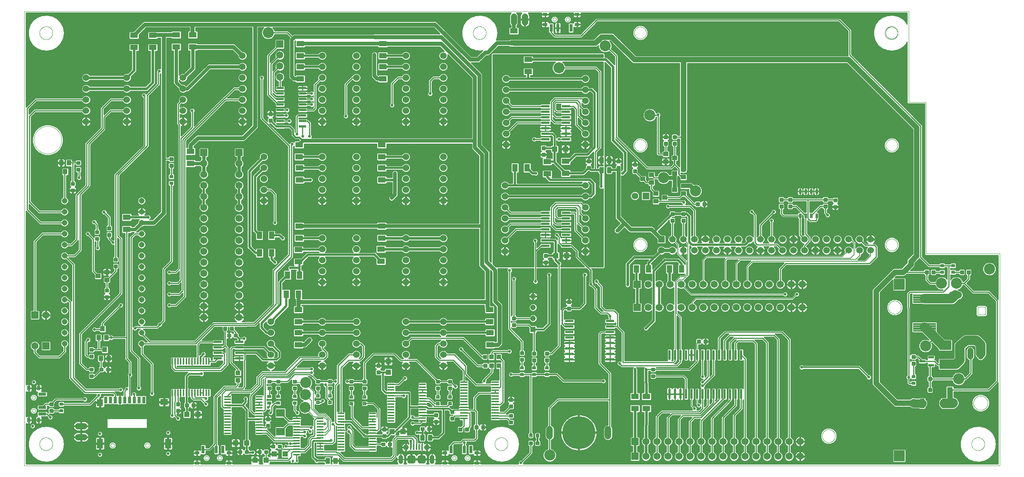
<source format=gtl>
G75*
%MOIN*%
%OFA0B0*%
%FSLAX25Y25*%
%IPPOS*%
%LPD*%
%AMOC8*
5,1,8,0,0,1.08239X$1,22.5*
%
%ADD10C,0.00000*%
%ADD11C,0.06000*%
%ADD12C,0.30000*%
%ADD13R,0.05000X0.05000*%
%ADD14C,0.00875*%
%ADD15C,0.01000*%
%ADD16R,0.10799X0.08500*%
%ADD17C,0.00750*%
%ADD18C,0.00394*%
%ADD19R,0.07000X0.05000*%
%ADD20R,0.05000X0.07000*%
%ADD21C,0.00100*%
%ADD22R,0.02756X0.06299*%
%ADD23R,0.05512X0.06299*%
%ADD24R,0.05512X0.08661*%
%ADD25R,0.07087X0.05512*%
%ADD26R,0.06500X0.06500*%
%ADD27C,0.06500*%
%ADD28R,0.06000X0.06000*%
%ADD29C,0.06000*%
%ADD30R,0.04500X0.04000*%
%ADD31C,0.00984*%
%ADD32C,0.10000*%
%ADD33R,0.07800X0.02200*%
%ADD34C,0.05200*%
%ADD35R,0.42520X0.40984*%
%ADD36R,0.04200X0.08500*%
%ADD37R,0.05906X0.01378*%
%ADD38R,0.02200X0.09000*%
%ADD39R,0.06700X0.02100*%
%ADD40R,0.05200X0.02200*%
%ADD41R,0.07800X0.02100*%
%ADD42R,0.05906X0.01575*%
%ADD43C,0.05150*%
%ADD44R,0.01575X0.05906*%
%ADD45C,0.00059*%
%ADD46C,0.03740*%
%ADD47R,0.01575X0.05315*%
%ADD48C,0.04000*%
%ADD49R,0.08000X0.07000*%
%ADD50R,0.05150X0.05150*%
%ADD51R,0.09843X0.09843*%
%ADD52R,0.06500X0.01700*%
%ADD53R,0.04000X0.04500*%
%ADD54R,0.02756X0.07087*%
%ADD55R,0.04000X0.02756*%
%ADD56R,0.07087X0.02756*%
%ADD57R,0.02756X0.04000*%
%ADD58R,0.04331X0.03937*%
%ADD59C,0.05600*%
%ADD60R,0.03937X0.04331*%
%ADD61C,0.02578*%
%ADD62C,0.02000*%
%ADD63C,0.00600*%
%ADD64C,0.03500*%
%ADD65C,0.02400*%
%ADD66C,0.03200*%
%ADD67C,0.01600*%
%ADD68C,0.01200*%
%ADD69C,0.03000*%
%ADD70C,0.07500*%
%ADD71C,0.05000*%
%ADD72C,0.08500*%
%ADD73C,0.01500*%
D10*
X0010114Y0013500D02*
X0010114Y0426886D01*
X0813264Y0426886D01*
X0813264Y0344209D01*
X0829012Y0344209D01*
X0829012Y0206413D01*
X0895941Y0206413D01*
X0895941Y0013500D01*
X0010114Y0013500D01*
X0023893Y0033185D02*
X0023895Y0033338D01*
X0023901Y0033492D01*
X0023911Y0033645D01*
X0023925Y0033797D01*
X0023943Y0033950D01*
X0023965Y0034101D01*
X0023990Y0034252D01*
X0024020Y0034403D01*
X0024054Y0034553D01*
X0024091Y0034701D01*
X0024132Y0034849D01*
X0024177Y0034995D01*
X0024226Y0035141D01*
X0024279Y0035285D01*
X0024335Y0035427D01*
X0024395Y0035568D01*
X0024459Y0035708D01*
X0024526Y0035846D01*
X0024597Y0035982D01*
X0024672Y0036116D01*
X0024749Y0036248D01*
X0024831Y0036378D01*
X0024915Y0036506D01*
X0025003Y0036632D01*
X0025094Y0036755D01*
X0025188Y0036876D01*
X0025286Y0036994D01*
X0025386Y0037110D01*
X0025490Y0037223D01*
X0025596Y0037334D01*
X0025705Y0037442D01*
X0025817Y0037547D01*
X0025931Y0037648D01*
X0026049Y0037747D01*
X0026168Y0037843D01*
X0026290Y0037936D01*
X0026415Y0038025D01*
X0026542Y0038112D01*
X0026671Y0038194D01*
X0026802Y0038274D01*
X0026935Y0038350D01*
X0027070Y0038423D01*
X0027207Y0038492D01*
X0027346Y0038557D01*
X0027486Y0038619D01*
X0027628Y0038677D01*
X0027771Y0038732D01*
X0027916Y0038783D01*
X0028062Y0038830D01*
X0028209Y0038873D01*
X0028357Y0038912D01*
X0028506Y0038948D01*
X0028656Y0038979D01*
X0028807Y0039007D01*
X0028958Y0039031D01*
X0029111Y0039051D01*
X0029263Y0039067D01*
X0029416Y0039079D01*
X0029569Y0039087D01*
X0029722Y0039091D01*
X0029876Y0039091D01*
X0030029Y0039087D01*
X0030182Y0039079D01*
X0030335Y0039067D01*
X0030487Y0039051D01*
X0030640Y0039031D01*
X0030791Y0039007D01*
X0030942Y0038979D01*
X0031092Y0038948D01*
X0031241Y0038912D01*
X0031389Y0038873D01*
X0031536Y0038830D01*
X0031682Y0038783D01*
X0031827Y0038732D01*
X0031970Y0038677D01*
X0032112Y0038619D01*
X0032252Y0038557D01*
X0032391Y0038492D01*
X0032528Y0038423D01*
X0032663Y0038350D01*
X0032796Y0038274D01*
X0032927Y0038194D01*
X0033056Y0038112D01*
X0033183Y0038025D01*
X0033308Y0037936D01*
X0033430Y0037843D01*
X0033549Y0037747D01*
X0033667Y0037648D01*
X0033781Y0037547D01*
X0033893Y0037442D01*
X0034002Y0037334D01*
X0034108Y0037223D01*
X0034212Y0037110D01*
X0034312Y0036994D01*
X0034410Y0036876D01*
X0034504Y0036755D01*
X0034595Y0036632D01*
X0034683Y0036506D01*
X0034767Y0036378D01*
X0034849Y0036248D01*
X0034926Y0036116D01*
X0035001Y0035982D01*
X0035072Y0035846D01*
X0035139Y0035708D01*
X0035203Y0035568D01*
X0035263Y0035427D01*
X0035319Y0035285D01*
X0035372Y0035141D01*
X0035421Y0034995D01*
X0035466Y0034849D01*
X0035507Y0034701D01*
X0035544Y0034553D01*
X0035578Y0034403D01*
X0035608Y0034252D01*
X0035633Y0034101D01*
X0035655Y0033950D01*
X0035673Y0033797D01*
X0035687Y0033645D01*
X0035697Y0033492D01*
X0035703Y0033338D01*
X0035705Y0033185D01*
X0035703Y0033032D01*
X0035697Y0032878D01*
X0035687Y0032725D01*
X0035673Y0032573D01*
X0035655Y0032420D01*
X0035633Y0032269D01*
X0035608Y0032118D01*
X0035578Y0031967D01*
X0035544Y0031817D01*
X0035507Y0031669D01*
X0035466Y0031521D01*
X0035421Y0031375D01*
X0035372Y0031229D01*
X0035319Y0031085D01*
X0035263Y0030943D01*
X0035203Y0030802D01*
X0035139Y0030662D01*
X0035072Y0030524D01*
X0035001Y0030388D01*
X0034926Y0030254D01*
X0034849Y0030122D01*
X0034767Y0029992D01*
X0034683Y0029864D01*
X0034595Y0029738D01*
X0034504Y0029615D01*
X0034410Y0029494D01*
X0034312Y0029376D01*
X0034212Y0029260D01*
X0034108Y0029147D01*
X0034002Y0029036D01*
X0033893Y0028928D01*
X0033781Y0028823D01*
X0033667Y0028722D01*
X0033549Y0028623D01*
X0033430Y0028527D01*
X0033308Y0028434D01*
X0033183Y0028345D01*
X0033056Y0028258D01*
X0032927Y0028176D01*
X0032796Y0028096D01*
X0032663Y0028020D01*
X0032528Y0027947D01*
X0032391Y0027878D01*
X0032252Y0027813D01*
X0032112Y0027751D01*
X0031970Y0027693D01*
X0031827Y0027638D01*
X0031682Y0027587D01*
X0031536Y0027540D01*
X0031389Y0027497D01*
X0031241Y0027458D01*
X0031092Y0027422D01*
X0030942Y0027391D01*
X0030791Y0027363D01*
X0030640Y0027339D01*
X0030487Y0027319D01*
X0030335Y0027303D01*
X0030182Y0027291D01*
X0030029Y0027283D01*
X0029876Y0027279D01*
X0029722Y0027279D01*
X0029569Y0027283D01*
X0029416Y0027291D01*
X0029263Y0027303D01*
X0029111Y0027319D01*
X0028958Y0027339D01*
X0028807Y0027363D01*
X0028656Y0027391D01*
X0028506Y0027422D01*
X0028357Y0027458D01*
X0028209Y0027497D01*
X0028062Y0027540D01*
X0027916Y0027587D01*
X0027771Y0027638D01*
X0027628Y0027693D01*
X0027486Y0027751D01*
X0027346Y0027813D01*
X0027207Y0027878D01*
X0027070Y0027947D01*
X0026935Y0028020D01*
X0026802Y0028096D01*
X0026671Y0028176D01*
X0026542Y0028258D01*
X0026415Y0028345D01*
X0026290Y0028434D01*
X0026168Y0028527D01*
X0026049Y0028623D01*
X0025931Y0028722D01*
X0025817Y0028823D01*
X0025705Y0028928D01*
X0025596Y0029036D01*
X0025490Y0029147D01*
X0025386Y0029260D01*
X0025286Y0029376D01*
X0025188Y0029494D01*
X0025094Y0029615D01*
X0025003Y0029738D01*
X0024915Y0029864D01*
X0024831Y0029992D01*
X0024749Y0030122D01*
X0024672Y0030254D01*
X0024597Y0030388D01*
X0024526Y0030524D01*
X0024459Y0030662D01*
X0024395Y0030802D01*
X0024335Y0030943D01*
X0024279Y0031085D01*
X0024226Y0031229D01*
X0024177Y0031375D01*
X0024132Y0031521D01*
X0024091Y0031669D01*
X0024054Y0031817D01*
X0024020Y0031967D01*
X0023990Y0032118D01*
X0023965Y0032269D01*
X0023943Y0032420D01*
X0023925Y0032573D01*
X0023911Y0032725D01*
X0023901Y0032878D01*
X0023895Y0033032D01*
X0023893Y0033185D01*
X0016939Y0063500D02*
X0016941Y0063580D01*
X0016947Y0063659D01*
X0016957Y0063738D01*
X0016971Y0063817D01*
X0016988Y0063895D01*
X0017010Y0063972D01*
X0017035Y0064047D01*
X0017065Y0064121D01*
X0017097Y0064194D01*
X0017134Y0064265D01*
X0017174Y0064334D01*
X0017217Y0064401D01*
X0017264Y0064466D01*
X0017313Y0064528D01*
X0017366Y0064588D01*
X0017422Y0064645D01*
X0017480Y0064700D01*
X0017541Y0064751D01*
X0017605Y0064799D01*
X0017671Y0064844D01*
X0017739Y0064886D01*
X0017809Y0064924D01*
X0017881Y0064958D01*
X0017954Y0064989D01*
X0018029Y0065017D01*
X0018106Y0065040D01*
X0018183Y0065060D01*
X0018261Y0065076D01*
X0018340Y0065088D01*
X0018419Y0065096D01*
X0018499Y0065100D01*
X0018579Y0065100D01*
X0018659Y0065096D01*
X0018738Y0065088D01*
X0018817Y0065076D01*
X0018895Y0065060D01*
X0018972Y0065040D01*
X0019049Y0065017D01*
X0019124Y0064989D01*
X0019197Y0064958D01*
X0019269Y0064924D01*
X0019339Y0064886D01*
X0019407Y0064844D01*
X0019473Y0064799D01*
X0019537Y0064751D01*
X0019598Y0064700D01*
X0019656Y0064645D01*
X0019712Y0064588D01*
X0019765Y0064528D01*
X0019814Y0064466D01*
X0019861Y0064401D01*
X0019904Y0064334D01*
X0019944Y0064265D01*
X0019981Y0064194D01*
X0020013Y0064121D01*
X0020043Y0064047D01*
X0020068Y0063972D01*
X0020090Y0063895D01*
X0020107Y0063817D01*
X0020121Y0063738D01*
X0020131Y0063659D01*
X0020137Y0063580D01*
X0020139Y0063500D01*
X0020137Y0063420D01*
X0020131Y0063341D01*
X0020121Y0063262D01*
X0020107Y0063183D01*
X0020090Y0063105D01*
X0020068Y0063028D01*
X0020043Y0062953D01*
X0020013Y0062879D01*
X0019981Y0062806D01*
X0019944Y0062735D01*
X0019904Y0062666D01*
X0019861Y0062599D01*
X0019814Y0062534D01*
X0019765Y0062472D01*
X0019712Y0062412D01*
X0019656Y0062355D01*
X0019598Y0062300D01*
X0019537Y0062249D01*
X0019473Y0062201D01*
X0019407Y0062156D01*
X0019339Y0062114D01*
X0019269Y0062076D01*
X0019197Y0062042D01*
X0019124Y0062011D01*
X0019049Y0061983D01*
X0018972Y0061960D01*
X0018895Y0061940D01*
X0018817Y0061924D01*
X0018738Y0061912D01*
X0018659Y0061904D01*
X0018579Y0061900D01*
X0018499Y0061900D01*
X0018419Y0061904D01*
X0018340Y0061912D01*
X0018261Y0061924D01*
X0018183Y0061940D01*
X0018106Y0061960D01*
X0018029Y0061983D01*
X0017954Y0062011D01*
X0017881Y0062042D01*
X0017809Y0062076D01*
X0017739Y0062114D01*
X0017671Y0062156D01*
X0017605Y0062201D01*
X0017541Y0062249D01*
X0017480Y0062300D01*
X0017422Y0062355D01*
X0017366Y0062412D01*
X0017313Y0062472D01*
X0017264Y0062534D01*
X0017217Y0062599D01*
X0017174Y0062666D01*
X0017134Y0062735D01*
X0017097Y0062806D01*
X0017065Y0062879D01*
X0017035Y0062953D01*
X0017010Y0063028D01*
X0016988Y0063105D01*
X0016971Y0063183D01*
X0016957Y0063262D01*
X0016947Y0063341D01*
X0016941Y0063420D01*
X0016939Y0063500D01*
X0016939Y0075500D02*
X0016941Y0075580D01*
X0016947Y0075659D01*
X0016957Y0075738D01*
X0016971Y0075817D01*
X0016988Y0075895D01*
X0017010Y0075972D01*
X0017035Y0076047D01*
X0017065Y0076121D01*
X0017097Y0076194D01*
X0017134Y0076265D01*
X0017174Y0076334D01*
X0017217Y0076401D01*
X0017264Y0076466D01*
X0017313Y0076528D01*
X0017366Y0076588D01*
X0017422Y0076645D01*
X0017480Y0076700D01*
X0017541Y0076751D01*
X0017605Y0076799D01*
X0017671Y0076844D01*
X0017739Y0076886D01*
X0017809Y0076924D01*
X0017881Y0076958D01*
X0017954Y0076989D01*
X0018029Y0077017D01*
X0018106Y0077040D01*
X0018183Y0077060D01*
X0018261Y0077076D01*
X0018340Y0077088D01*
X0018419Y0077096D01*
X0018499Y0077100D01*
X0018579Y0077100D01*
X0018659Y0077096D01*
X0018738Y0077088D01*
X0018817Y0077076D01*
X0018895Y0077060D01*
X0018972Y0077040D01*
X0019049Y0077017D01*
X0019124Y0076989D01*
X0019197Y0076958D01*
X0019269Y0076924D01*
X0019339Y0076886D01*
X0019407Y0076844D01*
X0019473Y0076799D01*
X0019537Y0076751D01*
X0019598Y0076700D01*
X0019656Y0076645D01*
X0019712Y0076588D01*
X0019765Y0076528D01*
X0019814Y0076466D01*
X0019861Y0076401D01*
X0019904Y0076334D01*
X0019944Y0076265D01*
X0019981Y0076194D01*
X0020013Y0076121D01*
X0020043Y0076047D01*
X0020068Y0075972D01*
X0020090Y0075895D01*
X0020107Y0075817D01*
X0020121Y0075738D01*
X0020131Y0075659D01*
X0020137Y0075580D01*
X0020139Y0075500D01*
X0020137Y0075420D01*
X0020131Y0075341D01*
X0020121Y0075262D01*
X0020107Y0075183D01*
X0020090Y0075105D01*
X0020068Y0075028D01*
X0020043Y0074953D01*
X0020013Y0074879D01*
X0019981Y0074806D01*
X0019944Y0074735D01*
X0019904Y0074666D01*
X0019861Y0074599D01*
X0019814Y0074534D01*
X0019765Y0074472D01*
X0019712Y0074412D01*
X0019656Y0074355D01*
X0019598Y0074300D01*
X0019537Y0074249D01*
X0019473Y0074201D01*
X0019407Y0074156D01*
X0019339Y0074114D01*
X0019269Y0074076D01*
X0019197Y0074042D01*
X0019124Y0074011D01*
X0019049Y0073983D01*
X0018972Y0073960D01*
X0018895Y0073940D01*
X0018817Y0073924D01*
X0018738Y0073912D01*
X0018659Y0073904D01*
X0018579Y0073900D01*
X0018499Y0073900D01*
X0018419Y0073904D01*
X0018340Y0073912D01*
X0018261Y0073924D01*
X0018183Y0073940D01*
X0018106Y0073960D01*
X0018029Y0073983D01*
X0017954Y0074011D01*
X0017881Y0074042D01*
X0017809Y0074076D01*
X0017739Y0074114D01*
X0017671Y0074156D01*
X0017605Y0074201D01*
X0017541Y0074249D01*
X0017480Y0074300D01*
X0017422Y0074355D01*
X0017366Y0074412D01*
X0017313Y0074472D01*
X0017264Y0074534D01*
X0017217Y0074599D01*
X0017174Y0074666D01*
X0017134Y0074735D01*
X0017097Y0074806D01*
X0017065Y0074879D01*
X0017035Y0074953D01*
X0017010Y0075028D01*
X0016988Y0075105D01*
X0016971Y0075183D01*
X0016957Y0075262D01*
X0016947Y0075341D01*
X0016941Y0075420D01*
X0016939Y0075500D01*
X0088374Y0031972D02*
X0088376Y0032056D01*
X0088382Y0032139D01*
X0088392Y0032222D01*
X0088406Y0032305D01*
X0088423Y0032387D01*
X0088445Y0032468D01*
X0088470Y0032547D01*
X0088499Y0032626D01*
X0088532Y0032703D01*
X0088568Y0032778D01*
X0088608Y0032852D01*
X0088651Y0032924D01*
X0088698Y0032993D01*
X0088748Y0033060D01*
X0088801Y0033125D01*
X0088857Y0033187D01*
X0088915Y0033247D01*
X0088977Y0033304D01*
X0089041Y0033357D01*
X0089108Y0033408D01*
X0089177Y0033455D01*
X0089248Y0033500D01*
X0089321Y0033540D01*
X0089396Y0033577D01*
X0089473Y0033611D01*
X0089551Y0033641D01*
X0089630Y0033667D01*
X0089711Y0033690D01*
X0089793Y0033708D01*
X0089875Y0033723D01*
X0089958Y0033734D01*
X0090041Y0033741D01*
X0090125Y0033744D01*
X0090209Y0033743D01*
X0090292Y0033738D01*
X0090376Y0033729D01*
X0090458Y0033716D01*
X0090540Y0033700D01*
X0090621Y0033679D01*
X0090702Y0033655D01*
X0090780Y0033627D01*
X0090858Y0033595D01*
X0090934Y0033559D01*
X0091008Y0033520D01*
X0091080Y0033478D01*
X0091150Y0033432D01*
X0091218Y0033383D01*
X0091283Y0033331D01*
X0091346Y0033276D01*
X0091406Y0033218D01*
X0091464Y0033157D01*
X0091518Y0033093D01*
X0091570Y0033027D01*
X0091618Y0032959D01*
X0091663Y0032888D01*
X0091704Y0032815D01*
X0091743Y0032741D01*
X0091777Y0032665D01*
X0091808Y0032587D01*
X0091835Y0032508D01*
X0091859Y0032427D01*
X0091878Y0032346D01*
X0091894Y0032264D01*
X0091906Y0032181D01*
X0091914Y0032097D01*
X0091918Y0032014D01*
X0091918Y0031930D01*
X0091914Y0031847D01*
X0091906Y0031763D01*
X0091894Y0031680D01*
X0091878Y0031598D01*
X0091859Y0031517D01*
X0091835Y0031436D01*
X0091808Y0031357D01*
X0091777Y0031279D01*
X0091743Y0031203D01*
X0091704Y0031129D01*
X0091663Y0031056D01*
X0091618Y0030985D01*
X0091570Y0030917D01*
X0091518Y0030851D01*
X0091464Y0030787D01*
X0091406Y0030726D01*
X0091346Y0030668D01*
X0091283Y0030613D01*
X0091218Y0030561D01*
X0091150Y0030512D01*
X0091080Y0030466D01*
X0091008Y0030424D01*
X0090934Y0030385D01*
X0090858Y0030349D01*
X0090780Y0030317D01*
X0090702Y0030289D01*
X0090621Y0030265D01*
X0090540Y0030244D01*
X0090458Y0030228D01*
X0090376Y0030215D01*
X0090292Y0030206D01*
X0090209Y0030201D01*
X0090125Y0030200D01*
X0090041Y0030203D01*
X0089958Y0030210D01*
X0089875Y0030221D01*
X0089793Y0030236D01*
X0089711Y0030254D01*
X0089630Y0030277D01*
X0089551Y0030303D01*
X0089473Y0030333D01*
X0089396Y0030367D01*
X0089321Y0030404D01*
X0089248Y0030444D01*
X0089177Y0030489D01*
X0089108Y0030536D01*
X0089041Y0030587D01*
X0088977Y0030640D01*
X0088915Y0030697D01*
X0088857Y0030757D01*
X0088801Y0030819D01*
X0088748Y0030884D01*
X0088698Y0030951D01*
X0088651Y0031020D01*
X0088608Y0031092D01*
X0088568Y0031166D01*
X0088532Y0031241D01*
X0088499Y0031318D01*
X0088470Y0031397D01*
X0088445Y0031476D01*
X0088423Y0031557D01*
X0088406Y0031639D01*
X0088392Y0031722D01*
X0088382Y0031805D01*
X0088376Y0031888D01*
X0088374Y0031972D01*
X0119870Y0031972D02*
X0119872Y0032056D01*
X0119878Y0032139D01*
X0119888Y0032222D01*
X0119902Y0032305D01*
X0119919Y0032387D01*
X0119941Y0032468D01*
X0119966Y0032547D01*
X0119995Y0032626D01*
X0120028Y0032703D01*
X0120064Y0032778D01*
X0120104Y0032852D01*
X0120147Y0032924D01*
X0120194Y0032993D01*
X0120244Y0033060D01*
X0120297Y0033125D01*
X0120353Y0033187D01*
X0120411Y0033247D01*
X0120473Y0033304D01*
X0120537Y0033357D01*
X0120604Y0033408D01*
X0120673Y0033455D01*
X0120744Y0033500D01*
X0120817Y0033540D01*
X0120892Y0033577D01*
X0120969Y0033611D01*
X0121047Y0033641D01*
X0121126Y0033667D01*
X0121207Y0033690D01*
X0121289Y0033708D01*
X0121371Y0033723D01*
X0121454Y0033734D01*
X0121537Y0033741D01*
X0121621Y0033744D01*
X0121705Y0033743D01*
X0121788Y0033738D01*
X0121872Y0033729D01*
X0121954Y0033716D01*
X0122036Y0033700D01*
X0122117Y0033679D01*
X0122198Y0033655D01*
X0122276Y0033627D01*
X0122354Y0033595D01*
X0122430Y0033559D01*
X0122504Y0033520D01*
X0122576Y0033478D01*
X0122646Y0033432D01*
X0122714Y0033383D01*
X0122779Y0033331D01*
X0122842Y0033276D01*
X0122902Y0033218D01*
X0122960Y0033157D01*
X0123014Y0033093D01*
X0123066Y0033027D01*
X0123114Y0032959D01*
X0123159Y0032888D01*
X0123200Y0032815D01*
X0123239Y0032741D01*
X0123273Y0032665D01*
X0123304Y0032587D01*
X0123331Y0032508D01*
X0123355Y0032427D01*
X0123374Y0032346D01*
X0123390Y0032264D01*
X0123402Y0032181D01*
X0123410Y0032097D01*
X0123414Y0032014D01*
X0123414Y0031930D01*
X0123410Y0031847D01*
X0123402Y0031763D01*
X0123390Y0031680D01*
X0123374Y0031598D01*
X0123355Y0031517D01*
X0123331Y0031436D01*
X0123304Y0031357D01*
X0123273Y0031279D01*
X0123239Y0031203D01*
X0123200Y0031129D01*
X0123159Y0031056D01*
X0123114Y0030985D01*
X0123066Y0030917D01*
X0123014Y0030851D01*
X0122960Y0030787D01*
X0122902Y0030726D01*
X0122842Y0030668D01*
X0122779Y0030613D01*
X0122714Y0030561D01*
X0122646Y0030512D01*
X0122576Y0030466D01*
X0122504Y0030424D01*
X0122430Y0030385D01*
X0122354Y0030349D01*
X0122276Y0030317D01*
X0122198Y0030289D01*
X0122117Y0030265D01*
X0122036Y0030244D01*
X0121954Y0030228D01*
X0121872Y0030215D01*
X0121788Y0030206D01*
X0121705Y0030201D01*
X0121621Y0030200D01*
X0121537Y0030203D01*
X0121454Y0030210D01*
X0121371Y0030221D01*
X0121289Y0030236D01*
X0121207Y0030254D01*
X0121126Y0030277D01*
X0121047Y0030303D01*
X0120969Y0030333D01*
X0120892Y0030367D01*
X0120817Y0030404D01*
X0120744Y0030444D01*
X0120673Y0030489D01*
X0120604Y0030536D01*
X0120537Y0030587D01*
X0120473Y0030640D01*
X0120411Y0030697D01*
X0120353Y0030757D01*
X0120297Y0030819D01*
X0120244Y0030884D01*
X0120194Y0030951D01*
X0120147Y0031020D01*
X0120104Y0031092D01*
X0120064Y0031166D01*
X0120028Y0031241D01*
X0119995Y0031318D01*
X0119966Y0031397D01*
X0119941Y0031476D01*
X0119919Y0031557D01*
X0119902Y0031639D01*
X0119888Y0031722D01*
X0119878Y0031805D01*
X0119872Y0031888D01*
X0119870Y0031972D01*
X0173839Y0020500D02*
X0173841Y0020580D01*
X0173847Y0020659D01*
X0173857Y0020738D01*
X0173871Y0020817D01*
X0173888Y0020895D01*
X0173910Y0020972D01*
X0173935Y0021047D01*
X0173965Y0021121D01*
X0173997Y0021194D01*
X0174034Y0021265D01*
X0174074Y0021334D01*
X0174117Y0021401D01*
X0174164Y0021466D01*
X0174213Y0021528D01*
X0174266Y0021588D01*
X0174322Y0021645D01*
X0174380Y0021700D01*
X0174441Y0021751D01*
X0174505Y0021799D01*
X0174571Y0021844D01*
X0174639Y0021886D01*
X0174709Y0021924D01*
X0174781Y0021958D01*
X0174854Y0021989D01*
X0174929Y0022017D01*
X0175006Y0022040D01*
X0175083Y0022060D01*
X0175161Y0022076D01*
X0175240Y0022088D01*
X0175319Y0022096D01*
X0175399Y0022100D01*
X0175479Y0022100D01*
X0175559Y0022096D01*
X0175638Y0022088D01*
X0175717Y0022076D01*
X0175795Y0022060D01*
X0175872Y0022040D01*
X0175949Y0022017D01*
X0176024Y0021989D01*
X0176097Y0021958D01*
X0176169Y0021924D01*
X0176239Y0021886D01*
X0176307Y0021844D01*
X0176373Y0021799D01*
X0176437Y0021751D01*
X0176498Y0021700D01*
X0176556Y0021645D01*
X0176612Y0021588D01*
X0176665Y0021528D01*
X0176714Y0021466D01*
X0176761Y0021401D01*
X0176804Y0021334D01*
X0176844Y0021265D01*
X0176881Y0021194D01*
X0176913Y0021121D01*
X0176943Y0021047D01*
X0176968Y0020972D01*
X0176990Y0020895D01*
X0177007Y0020817D01*
X0177021Y0020738D01*
X0177031Y0020659D01*
X0177037Y0020580D01*
X0177039Y0020500D01*
X0177037Y0020420D01*
X0177031Y0020341D01*
X0177021Y0020262D01*
X0177007Y0020183D01*
X0176990Y0020105D01*
X0176968Y0020028D01*
X0176943Y0019953D01*
X0176913Y0019879D01*
X0176881Y0019806D01*
X0176844Y0019735D01*
X0176804Y0019666D01*
X0176761Y0019599D01*
X0176714Y0019534D01*
X0176665Y0019472D01*
X0176612Y0019412D01*
X0176556Y0019355D01*
X0176498Y0019300D01*
X0176437Y0019249D01*
X0176373Y0019201D01*
X0176307Y0019156D01*
X0176239Y0019114D01*
X0176169Y0019076D01*
X0176097Y0019042D01*
X0176024Y0019011D01*
X0175949Y0018983D01*
X0175872Y0018960D01*
X0175795Y0018940D01*
X0175717Y0018924D01*
X0175638Y0018912D01*
X0175559Y0018904D01*
X0175479Y0018900D01*
X0175399Y0018900D01*
X0175319Y0018904D01*
X0175240Y0018912D01*
X0175161Y0018924D01*
X0175083Y0018940D01*
X0175006Y0018960D01*
X0174929Y0018983D01*
X0174854Y0019011D01*
X0174781Y0019042D01*
X0174709Y0019076D01*
X0174639Y0019114D01*
X0174571Y0019156D01*
X0174505Y0019201D01*
X0174441Y0019249D01*
X0174380Y0019300D01*
X0174322Y0019355D01*
X0174266Y0019412D01*
X0174213Y0019472D01*
X0174164Y0019534D01*
X0174117Y0019599D01*
X0174074Y0019666D01*
X0174034Y0019735D01*
X0173997Y0019806D01*
X0173965Y0019879D01*
X0173935Y0019953D01*
X0173910Y0020028D01*
X0173888Y0020105D01*
X0173871Y0020183D01*
X0173857Y0020262D01*
X0173847Y0020341D01*
X0173841Y0020420D01*
X0173839Y0020500D01*
X0185839Y0020500D02*
X0185841Y0020580D01*
X0185847Y0020659D01*
X0185857Y0020738D01*
X0185871Y0020817D01*
X0185888Y0020895D01*
X0185910Y0020972D01*
X0185935Y0021047D01*
X0185965Y0021121D01*
X0185997Y0021194D01*
X0186034Y0021265D01*
X0186074Y0021334D01*
X0186117Y0021401D01*
X0186164Y0021466D01*
X0186213Y0021528D01*
X0186266Y0021588D01*
X0186322Y0021645D01*
X0186380Y0021700D01*
X0186441Y0021751D01*
X0186505Y0021799D01*
X0186571Y0021844D01*
X0186639Y0021886D01*
X0186709Y0021924D01*
X0186781Y0021958D01*
X0186854Y0021989D01*
X0186929Y0022017D01*
X0187006Y0022040D01*
X0187083Y0022060D01*
X0187161Y0022076D01*
X0187240Y0022088D01*
X0187319Y0022096D01*
X0187399Y0022100D01*
X0187479Y0022100D01*
X0187559Y0022096D01*
X0187638Y0022088D01*
X0187717Y0022076D01*
X0187795Y0022060D01*
X0187872Y0022040D01*
X0187949Y0022017D01*
X0188024Y0021989D01*
X0188097Y0021958D01*
X0188169Y0021924D01*
X0188239Y0021886D01*
X0188307Y0021844D01*
X0188373Y0021799D01*
X0188437Y0021751D01*
X0188498Y0021700D01*
X0188556Y0021645D01*
X0188612Y0021588D01*
X0188665Y0021528D01*
X0188714Y0021466D01*
X0188761Y0021401D01*
X0188804Y0021334D01*
X0188844Y0021265D01*
X0188881Y0021194D01*
X0188913Y0021121D01*
X0188943Y0021047D01*
X0188968Y0020972D01*
X0188990Y0020895D01*
X0189007Y0020817D01*
X0189021Y0020738D01*
X0189031Y0020659D01*
X0189037Y0020580D01*
X0189039Y0020500D01*
X0189037Y0020420D01*
X0189031Y0020341D01*
X0189021Y0020262D01*
X0189007Y0020183D01*
X0188990Y0020105D01*
X0188968Y0020028D01*
X0188943Y0019953D01*
X0188913Y0019879D01*
X0188881Y0019806D01*
X0188844Y0019735D01*
X0188804Y0019666D01*
X0188761Y0019599D01*
X0188714Y0019534D01*
X0188665Y0019472D01*
X0188612Y0019412D01*
X0188556Y0019355D01*
X0188498Y0019300D01*
X0188437Y0019249D01*
X0188373Y0019201D01*
X0188307Y0019156D01*
X0188239Y0019114D01*
X0188169Y0019076D01*
X0188097Y0019042D01*
X0188024Y0019011D01*
X0187949Y0018983D01*
X0187872Y0018960D01*
X0187795Y0018940D01*
X0187717Y0018924D01*
X0187638Y0018912D01*
X0187559Y0018904D01*
X0187479Y0018900D01*
X0187399Y0018900D01*
X0187319Y0018904D01*
X0187240Y0018912D01*
X0187161Y0018924D01*
X0187083Y0018940D01*
X0187006Y0018960D01*
X0186929Y0018983D01*
X0186854Y0019011D01*
X0186781Y0019042D01*
X0186709Y0019076D01*
X0186639Y0019114D01*
X0186571Y0019156D01*
X0186505Y0019201D01*
X0186441Y0019249D01*
X0186380Y0019300D01*
X0186322Y0019355D01*
X0186266Y0019412D01*
X0186213Y0019472D01*
X0186164Y0019534D01*
X0186117Y0019599D01*
X0186074Y0019666D01*
X0186034Y0019735D01*
X0185997Y0019806D01*
X0185965Y0019879D01*
X0185935Y0019953D01*
X0185910Y0020028D01*
X0185888Y0020105D01*
X0185871Y0020183D01*
X0185857Y0020262D01*
X0185847Y0020341D01*
X0185841Y0020420D01*
X0185839Y0020500D01*
X0398939Y0020500D02*
X0398941Y0020580D01*
X0398947Y0020659D01*
X0398957Y0020738D01*
X0398971Y0020817D01*
X0398988Y0020895D01*
X0399010Y0020972D01*
X0399035Y0021047D01*
X0399065Y0021121D01*
X0399097Y0021194D01*
X0399134Y0021265D01*
X0399174Y0021334D01*
X0399217Y0021401D01*
X0399264Y0021466D01*
X0399313Y0021528D01*
X0399366Y0021588D01*
X0399422Y0021645D01*
X0399480Y0021700D01*
X0399541Y0021751D01*
X0399605Y0021799D01*
X0399671Y0021844D01*
X0399739Y0021886D01*
X0399809Y0021924D01*
X0399881Y0021958D01*
X0399954Y0021989D01*
X0400029Y0022017D01*
X0400106Y0022040D01*
X0400183Y0022060D01*
X0400261Y0022076D01*
X0400340Y0022088D01*
X0400419Y0022096D01*
X0400499Y0022100D01*
X0400579Y0022100D01*
X0400659Y0022096D01*
X0400738Y0022088D01*
X0400817Y0022076D01*
X0400895Y0022060D01*
X0400972Y0022040D01*
X0401049Y0022017D01*
X0401124Y0021989D01*
X0401197Y0021958D01*
X0401269Y0021924D01*
X0401339Y0021886D01*
X0401407Y0021844D01*
X0401473Y0021799D01*
X0401537Y0021751D01*
X0401598Y0021700D01*
X0401656Y0021645D01*
X0401712Y0021588D01*
X0401765Y0021528D01*
X0401814Y0021466D01*
X0401861Y0021401D01*
X0401904Y0021334D01*
X0401944Y0021265D01*
X0401981Y0021194D01*
X0402013Y0021121D01*
X0402043Y0021047D01*
X0402068Y0020972D01*
X0402090Y0020895D01*
X0402107Y0020817D01*
X0402121Y0020738D01*
X0402131Y0020659D01*
X0402137Y0020580D01*
X0402139Y0020500D01*
X0402137Y0020420D01*
X0402131Y0020341D01*
X0402121Y0020262D01*
X0402107Y0020183D01*
X0402090Y0020105D01*
X0402068Y0020028D01*
X0402043Y0019953D01*
X0402013Y0019879D01*
X0401981Y0019806D01*
X0401944Y0019735D01*
X0401904Y0019666D01*
X0401861Y0019599D01*
X0401814Y0019534D01*
X0401765Y0019472D01*
X0401712Y0019412D01*
X0401656Y0019355D01*
X0401598Y0019300D01*
X0401537Y0019249D01*
X0401473Y0019201D01*
X0401407Y0019156D01*
X0401339Y0019114D01*
X0401269Y0019076D01*
X0401197Y0019042D01*
X0401124Y0019011D01*
X0401049Y0018983D01*
X0400972Y0018960D01*
X0400895Y0018940D01*
X0400817Y0018924D01*
X0400738Y0018912D01*
X0400659Y0018904D01*
X0400579Y0018900D01*
X0400499Y0018900D01*
X0400419Y0018904D01*
X0400340Y0018912D01*
X0400261Y0018924D01*
X0400183Y0018940D01*
X0400106Y0018960D01*
X0400029Y0018983D01*
X0399954Y0019011D01*
X0399881Y0019042D01*
X0399809Y0019076D01*
X0399739Y0019114D01*
X0399671Y0019156D01*
X0399605Y0019201D01*
X0399541Y0019249D01*
X0399480Y0019300D01*
X0399422Y0019355D01*
X0399366Y0019412D01*
X0399313Y0019472D01*
X0399264Y0019534D01*
X0399217Y0019599D01*
X0399174Y0019666D01*
X0399134Y0019735D01*
X0399097Y0019806D01*
X0399065Y0019879D01*
X0399035Y0019953D01*
X0399010Y0020028D01*
X0398988Y0020105D01*
X0398971Y0020183D01*
X0398957Y0020262D01*
X0398947Y0020341D01*
X0398941Y0020420D01*
X0398939Y0020500D01*
X0410939Y0020500D02*
X0410941Y0020580D01*
X0410947Y0020659D01*
X0410957Y0020738D01*
X0410971Y0020817D01*
X0410988Y0020895D01*
X0411010Y0020972D01*
X0411035Y0021047D01*
X0411065Y0021121D01*
X0411097Y0021194D01*
X0411134Y0021265D01*
X0411174Y0021334D01*
X0411217Y0021401D01*
X0411264Y0021466D01*
X0411313Y0021528D01*
X0411366Y0021588D01*
X0411422Y0021645D01*
X0411480Y0021700D01*
X0411541Y0021751D01*
X0411605Y0021799D01*
X0411671Y0021844D01*
X0411739Y0021886D01*
X0411809Y0021924D01*
X0411881Y0021958D01*
X0411954Y0021989D01*
X0412029Y0022017D01*
X0412106Y0022040D01*
X0412183Y0022060D01*
X0412261Y0022076D01*
X0412340Y0022088D01*
X0412419Y0022096D01*
X0412499Y0022100D01*
X0412579Y0022100D01*
X0412659Y0022096D01*
X0412738Y0022088D01*
X0412817Y0022076D01*
X0412895Y0022060D01*
X0412972Y0022040D01*
X0413049Y0022017D01*
X0413124Y0021989D01*
X0413197Y0021958D01*
X0413269Y0021924D01*
X0413339Y0021886D01*
X0413407Y0021844D01*
X0413473Y0021799D01*
X0413537Y0021751D01*
X0413598Y0021700D01*
X0413656Y0021645D01*
X0413712Y0021588D01*
X0413765Y0021528D01*
X0413814Y0021466D01*
X0413861Y0021401D01*
X0413904Y0021334D01*
X0413944Y0021265D01*
X0413981Y0021194D01*
X0414013Y0021121D01*
X0414043Y0021047D01*
X0414068Y0020972D01*
X0414090Y0020895D01*
X0414107Y0020817D01*
X0414121Y0020738D01*
X0414131Y0020659D01*
X0414137Y0020580D01*
X0414139Y0020500D01*
X0414137Y0020420D01*
X0414131Y0020341D01*
X0414121Y0020262D01*
X0414107Y0020183D01*
X0414090Y0020105D01*
X0414068Y0020028D01*
X0414043Y0019953D01*
X0414013Y0019879D01*
X0413981Y0019806D01*
X0413944Y0019735D01*
X0413904Y0019666D01*
X0413861Y0019599D01*
X0413814Y0019534D01*
X0413765Y0019472D01*
X0413712Y0019412D01*
X0413656Y0019355D01*
X0413598Y0019300D01*
X0413537Y0019249D01*
X0413473Y0019201D01*
X0413407Y0019156D01*
X0413339Y0019114D01*
X0413269Y0019076D01*
X0413197Y0019042D01*
X0413124Y0019011D01*
X0413049Y0018983D01*
X0412972Y0018960D01*
X0412895Y0018940D01*
X0412817Y0018924D01*
X0412738Y0018912D01*
X0412659Y0018904D01*
X0412579Y0018900D01*
X0412499Y0018900D01*
X0412419Y0018904D01*
X0412340Y0018912D01*
X0412261Y0018924D01*
X0412183Y0018940D01*
X0412106Y0018960D01*
X0412029Y0018983D01*
X0411954Y0019011D01*
X0411881Y0019042D01*
X0411809Y0019076D01*
X0411739Y0019114D01*
X0411671Y0019156D01*
X0411605Y0019201D01*
X0411541Y0019249D01*
X0411480Y0019300D01*
X0411422Y0019355D01*
X0411366Y0019412D01*
X0411313Y0019472D01*
X0411264Y0019534D01*
X0411217Y0019599D01*
X0411174Y0019666D01*
X0411134Y0019735D01*
X0411097Y0019806D01*
X0411065Y0019879D01*
X0411035Y0019953D01*
X0411010Y0020028D01*
X0410988Y0020105D01*
X0410971Y0020183D01*
X0410957Y0020262D01*
X0410947Y0020341D01*
X0410941Y0020420D01*
X0410939Y0020500D01*
X0437279Y0033185D02*
X0437281Y0033338D01*
X0437287Y0033492D01*
X0437297Y0033645D01*
X0437311Y0033797D01*
X0437329Y0033950D01*
X0437351Y0034101D01*
X0437376Y0034252D01*
X0437406Y0034403D01*
X0437440Y0034553D01*
X0437477Y0034701D01*
X0437518Y0034849D01*
X0437563Y0034995D01*
X0437612Y0035141D01*
X0437665Y0035285D01*
X0437721Y0035427D01*
X0437781Y0035568D01*
X0437845Y0035708D01*
X0437912Y0035846D01*
X0437983Y0035982D01*
X0438058Y0036116D01*
X0438135Y0036248D01*
X0438217Y0036378D01*
X0438301Y0036506D01*
X0438389Y0036632D01*
X0438480Y0036755D01*
X0438574Y0036876D01*
X0438672Y0036994D01*
X0438772Y0037110D01*
X0438876Y0037223D01*
X0438982Y0037334D01*
X0439091Y0037442D01*
X0439203Y0037547D01*
X0439317Y0037648D01*
X0439435Y0037747D01*
X0439554Y0037843D01*
X0439676Y0037936D01*
X0439801Y0038025D01*
X0439928Y0038112D01*
X0440057Y0038194D01*
X0440188Y0038274D01*
X0440321Y0038350D01*
X0440456Y0038423D01*
X0440593Y0038492D01*
X0440732Y0038557D01*
X0440872Y0038619D01*
X0441014Y0038677D01*
X0441157Y0038732D01*
X0441302Y0038783D01*
X0441448Y0038830D01*
X0441595Y0038873D01*
X0441743Y0038912D01*
X0441892Y0038948D01*
X0442042Y0038979D01*
X0442193Y0039007D01*
X0442344Y0039031D01*
X0442497Y0039051D01*
X0442649Y0039067D01*
X0442802Y0039079D01*
X0442955Y0039087D01*
X0443108Y0039091D01*
X0443262Y0039091D01*
X0443415Y0039087D01*
X0443568Y0039079D01*
X0443721Y0039067D01*
X0443873Y0039051D01*
X0444026Y0039031D01*
X0444177Y0039007D01*
X0444328Y0038979D01*
X0444478Y0038948D01*
X0444627Y0038912D01*
X0444775Y0038873D01*
X0444922Y0038830D01*
X0445068Y0038783D01*
X0445213Y0038732D01*
X0445356Y0038677D01*
X0445498Y0038619D01*
X0445638Y0038557D01*
X0445777Y0038492D01*
X0445914Y0038423D01*
X0446049Y0038350D01*
X0446182Y0038274D01*
X0446313Y0038194D01*
X0446442Y0038112D01*
X0446569Y0038025D01*
X0446694Y0037936D01*
X0446816Y0037843D01*
X0446935Y0037747D01*
X0447053Y0037648D01*
X0447167Y0037547D01*
X0447279Y0037442D01*
X0447388Y0037334D01*
X0447494Y0037223D01*
X0447598Y0037110D01*
X0447698Y0036994D01*
X0447796Y0036876D01*
X0447890Y0036755D01*
X0447981Y0036632D01*
X0448069Y0036506D01*
X0448153Y0036378D01*
X0448235Y0036248D01*
X0448312Y0036116D01*
X0448387Y0035982D01*
X0448458Y0035846D01*
X0448525Y0035708D01*
X0448589Y0035568D01*
X0448649Y0035427D01*
X0448705Y0035285D01*
X0448758Y0035141D01*
X0448807Y0034995D01*
X0448852Y0034849D01*
X0448893Y0034701D01*
X0448930Y0034553D01*
X0448964Y0034403D01*
X0448994Y0034252D01*
X0449019Y0034101D01*
X0449041Y0033950D01*
X0449059Y0033797D01*
X0449073Y0033645D01*
X0449083Y0033492D01*
X0449089Y0033338D01*
X0449091Y0033185D01*
X0449089Y0033032D01*
X0449083Y0032878D01*
X0449073Y0032725D01*
X0449059Y0032573D01*
X0449041Y0032420D01*
X0449019Y0032269D01*
X0448994Y0032118D01*
X0448964Y0031967D01*
X0448930Y0031817D01*
X0448893Y0031669D01*
X0448852Y0031521D01*
X0448807Y0031375D01*
X0448758Y0031229D01*
X0448705Y0031085D01*
X0448649Y0030943D01*
X0448589Y0030802D01*
X0448525Y0030662D01*
X0448458Y0030524D01*
X0448387Y0030388D01*
X0448312Y0030254D01*
X0448235Y0030122D01*
X0448153Y0029992D01*
X0448069Y0029864D01*
X0447981Y0029738D01*
X0447890Y0029615D01*
X0447796Y0029494D01*
X0447698Y0029376D01*
X0447598Y0029260D01*
X0447494Y0029147D01*
X0447388Y0029036D01*
X0447279Y0028928D01*
X0447167Y0028823D01*
X0447053Y0028722D01*
X0446935Y0028623D01*
X0446816Y0028527D01*
X0446694Y0028434D01*
X0446569Y0028345D01*
X0446442Y0028258D01*
X0446313Y0028176D01*
X0446182Y0028096D01*
X0446049Y0028020D01*
X0445914Y0027947D01*
X0445777Y0027878D01*
X0445638Y0027813D01*
X0445498Y0027751D01*
X0445356Y0027693D01*
X0445213Y0027638D01*
X0445068Y0027587D01*
X0444922Y0027540D01*
X0444775Y0027497D01*
X0444627Y0027458D01*
X0444478Y0027422D01*
X0444328Y0027391D01*
X0444177Y0027363D01*
X0444026Y0027339D01*
X0443873Y0027319D01*
X0443721Y0027303D01*
X0443568Y0027291D01*
X0443415Y0027283D01*
X0443262Y0027279D01*
X0443108Y0027279D01*
X0442955Y0027283D01*
X0442802Y0027291D01*
X0442649Y0027303D01*
X0442497Y0027319D01*
X0442344Y0027339D01*
X0442193Y0027363D01*
X0442042Y0027391D01*
X0441892Y0027422D01*
X0441743Y0027458D01*
X0441595Y0027497D01*
X0441448Y0027540D01*
X0441302Y0027587D01*
X0441157Y0027638D01*
X0441014Y0027693D01*
X0440872Y0027751D01*
X0440732Y0027813D01*
X0440593Y0027878D01*
X0440456Y0027947D01*
X0440321Y0028020D01*
X0440188Y0028096D01*
X0440057Y0028176D01*
X0439928Y0028258D01*
X0439801Y0028345D01*
X0439676Y0028434D01*
X0439554Y0028527D01*
X0439435Y0028623D01*
X0439317Y0028722D01*
X0439203Y0028823D01*
X0439091Y0028928D01*
X0438982Y0029036D01*
X0438876Y0029147D01*
X0438772Y0029260D01*
X0438672Y0029376D01*
X0438574Y0029494D01*
X0438480Y0029615D01*
X0438389Y0029738D01*
X0438301Y0029864D01*
X0438217Y0029992D01*
X0438135Y0030122D01*
X0438058Y0030254D01*
X0437983Y0030388D01*
X0437912Y0030524D01*
X0437845Y0030662D01*
X0437781Y0030802D01*
X0437721Y0030943D01*
X0437665Y0031085D01*
X0437612Y0031229D01*
X0437563Y0031375D01*
X0437518Y0031521D01*
X0437477Y0031669D01*
X0437440Y0031817D01*
X0437406Y0031967D01*
X0437376Y0032118D01*
X0437351Y0032269D01*
X0437329Y0032420D01*
X0437311Y0032573D01*
X0437297Y0032725D01*
X0437287Y0032878D01*
X0437281Y0033032D01*
X0437279Y0033185D01*
X0734633Y0040500D02*
X0734635Y0040653D01*
X0734641Y0040807D01*
X0734651Y0040960D01*
X0734665Y0041112D01*
X0734683Y0041265D01*
X0734705Y0041416D01*
X0734730Y0041567D01*
X0734760Y0041718D01*
X0734794Y0041868D01*
X0734831Y0042016D01*
X0734872Y0042164D01*
X0734917Y0042310D01*
X0734966Y0042456D01*
X0735019Y0042600D01*
X0735075Y0042742D01*
X0735135Y0042883D01*
X0735199Y0043023D01*
X0735266Y0043161D01*
X0735337Y0043297D01*
X0735412Y0043431D01*
X0735489Y0043563D01*
X0735571Y0043693D01*
X0735655Y0043821D01*
X0735743Y0043947D01*
X0735834Y0044070D01*
X0735928Y0044191D01*
X0736026Y0044309D01*
X0736126Y0044425D01*
X0736230Y0044538D01*
X0736336Y0044649D01*
X0736445Y0044757D01*
X0736557Y0044862D01*
X0736671Y0044963D01*
X0736789Y0045062D01*
X0736908Y0045158D01*
X0737030Y0045251D01*
X0737155Y0045340D01*
X0737282Y0045427D01*
X0737411Y0045509D01*
X0737542Y0045589D01*
X0737675Y0045665D01*
X0737810Y0045738D01*
X0737947Y0045807D01*
X0738086Y0045872D01*
X0738226Y0045934D01*
X0738368Y0045992D01*
X0738511Y0046047D01*
X0738656Y0046098D01*
X0738802Y0046145D01*
X0738949Y0046188D01*
X0739097Y0046227D01*
X0739246Y0046263D01*
X0739396Y0046294D01*
X0739547Y0046322D01*
X0739698Y0046346D01*
X0739851Y0046366D01*
X0740003Y0046382D01*
X0740156Y0046394D01*
X0740309Y0046402D01*
X0740462Y0046406D01*
X0740616Y0046406D01*
X0740769Y0046402D01*
X0740922Y0046394D01*
X0741075Y0046382D01*
X0741227Y0046366D01*
X0741380Y0046346D01*
X0741531Y0046322D01*
X0741682Y0046294D01*
X0741832Y0046263D01*
X0741981Y0046227D01*
X0742129Y0046188D01*
X0742276Y0046145D01*
X0742422Y0046098D01*
X0742567Y0046047D01*
X0742710Y0045992D01*
X0742852Y0045934D01*
X0742992Y0045872D01*
X0743131Y0045807D01*
X0743268Y0045738D01*
X0743403Y0045665D01*
X0743536Y0045589D01*
X0743667Y0045509D01*
X0743796Y0045427D01*
X0743923Y0045340D01*
X0744048Y0045251D01*
X0744170Y0045158D01*
X0744289Y0045062D01*
X0744407Y0044963D01*
X0744521Y0044862D01*
X0744633Y0044757D01*
X0744742Y0044649D01*
X0744848Y0044538D01*
X0744952Y0044425D01*
X0745052Y0044309D01*
X0745150Y0044191D01*
X0745244Y0044070D01*
X0745335Y0043947D01*
X0745423Y0043821D01*
X0745507Y0043693D01*
X0745589Y0043563D01*
X0745666Y0043431D01*
X0745741Y0043297D01*
X0745812Y0043161D01*
X0745879Y0043023D01*
X0745943Y0042883D01*
X0746003Y0042742D01*
X0746059Y0042600D01*
X0746112Y0042456D01*
X0746161Y0042310D01*
X0746206Y0042164D01*
X0746247Y0042016D01*
X0746284Y0041868D01*
X0746318Y0041718D01*
X0746348Y0041567D01*
X0746373Y0041416D01*
X0746395Y0041265D01*
X0746413Y0041112D01*
X0746427Y0040960D01*
X0746437Y0040807D01*
X0746443Y0040653D01*
X0746445Y0040500D01*
X0746443Y0040347D01*
X0746437Y0040193D01*
X0746427Y0040040D01*
X0746413Y0039888D01*
X0746395Y0039735D01*
X0746373Y0039584D01*
X0746348Y0039433D01*
X0746318Y0039282D01*
X0746284Y0039132D01*
X0746247Y0038984D01*
X0746206Y0038836D01*
X0746161Y0038690D01*
X0746112Y0038544D01*
X0746059Y0038400D01*
X0746003Y0038258D01*
X0745943Y0038117D01*
X0745879Y0037977D01*
X0745812Y0037839D01*
X0745741Y0037703D01*
X0745666Y0037569D01*
X0745589Y0037437D01*
X0745507Y0037307D01*
X0745423Y0037179D01*
X0745335Y0037053D01*
X0745244Y0036930D01*
X0745150Y0036809D01*
X0745052Y0036691D01*
X0744952Y0036575D01*
X0744848Y0036462D01*
X0744742Y0036351D01*
X0744633Y0036243D01*
X0744521Y0036138D01*
X0744407Y0036037D01*
X0744289Y0035938D01*
X0744170Y0035842D01*
X0744048Y0035749D01*
X0743923Y0035660D01*
X0743796Y0035573D01*
X0743667Y0035491D01*
X0743536Y0035411D01*
X0743403Y0035335D01*
X0743268Y0035262D01*
X0743131Y0035193D01*
X0742992Y0035128D01*
X0742852Y0035066D01*
X0742710Y0035008D01*
X0742567Y0034953D01*
X0742422Y0034902D01*
X0742276Y0034855D01*
X0742129Y0034812D01*
X0741981Y0034773D01*
X0741832Y0034737D01*
X0741682Y0034706D01*
X0741531Y0034678D01*
X0741380Y0034654D01*
X0741227Y0034634D01*
X0741075Y0034618D01*
X0740922Y0034606D01*
X0740769Y0034598D01*
X0740616Y0034594D01*
X0740462Y0034594D01*
X0740309Y0034598D01*
X0740156Y0034606D01*
X0740003Y0034618D01*
X0739851Y0034634D01*
X0739698Y0034654D01*
X0739547Y0034678D01*
X0739396Y0034706D01*
X0739246Y0034737D01*
X0739097Y0034773D01*
X0738949Y0034812D01*
X0738802Y0034855D01*
X0738656Y0034902D01*
X0738511Y0034953D01*
X0738368Y0035008D01*
X0738226Y0035066D01*
X0738086Y0035128D01*
X0737947Y0035193D01*
X0737810Y0035262D01*
X0737675Y0035335D01*
X0737542Y0035411D01*
X0737411Y0035491D01*
X0737282Y0035573D01*
X0737155Y0035660D01*
X0737030Y0035749D01*
X0736908Y0035842D01*
X0736789Y0035938D01*
X0736671Y0036037D01*
X0736557Y0036138D01*
X0736445Y0036243D01*
X0736336Y0036351D01*
X0736230Y0036462D01*
X0736126Y0036575D01*
X0736026Y0036691D01*
X0735928Y0036809D01*
X0735834Y0036930D01*
X0735743Y0037053D01*
X0735655Y0037179D01*
X0735571Y0037307D01*
X0735489Y0037437D01*
X0735412Y0037569D01*
X0735337Y0037703D01*
X0735266Y0037839D01*
X0735199Y0037977D01*
X0735135Y0038117D01*
X0735075Y0038258D01*
X0735019Y0038400D01*
X0734966Y0038544D01*
X0734917Y0038690D01*
X0734872Y0038836D01*
X0734831Y0038984D01*
X0734794Y0039132D01*
X0734760Y0039282D01*
X0734730Y0039433D01*
X0734705Y0039584D01*
X0734683Y0039735D01*
X0734665Y0039888D01*
X0734651Y0040040D01*
X0734641Y0040193D01*
X0734635Y0040347D01*
X0734633Y0040500D01*
X0870350Y0033185D02*
X0870352Y0033338D01*
X0870358Y0033492D01*
X0870368Y0033645D01*
X0870382Y0033797D01*
X0870400Y0033950D01*
X0870422Y0034101D01*
X0870447Y0034252D01*
X0870477Y0034403D01*
X0870511Y0034553D01*
X0870548Y0034701D01*
X0870589Y0034849D01*
X0870634Y0034995D01*
X0870683Y0035141D01*
X0870736Y0035285D01*
X0870792Y0035427D01*
X0870852Y0035568D01*
X0870916Y0035708D01*
X0870983Y0035846D01*
X0871054Y0035982D01*
X0871129Y0036116D01*
X0871206Y0036248D01*
X0871288Y0036378D01*
X0871372Y0036506D01*
X0871460Y0036632D01*
X0871551Y0036755D01*
X0871645Y0036876D01*
X0871743Y0036994D01*
X0871843Y0037110D01*
X0871947Y0037223D01*
X0872053Y0037334D01*
X0872162Y0037442D01*
X0872274Y0037547D01*
X0872388Y0037648D01*
X0872506Y0037747D01*
X0872625Y0037843D01*
X0872747Y0037936D01*
X0872872Y0038025D01*
X0872999Y0038112D01*
X0873128Y0038194D01*
X0873259Y0038274D01*
X0873392Y0038350D01*
X0873527Y0038423D01*
X0873664Y0038492D01*
X0873803Y0038557D01*
X0873943Y0038619D01*
X0874085Y0038677D01*
X0874228Y0038732D01*
X0874373Y0038783D01*
X0874519Y0038830D01*
X0874666Y0038873D01*
X0874814Y0038912D01*
X0874963Y0038948D01*
X0875113Y0038979D01*
X0875264Y0039007D01*
X0875415Y0039031D01*
X0875568Y0039051D01*
X0875720Y0039067D01*
X0875873Y0039079D01*
X0876026Y0039087D01*
X0876179Y0039091D01*
X0876333Y0039091D01*
X0876486Y0039087D01*
X0876639Y0039079D01*
X0876792Y0039067D01*
X0876944Y0039051D01*
X0877097Y0039031D01*
X0877248Y0039007D01*
X0877399Y0038979D01*
X0877549Y0038948D01*
X0877698Y0038912D01*
X0877846Y0038873D01*
X0877993Y0038830D01*
X0878139Y0038783D01*
X0878284Y0038732D01*
X0878427Y0038677D01*
X0878569Y0038619D01*
X0878709Y0038557D01*
X0878848Y0038492D01*
X0878985Y0038423D01*
X0879120Y0038350D01*
X0879253Y0038274D01*
X0879384Y0038194D01*
X0879513Y0038112D01*
X0879640Y0038025D01*
X0879765Y0037936D01*
X0879887Y0037843D01*
X0880006Y0037747D01*
X0880124Y0037648D01*
X0880238Y0037547D01*
X0880350Y0037442D01*
X0880459Y0037334D01*
X0880565Y0037223D01*
X0880669Y0037110D01*
X0880769Y0036994D01*
X0880867Y0036876D01*
X0880961Y0036755D01*
X0881052Y0036632D01*
X0881140Y0036506D01*
X0881224Y0036378D01*
X0881306Y0036248D01*
X0881383Y0036116D01*
X0881458Y0035982D01*
X0881529Y0035846D01*
X0881596Y0035708D01*
X0881660Y0035568D01*
X0881720Y0035427D01*
X0881776Y0035285D01*
X0881829Y0035141D01*
X0881878Y0034995D01*
X0881923Y0034849D01*
X0881964Y0034701D01*
X0882001Y0034553D01*
X0882035Y0034403D01*
X0882065Y0034252D01*
X0882090Y0034101D01*
X0882112Y0033950D01*
X0882130Y0033797D01*
X0882144Y0033645D01*
X0882154Y0033492D01*
X0882160Y0033338D01*
X0882162Y0033185D01*
X0882160Y0033032D01*
X0882154Y0032878D01*
X0882144Y0032725D01*
X0882130Y0032573D01*
X0882112Y0032420D01*
X0882090Y0032269D01*
X0882065Y0032118D01*
X0882035Y0031967D01*
X0882001Y0031817D01*
X0881964Y0031669D01*
X0881923Y0031521D01*
X0881878Y0031375D01*
X0881829Y0031229D01*
X0881776Y0031085D01*
X0881720Y0030943D01*
X0881660Y0030802D01*
X0881596Y0030662D01*
X0881529Y0030524D01*
X0881458Y0030388D01*
X0881383Y0030254D01*
X0881306Y0030122D01*
X0881224Y0029992D01*
X0881140Y0029864D01*
X0881052Y0029738D01*
X0880961Y0029615D01*
X0880867Y0029494D01*
X0880769Y0029376D01*
X0880669Y0029260D01*
X0880565Y0029147D01*
X0880459Y0029036D01*
X0880350Y0028928D01*
X0880238Y0028823D01*
X0880124Y0028722D01*
X0880006Y0028623D01*
X0879887Y0028527D01*
X0879765Y0028434D01*
X0879640Y0028345D01*
X0879513Y0028258D01*
X0879384Y0028176D01*
X0879253Y0028096D01*
X0879120Y0028020D01*
X0878985Y0027947D01*
X0878848Y0027878D01*
X0878709Y0027813D01*
X0878569Y0027751D01*
X0878427Y0027693D01*
X0878284Y0027638D01*
X0878139Y0027587D01*
X0877993Y0027540D01*
X0877846Y0027497D01*
X0877698Y0027458D01*
X0877549Y0027422D01*
X0877399Y0027391D01*
X0877248Y0027363D01*
X0877097Y0027339D01*
X0876944Y0027319D01*
X0876792Y0027303D01*
X0876639Y0027291D01*
X0876486Y0027283D01*
X0876333Y0027279D01*
X0876179Y0027279D01*
X0876026Y0027283D01*
X0875873Y0027291D01*
X0875720Y0027303D01*
X0875568Y0027319D01*
X0875415Y0027339D01*
X0875264Y0027363D01*
X0875113Y0027391D01*
X0874963Y0027422D01*
X0874814Y0027458D01*
X0874666Y0027497D01*
X0874519Y0027540D01*
X0874373Y0027587D01*
X0874228Y0027638D01*
X0874085Y0027693D01*
X0873943Y0027751D01*
X0873803Y0027813D01*
X0873664Y0027878D01*
X0873527Y0027947D01*
X0873392Y0028020D01*
X0873259Y0028096D01*
X0873128Y0028176D01*
X0872999Y0028258D01*
X0872872Y0028345D01*
X0872747Y0028434D01*
X0872625Y0028527D01*
X0872506Y0028623D01*
X0872388Y0028722D01*
X0872274Y0028823D01*
X0872162Y0028928D01*
X0872053Y0029036D01*
X0871947Y0029147D01*
X0871843Y0029260D01*
X0871743Y0029376D01*
X0871645Y0029494D01*
X0871551Y0029615D01*
X0871460Y0029738D01*
X0871372Y0029864D01*
X0871288Y0029992D01*
X0871206Y0030122D01*
X0871129Y0030254D01*
X0871054Y0030388D01*
X0870983Y0030524D01*
X0870916Y0030662D01*
X0870852Y0030802D01*
X0870792Y0030943D01*
X0870736Y0031085D01*
X0870683Y0031229D01*
X0870634Y0031375D01*
X0870589Y0031521D01*
X0870548Y0031669D01*
X0870511Y0031817D01*
X0870477Y0031967D01*
X0870447Y0032118D01*
X0870422Y0032269D01*
X0870400Y0032420D01*
X0870382Y0032573D01*
X0870368Y0032725D01*
X0870358Y0032878D01*
X0870352Y0033032D01*
X0870350Y0033185D01*
X0872039Y0070500D02*
X0872041Y0070661D01*
X0872047Y0070821D01*
X0872057Y0070982D01*
X0872071Y0071142D01*
X0872089Y0071302D01*
X0872110Y0071461D01*
X0872136Y0071620D01*
X0872166Y0071778D01*
X0872199Y0071935D01*
X0872237Y0072092D01*
X0872278Y0072247D01*
X0872323Y0072401D01*
X0872372Y0072554D01*
X0872425Y0072706D01*
X0872481Y0072857D01*
X0872542Y0073006D01*
X0872605Y0073154D01*
X0872673Y0073300D01*
X0872744Y0073444D01*
X0872818Y0073586D01*
X0872896Y0073727D01*
X0872978Y0073865D01*
X0873063Y0074002D01*
X0873151Y0074136D01*
X0873243Y0074268D01*
X0873338Y0074398D01*
X0873436Y0074526D01*
X0873537Y0074651D01*
X0873641Y0074773D01*
X0873748Y0074893D01*
X0873858Y0075010D01*
X0873971Y0075125D01*
X0874087Y0075236D01*
X0874206Y0075345D01*
X0874327Y0075450D01*
X0874451Y0075553D01*
X0874577Y0075653D01*
X0874705Y0075749D01*
X0874836Y0075842D01*
X0874970Y0075932D01*
X0875105Y0076019D01*
X0875243Y0076102D01*
X0875382Y0076182D01*
X0875524Y0076258D01*
X0875667Y0076331D01*
X0875812Y0076400D01*
X0875959Y0076466D01*
X0876107Y0076528D01*
X0876257Y0076586D01*
X0876408Y0076641D01*
X0876561Y0076692D01*
X0876715Y0076739D01*
X0876870Y0076782D01*
X0877026Y0076821D01*
X0877182Y0076857D01*
X0877340Y0076888D01*
X0877498Y0076916D01*
X0877657Y0076940D01*
X0877817Y0076960D01*
X0877977Y0076976D01*
X0878137Y0076988D01*
X0878298Y0076996D01*
X0878459Y0077000D01*
X0878619Y0077000D01*
X0878780Y0076996D01*
X0878941Y0076988D01*
X0879101Y0076976D01*
X0879261Y0076960D01*
X0879421Y0076940D01*
X0879580Y0076916D01*
X0879738Y0076888D01*
X0879896Y0076857D01*
X0880052Y0076821D01*
X0880208Y0076782D01*
X0880363Y0076739D01*
X0880517Y0076692D01*
X0880670Y0076641D01*
X0880821Y0076586D01*
X0880971Y0076528D01*
X0881119Y0076466D01*
X0881266Y0076400D01*
X0881411Y0076331D01*
X0881554Y0076258D01*
X0881696Y0076182D01*
X0881835Y0076102D01*
X0881973Y0076019D01*
X0882108Y0075932D01*
X0882242Y0075842D01*
X0882373Y0075749D01*
X0882501Y0075653D01*
X0882627Y0075553D01*
X0882751Y0075450D01*
X0882872Y0075345D01*
X0882991Y0075236D01*
X0883107Y0075125D01*
X0883220Y0075010D01*
X0883330Y0074893D01*
X0883437Y0074773D01*
X0883541Y0074651D01*
X0883642Y0074526D01*
X0883740Y0074398D01*
X0883835Y0074268D01*
X0883927Y0074136D01*
X0884015Y0074002D01*
X0884100Y0073865D01*
X0884182Y0073727D01*
X0884260Y0073586D01*
X0884334Y0073444D01*
X0884405Y0073300D01*
X0884473Y0073154D01*
X0884536Y0073006D01*
X0884597Y0072857D01*
X0884653Y0072706D01*
X0884706Y0072554D01*
X0884755Y0072401D01*
X0884800Y0072247D01*
X0884841Y0072092D01*
X0884879Y0071935D01*
X0884912Y0071778D01*
X0884942Y0071620D01*
X0884968Y0071461D01*
X0884989Y0071302D01*
X0885007Y0071142D01*
X0885021Y0070982D01*
X0885031Y0070821D01*
X0885037Y0070661D01*
X0885039Y0070500D01*
X0885037Y0070339D01*
X0885031Y0070179D01*
X0885021Y0070018D01*
X0885007Y0069858D01*
X0884989Y0069698D01*
X0884968Y0069539D01*
X0884942Y0069380D01*
X0884912Y0069222D01*
X0884879Y0069065D01*
X0884841Y0068908D01*
X0884800Y0068753D01*
X0884755Y0068599D01*
X0884706Y0068446D01*
X0884653Y0068294D01*
X0884597Y0068143D01*
X0884536Y0067994D01*
X0884473Y0067846D01*
X0884405Y0067700D01*
X0884334Y0067556D01*
X0884260Y0067414D01*
X0884182Y0067273D01*
X0884100Y0067135D01*
X0884015Y0066998D01*
X0883927Y0066864D01*
X0883835Y0066732D01*
X0883740Y0066602D01*
X0883642Y0066474D01*
X0883541Y0066349D01*
X0883437Y0066227D01*
X0883330Y0066107D01*
X0883220Y0065990D01*
X0883107Y0065875D01*
X0882991Y0065764D01*
X0882872Y0065655D01*
X0882751Y0065550D01*
X0882627Y0065447D01*
X0882501Y0065347D01*
X0882373Y0065251D01*
X0882242Y0065158D01*
X0882108Y0065068D01*
X0881973Y0064981D01*
X0881835Y0064898D01*
X0881696Y0064818D01*
X0881554Y0064742D01*
X0881411Y0064669D01*
X0881266Y0064600D01*
X0881119Y0064534D01*
X0880971Y0064472D01*
X0880821Y0064414D01*
X0880670Y0064359D01*
X0880517Y0064308D01*
X0880363Y0064261D01*
X0880208Y0064218D01*
X0880052Y0064179D01*
X0879896Y0064143D01*
X0879738Y0064112D01*
X0879580Y0064084D01*
X0879421Y0064060D01*
X0879261Y0064040D01*
X0879101Y0064024D01*
X0878941Y0064012D01*
X0878780Y0064004D01*
X0878619Y0064000D01*
X0878459Y0064000D01*
X0878298Y0064004D01*
X0878137Y0064012D01*
X0877977Y0064024D01*
X0877817Y0064040D01*
X0877657Y0064060D01*
X0877498Y0064084D01*
X0877340Y0064112D01*
X0877182Y0064143D01*
X0877026Y0064179D01*
X0876870Y0064218D01*
X0876715Y0064261D01*
X0876561Y0064308D01*
X0876408Y0064359D01*
X0876257Y0064414D01*
X0876107Y0064472D01*
X0875959Y0064534D01*
X0875812Y0064600D01*
X0875667Y0064669D01*
X0875524Y0064742D01*
X0875382Y0064818D01*
X0875243Y0064898D01*
X0875105Y0064981D01*
X0874970Y0065068D01*
X0874836Y0065158D01*
X0874705Y0065251D01*
X0874577Y0065347D01*
X0874451Y0065447D01*
X0874327Y0065550D01*
X0874206Y0065655D01*
X0874087Y0065764D01*
X0873971Y0065875D01*
X0873858Y0065990D01*
X0873748Y0066107D01*
X0873641Y0066227D01*
X0873537Y0066349D01*
X0873436Y0066474D01*
X0873338Y0066602D01*
X0873243Y0066732D01*
X0873151Y0066864D01*
X0873063Y0066998D01*
X0872978Y0067135D01*
X0872896Y0067273D01*
X0872818Y0067414D01*
X0872744Y0067556D01*
X0872673Y0067700D01*
X0872605Y0067846D01*
X0872542Y0067994D01*
X0872481Y0068143D01*
X0872425Y0068294D01*
X0872372Y0068446D01*
X0872323Y0068599D01*
X0872278Y0068753D01*
X0872237Y0068908D01*
X0872199Y0069065D01*
X0872166Y0069222D01*
X0872136Y0069380D01*
X0872110Y0069539D01*
X0872089Y0069698D01*
X0872071Y0069858D01*
X0872057Y0070018D01*
X0872047Y0070179D01*
X0872041Y0070339D01*
X0872039Y0070500D01*
X0794633Y0157500D02*
X0794635Y0157653D01*
X0794641Y0157807D01*
X0794651Y0157960D01*
X0794665Y0158112D01*
X0794683Y0158265D01*
X0794705Y0158416D01*
X0794730Y0158567D01*
X0794760Y0158718D01*
X0794794Y0158868D01*
X0794831Y0159016D01*
X0794872Y0159164D01*
X0794917Y0159310D01*
X0794966Y0159456D01*
X0795019Y0159600D01*
X0795075Y0159742D01*
X0795135Y0159883D01*
X0795199Y0160023D01*
X0795266Y0160161D01*
X0795337Y0160297D01*
X0795412Y0160431D01*
X0795489Y0160563D01*
X0795571Y0160693D01*
X0795655Y0160821D01*
X0795743Y0160947D01*
X0795834Y0161070D01*
X0795928Y0161191D01*
X0796026Y0161309D01*
X0796126Y0161425D01*
X0796230Y0161538D01*
X0796336Y0161649D01*
X0796445Y0161757D01*
X0796557Y0161862D01*
X0796671Y0161963D01*
X0796789Y0162062D01*
X0796908Y0162158D01*
X0797030Y0162251D01*
X0797155Y0162340D01*
X0797282Y0162427D01*
X0797411Y0162509D01*
X0797542Y0162589D01*
X0797675Y0162665D01*
X0797810Y0162738D01*
X0797947Y0162807D01*
X0798086Y0162872D01*
X0798226Y0162934D01*
X0798368Y0162992D01*
X0798511Y0163047D01*
X0798656Y0163098D01*
X0798802Y0163145D01*
X0798949Y0163188D01*
X0799097Y0163227D01*
X0799246Y0163263D01*
X0799396Y0163294D01*
X0799547Y0163322D01*
X0799698Y0163346D01*
X0799851Y0163366D01*
X0800003Y0163382D01*
X0800156Y0163394D01*
X0800309Y0163402D01*
X0800462Y0163406D01*
X0800616Y0163406D01*
X0800769Y0163402D01*
X0800922Y0163394D01*
X0801075Y0163382D01*
X0801227Y0163366D01*
X0801380Y0163346D01*
X0801531Y0163322D01*
X0801682Y0163294D01*
X0801832Y0163263D01*
X0801981Y0163227D01*
X0802129Y0163188D01*
X0802276Y0163145D01*
X0802422Y0163098D01*
X0802567Y0163047D01*
X0802710Y0162992D01*
X0802852Y0162934D01*
X0802992Y0162872D01*
X0803131Y0162807D01*
X0803268Y0162738D01*
X0803403Y0162665D01*
X0803536Y0162589D01*
X0803667Y0162509D01*
X0803796Y0162427D01*
X0803923Y0162340D01*
X0804048Y0162251D01*
X0804170Y0162158D01*
X0804289Y0162062D01*
X0804407Y0161963D01*
X0804521Y0161862D01*
X0804633Y0161757D01*
X0804742Y0161649D01*
X0804848Y0161538D01*
X0804952Y0161425D01*
X0805052Y0161309D01*
X0805150Y0161191D01*
X0805244Y0161070D01*
X0805335Y0160947D01*
X0805423Y0160821D01*
X0805507Y0160693D01*
X0805589Y0160563D01*
X0805666Y0160431D01*
X0805741Y0160297D01*
X0805812Y0160161D01*
X0805879Y0160023D01*
X0805943Y0159883D01*
X0806003Y0159742D01*
X0806059Y0159600D01*
X0806112Y0159456D01*
X0806161Y0159310D01*
X0806206Y0159164D01*
X0806247Y0159016D01*
X0806284Y0158868D01*
X0806318Y0158718D01*
X0806348Y0158567D01*
X0806373Y0158416D01*
X0806395Y0158265D01*
X0806413Y0158112D01*
X0806427Y0157960D01*
X0806437Y0157807D01*
X0806443Y0157653D01*
X0806445Y0157500D01*
X0806443Y0157347D01*
X0806437Y0157193D01*
X0806427Y0157040D01*
X0806413Y0156888D01*
X0806395Y0156735D01*
X0806373Y0156584D01*
X0806348Y0156433D01*
X0806318Y0156282D01*
X0806284Y0156132D01*
X0806247Y0155984D01*
X0806206Y0155836D01*
X0806161Y0155690D01*
X0806112Y0155544D01*
X0806059Y0155400D01*
X0806003Y0155258D01*
X0805943Y0155117D01*
X0805879Y0154977D01*
X0805812Y0154839D01*
X0805741Y0154703D01*
X0805666Y0154569D01*
X0805589Y0154437D01*
X0805507Y0154307D01*
X0805423Y0154179D01*
X0805335Y0154053D01*
X0805244Y0153930D01*
X0805150Y0153809D01*
X0805052Y0153691D01*
X0804952Y0153575D01*
X0804848Y0153462D01*
X0804742Y0153351D01*
X0804633Y0153243D01*
X0804521Y0153138D01*
X0804407Y0153037D01*
X0804289Y0152938D01*
X0804170Y0152842D01*
X0804048Y0152749D01*
X0803923Y0152660D01*
X0803796Y0152573D01*
X0803667Y0152491D01*
X0803536Y0152411D01*
X0803403Y0152335D01*
X0803268Y0152262D01*
X0803131Y0152193D01*
X0802992Y0152128D01*
X0802852Y0152066D01*
X0802710Y0152008D01*
X0802567Y0151953D01*
X0802422Y0151902D01*
X0802276Y0151855D01*
X0802129Y0151812D01*
X0801981Y0151773D01*
X0801832Y0151737D01*
X0801682Y0151706D01*
X0801531Y0151678D01*
X0801380Y0151654D01*
X0801227Y0151634D01*
X0801075Y0151618D01*
X0800922Y0151606D01*
X0800769Y0151598D01*
X0800616Y0151594D01*
X0800462Y0151594D01*
X0800309Y0151598D01*
X0800156Y0151606D01*
X0800003Y0151618D01*
X0799851Y0151634D01*
X0799698Y0151654D01*
X0799547Y0151678D01*
X0799396Y0151706D01*
X0799246Y0151737D01*
X0799097Y0151773D01*
X0798949Y0151812D01*
X0798802Y0151855D01*
X0798656Y0151902D01*
X0798511Y0151953D01*
X0798368Y0152008D01*
X0798226Y0152066D01*
X0798086Y0152128D01*
X0797947Y0152193D01*
X0797810Y0152262D01*
X0797675Y0152335D01*
X0797542Y0152411D01*
X0797411Y0152491D01*
X0797282Y0152573D01*
X0797155Y0152660D01*
X0797030Y0152749D01*
X0796908Y0152842D01*
X0796789Y0152938D01*
X0796671Y0153037D01*
X0796557Y0153138D01*
X0796445Y0153243D01*
X0796336Y0153351D01*
X0796230Y0153462D01*
X0796126Y0153575D01*
X0796026Y0153691D01*
X0795928Y0153809D01*
X0795834Y0153930D01*
X0795743Y0154053D01*
X0795655Y0154179D01*
X0795571Y0154307D01*
X0795489Y0154437D01*
X0795412Y0154569D01*
X0795337Y0154703D01*
X0795266Y0154839D01*
X0795199Y0154977D01*
X0795135Y0155117D01*
X0795075Y0155258D01*
X0795019Y0155400D01*
X0794966Y0155544D01*
X0794917Y0155690D01*
X0794872Y0155836D01*
X0794831Y0155984D01*
X0794794Y0156132D01*
X0794760Y0156282D01*
X0794730Y0156433D01*
X0794705Y0156584D01*
X0794683Y0156735D01*
X0794665Y0156888D01*
X0794651Y0157040D01*
X0794641Y0157193D01*
X0794635Y0157347D01*
X0794633Y0157500D01*
X0792370Y0214433D02*
X0792372Y0214580D01*
X0792378Y0214726D01*
X0792388Y0214872D01*
X0792402Y0215018D01*
X0792420Y0215164D01*
X0792441Y0215309D01*
X0792467Y0215453D01*
X0792497Y0215597D01*
X0792530Y0215739D01*
X0792567Y0215881D01*
X0792608Y0216022D01*
X0792653Y0216161D01*
X0792702Y0216300D01*
X0792754Y0216437D01*
X0792811Y0216572D01*
X0792870Y0216706D01*
X0792934Y0216838D01*
X0793001Y0216968D01*
X0793071Y0217097D01*
X0793145Y0217224D01*
X0793222Y0217348D01*
X0793303Y0217471D01*
X0793387Y0217591D01*
X0793474Y0217709D01*
X0793564Y0217824D01*
X0793657Y0217937D01*
X0793754Y0218048D01*
X0793853Y0218156D01*
X0793955Y0218261D01*
X0794060Y0218363D01*
X0794168Y0218462D01*
X0794279Y0218559D01*
X0794392Y0218652D01*
X0794507Y0218742D01*
X0794625Y0218829D01*
X0794745Y0218913D01*
X0794868Y0218994D01*
X0794992Y0219071D01*
X0795119Y0219145D01*
X0795248Y0219215D01*
X0795378Y0219282D01*
X0795510Y0219346D01*
X0795644Y0219405D01*
X0795779Y0219462D01*
X0795916Y0219514D01*
X0796055Y0219563D01*
X0796194Y0219608D01*
X0796335Y0219649D01*
X0796477Y0219686D01*
X0796619Y0219719D01*
X0796763Y0219749D01*
X0796907Y0219775D01*
X0797052Y0219796D01*
X0797198Y0219814D01*
X0797344Y0219828D01*
X0797490Y0219838D01*
X0797636Y0219844D01*
X0797783Y0219846D01*
X0797930Y0219844D01*
X0798076Y0219838D01*
X0798222Y0219828D01*
X0798368Y0219814D01*
X0798514Y0219796D01*
X0798659Y0219775D01*
X0798803Y0219749D01*
X0798947Y0219719D01*
X0799089Y0219686D01*
X0799231Y0219649D01*
X0799372Y0219608D01*
X0799511Y0219563D01*
X0799650Y0219514D01*
X0799787Y0219462D01*
X0799922Y0219405D01*
X0800056Y0219346D01*
X0800188Y0219282D01*
X0800318Y0219215D01*
X0800447Y0219145D01*
X0800574Y0219071D01*
X0800698Y0218994D01*
X0800821Y0218913D01*
X0800941Y0218829D01*
X0801059Y0218742D01*
X0801174Y0218652D01*
X0801287Y0218559D01*
X0801398Y0218462D01*
X0801506Y0218363D01*
X0801611Y0218261D01*
X0801713Y0218156D01*
X0801812Y0218048D01*
X0801909Y0217937D01*
X0802002Y0217824D01*
X0802092Y0217709D01*
X0802179Y0217591D01*
X0802263Y0217471D01*
X0802344Y0217348D01*
X0802421Y0217224D01*
X0802495Y0217097D01*
X0802565Y0216968D01*
X0802632Y0216838D01*
X0802696Y0216706D01*
X0802755Y0216572D01*
X0802812Y0216437D01*
X0802864Y0216300D01*
X0802913Y0216161D01*
X0802958Y0216022D01*
X0802999Y0215881D01*
X0803036Y0215739D01*
X0803069Y0215597D01*
X0803099Y0215453D01*
X0803125Y0215309D01*
X0803146Y0215164D01*
X0803164Y0215018D01*
X0803178Y0214872D01*
X0803188Y0214726D01*
X0803194Y0214580D01*
X0803196Y0214433D01*
X0803194Y0214286D01*
X0803188Y0214140D01*
X0803178Y0213994D01*
X0803164Y0213848D01*
X0803146Y0213702D01*
X0803125Y0213557D01*
X0803099Y0213413D01*
X0803069Y0213269D01*
X0803036Y0213127D01*
X0802999Y0212985D01*
X0802958Y0212844D01*
X0802913Y0212705D01*
X0802864Y0212566D01*
X0802812Y0212429D01*
X0802755Y0212294D01*
X0802696Y0212160D01*
X0802632Y0212028D01*
X0802565Y0211898D01*
X0802495Y0211769D01*
X0802421Y0211642D01*
X0802344Y0211518D01*
X0802263Y0211395D01*
X0802179Y0211275D01*
X0802092Y0211157D01*
X0802002Y0211042D01*
X0801909Y0210929D01*
X0801812Y0210818D01*
X0801713Y0210710D01*
X0801611Y0210605D01*
X0801506Y0210503D01*
X0801398Y0210404D01*
X0801287Y0210307D01*
X0801174Y0210214D01*
X0801059Y0210124D01*
X0800941Y0210037D01*
X0800821Y0209953D01*
X0800698Y0209872D01*
X0800574Y0209795D01*
X0800447Y0209721D01*
X0800318Y0209651D01*
X0800188Y0209584D01*
X0800056Y0209520D01*
X0799922Y0209461D01*
X0799787Y0209404D01*
X0799650Y0209352D01*
X0799511Y0209303D01*
X0799372Y0209258D01*
X0799231Y0209217D01*
X0799089Y0209180D01*
X0798947Y0209147D01*
X0798803Y0209117D01*
X0798659Y0209091D01*
X0798514Y0209070D01*
X0798368Y0209052D01*
X0798222Y0209038D01*
X0798076Y0209028D01*
X0797930Y0209022D01*
X0797783Y0209020D01*
X0797636Y0209022D01*
X0797490Y0209028D01*
X0797344Y0209038D01*
X0797198Y0209052D01*
X0797052Y0209070D01*
X0796907Y0209091D01*
X0796763Y0209117D01*
X0796619Y0209147D01*
X0796477Y0209180D01*
X0796335Y0209217D01*
X0796194Y0209258D01*
X0796055Y0209303D01*
X0795916Y0209352D01*
X0795779Y0209404D01*
X0795644Y0209461D01*
X0795510Y0209520D01*
X0795378Y0209584D01*
X0795248Y0209651D01*
X0795119Y0209721D01*
X0794992Y0209795D01*
X0794868Y0209872D01*
X0794745Y0209953D01*
X0794625Y0210037D01*
X0794507Y0210124D01*
X0794392Y0210214D01*
X0794279Y0210307D01*
X0794168Y0210404D01*
X0794060Y0210503D01*
X0793955Y0210605D01*
X0793853Y0210710D01*
X0793754Y0210818D01*
X0793657Y0210929D01*
X0793564Y0211042D01*
X0793474Y0211157D01*
X0793387Y0211275D01*
X0793303Y0211395D01*
X0793222Y0211518D01*
X0793145Y0211642D01*
X0793071Y0211769D01*
X0793001Y0211898D01*
X0792934Y0212028D01*
X0792870Y0212160D01*
X0792811Y0212294D01*
X0792754Y0212429D01*
X0792702Y0212566D01*
X0792653Y0212705D01*
X0792608Y0212844D01*
X0792567Y0212985D01*
X0792530Y0213127D01*
X0792497Y0213269D01*
X0792467Y0213413D01*
X0792441Y0213557D01*
X0792420Y0213702D01*
X0792402Y0213848D01*
X0792388Y0213994D01*
X0792378Y0214140D01*
X0792372Y0214286D01*
X0792370Y0214433D01*
X0792370Y0304984D02*
X0792372Y0305131D01*
X0792378Y0305277D01*
X0792388Y0305423D01*
X0792402Y0305569D01*
X0792420Y0305715D01*
X0792441Y0305860D01*
X0792467Y0306004D01*
X0792497Y0306148D01*
X0792530Y0306290D01*
X0792567Y0306432D01*
X0792608Y0306573D01*
X0792653Y0306712D01*
X0792702Y0306851D01*
X0792754Y0306988D01*
X0792811Y0307123D01*
X0792870Y0307257D01*
X0792934Y0307389D01*
X0793001Y0307519D01*
X0793071Y0307648D01*
X0793145Y0307775D01*
X0793222Y0307899D01*
X0793303Y0308022D01*
X0793387Y0308142D01*
X0793474Y0308260D01*
X0793564Y0308375D01*
X0793657Y0308488D01*
X0793754Y0308599D01*
X0793853Y0308707D01*
X0793955Y0308812D01*
X0794060Y0308914D01*
X0794168Y0309013D01*
X0794279Y0309110D01*
X0794392Y0309203D01*
X0794507Y0309293D01*
X0794625Y0309380D01*
X0794745Y0309464D01*
X0794868Y0309545D01*
X0794992Y0309622D01*
X0795119Y0309696D01*
X0795248Y0309766D01*
X0795378Y0309833D01*
X0795510Y0309897D01*
X0795644Y0309956D01*
X0795779Y0310013D01*
X0795916Y0310065D01*
X0796055Y0310114D01*
X0796194Y0310159D01*
X0796335Y0310200D01*
X0796477Y0310237D01*
X0796619Y0310270D01*
X0796763Y0310300D01*
X0796907Y0310326D01*
X0797052Y0310347D01*
X0797198Y0310365D01*
X0797344Y0310379D01*
X0797490Y0310389D01*
X0797636Y0310395D01*
X0797783Y0310397D01*
X0797930Y0310395D01*
X0798076Y0310389D01*
X0798222Y0310379D01*
X0798368Y0310365D01*
X0798514Y0310347D01*
X0798659Y0310326D01*
X0798803Y0310300D01*
X0798947Y0310270D01*
X0799089Y0310237D01*
X0799231Y0310200D01*
X0799372Y0310159D01*
X0799511Y0310114D01*
X0799650Y0310065D01*
X0799787Y0310013D01*
X0799922Y0309956D01*
X0800056Y0309897D01*
X0800188Y0309833D01*
X0800318Y0309766D01*
X0800447Y0309696D01*
X0800574Y0309622D01*
X0800698Y0309545D01*
X0800821Y0309464D01*
X0800941Y0309380D01*
X0801059Y0309293D01*
X0801174Y0309203D01*
X0801287Y0309110D01*
X0801398Y0309013D01*
X0801506Y0308914D01*
X0801611Y0308812D01*
X0801713Y0308707D01*
X0801812Y0308599D01*
X0801909Y0308488D01*
X0802002Y0308375D01*
X0802092Y0308260D01*
X0802179Y0308142D01*
X0802263Y0308022D01*
X0802344Y0307899D01*
X0802421Y0307775D01*
X0802495Y0307648D01*
X0802565Y0307519D01*
X0802632Y0307389D01*
X0802696Y0307257D01*
X0802755Y0307123D01*
X0802812Y0306988D01*
X0802864Y0306851D01*
X0802913Y0306712D01*
X0802958Y0306573D01*
X0802999Y0306432D01*
X0803036Y0306290D01*
X0803069Y0306148D01*
X0803099Y0306004D01*
X0803125Y0305860D01*
X0803146Y0305715D01*
X0803164Y0305569D01*
X0803178Y0305423D01*
X0803188Y0305277D01*
X0803194Y0305131D01*
X0803196Y0304984D01*
X0803194Y0304837D01*
X0803188Y0304691D01*
X0803178Y0304545D01*
X0803164Y0304399D01*
X0803146Y0304253D01*
X0803125Y0304108D01*
X0803099Y0303964D01*
X0803069Y0303820D01*
X0803036Y0303678D01*
X0802999Y0303536D01*
X0802958Y0303395D01*
X0802913Y0303256D01*
X0802864Y0303117D01*
X0802812Y0302980D01*
X0802755Y0302845D01*
X0802696Y0302711D01*
X0802632Y0302579D01*
X0802565Y0302449D01*
X0802495Y0302320D01*
X0802421Y0302193D01*
X0802344Y0302069D01*
X0802263Y0301946D01*
X0802179Y0301826D01*
X0802092Y0301708D01*
X0802002Y0301593D01*
X0801909Y0301480D01*
X0801812Y0301369D01*
X0801713Y0301261D01*
X0801611Y0301156D01*
X0801506Y0301054D01*
X0801398Y0300955D01*
X0801287Y0300858D01*
X0801174Y0300765D01*
X0801059Y0300675D01*
X0800941Y0300588D01*
X0800821Y0300504D01*
X0800698Y0300423D01*
X0800574Y0300346D01*
X0800447Y0300272D01*
X0800318Y0300202D01*
X0800188Y0300135D01*
X0800056Y0300071D01*
X0799922Y0300012D01*
X0799787Y0299955D01*
X0799650Y0299903D01*
X0799511Y0299854D01*
X0799372Y0299809D01*
X0799231Y0299768D01*
X0799089Y0299731D01*
X0798947Y0299698D01*
X0798803Y0299668D01*
X0798659Y0299642D01*
X0798514Y0299621D01*
X0798368Y0299603D01*
X0798222Y0299589D01*
X0798076Y0299579D01*
X0797930Y0299573D01*
X0797783Y0299571D01*
X0797636Y0299573D01*
X0797490Y0299579D01*
X0797344Y0299589D01*
X0797198Y0299603D01*
X0797052Y0299621D01*
X0796907Y0299642D01*
X0796763Y0299668D01*
X0796619Y0299698D01*
X0796477Y0299731D01*
X0796335Y0299768D01*
X0796194Y0299809D01*
X0796055Y0299854D01*
X0795916Y0299903D01*
X0795779Y0299955D01*
X0795644Y0300012D01*
X0795510Y0300071D01*
X0795378Y0300135D01*
X0795248Y0300202D01*
X0795119Y0300272D01*
X0794992Y0300346D01*
X0794868Y0300423D01*
X0794745Y0300504D01*
X0794625Y0300588D01*
X0794507Y0300675D01*
X0794392Y0300765D01*
X0794279Y0300858D01*
X0794168Y0300955D01*
X0794060Y0301054D01*
X0793955Y0301156D01*
X0793853Y0301261D01*
X0793754Y0301369D01*
X0793657Y0301480D01*
X0793564Y0301593D01*
X0793474Y0301708D01*
X0793387Y0301826D01*
X0793303Y0301946D01*
X0793222Y0302069D01*
X0793145Y0302193D01*
X0793071Y0302320D01*
X0793001Y0302449D01*
X0792934Y0302579D01*
X0792870Y0302711D01*
X0792811Y0302845D01*
X0792754Y0302980D01*
X0792702Y0303117D01*
X0792653Y0303256D01*
X0792608Y0303395D01*
X0792567Y0303536D01*
X0792530Y0303678D01*
X0792497Y0303820D01*
X0792467Y0303964D01*
X0792441Y0304108D01*
X0792420Y0304253D01*
X0792402Y0304399D01*
X0792388Y0304545D01*
X0792378Y0304691D01*
X0792372Y0304837D01*
X0792370Y0304984D01*
X0791610Y0407201D02*
X0791612Y0407354D01*
X0791618Y0407508D01*
X0791628Y0407661D01*
X0791642Y0407813D01*
X0791660Y0407966D01*
X0791682Y0408117D01*
X0791707Y0408268D01*
X0791737Y0408419D01*
X0791771Y0408569D01*
X0791808Y0408717D01*
X0791849Y0408865D01*
X0791894Y0409011D01*
X0791943Y0409157D01*
X0791996Y0409301D01*
X0792052Y0409443D01*
X0792112Y0409584D01*
X0792176Y0409724D01*
X0792243Y0409862D01*
X0792314Y0409998D01*
X0792389Y0410132D01*
X0792466Y0410264D01*
X0792548Y0410394D01*
X0792632Y0410522D01*
X0792720Y0410648D01*
X0792811Y0410771D01*
X0792905Y0410892D01*
X0793003Y0411010D01*
X0793103Y0411126D01*
X0793207Y0411239D01*
X0793313Y0411350D01*
X0793422Y0411458D01*
X0793534Y0411563D01*
X0793648Y0411664D01*
X0793766Y0411763D01*
X0793885Y0411859D01*
X0794007Y0411952D01*
X0794132Y0412041D01*
X0794259Y0412128D01*
X0794388Y0412210D01*
X0794519Y0412290D01*
X0794652Y0412366D01*
X0794787Y0412439D01*
X0794924Y0412508D01*
X0795063Y0412573D01*
X0795203Y0412635D01*
X0795345Y0412693D01*
X0795488Y0412748D01*
X0795633Y0412799D01*
X0795779Y0412846D01*
X0795926Y0412889D01*
X0796074Y0412928D01*
X0796223Y0412964D01*
X0796373Y0412995D01*
X0796524Y0413023D01*
X0796675Y0413047D01*
X0796828Y0413067D01*
X0796980Y0413083D01*
X0797133Y0413095D01*
X0797286Y0413103D01*
X0797439Y0413107D01*
X0797593Y0413107D01*
X0797746Y0413103D01*
X0797899Y0413095D01*
X0798052Y0413083D01*
X0798204Y0413067D01*
X0798357Y0413047D01*
X0798508Y0413023D01*
X0798659Y0412995D01*
X0798809Y0412964D01*
X0798958Y0412928D01*
X0799106Y0412889D01*
X0799253Y0412846D01*
X0799399Y0412799D01*
X0799544Y0412748D01*
X0799687Y0412693D01*
X0799829Y0412635D01*
X0799969Y0412573D01*
X0800108Y0412508D01*
X0800245Y0412439D01*
X0800380Y0412366D01*
X0800513Y0412290D01*
X0800644Y0412210D01*
X0800773Y0412128D01*
X0800900Y0412041D01*
X0801025Y0411952D01*
X0801147Y0411859D01*
X0801266Y0411763D01*
X0801384Y0411664D01*
X0801498Y0411563D01*
X0801610Y0411458D01*
X0801719Y0411350D01*
X0801825Y0411239D01*
X0801929Y0411126D01*
X0802029Y0411010D01*
X0802127Y0410892D01*
X0802221Y0410771D01*
X0802312Y0410648D01*
X0802400Y0410522D01*
X0802484Y0410394D01*
X0802566Y0410264D01*
X0802643Y0410132D01*
X0802718Y0409998D01*
X0802789Y0409862D01*
X0802856Y0409724D01*
X0802920Y0409584D01*
X0802980Y0409443D01*
X0803036Y0409301D01*
X0803089Y0409157D01*
X0803138Y0409011D01*
X0803183Y0408865D01*
X0803224Y0408717D01*
X0803261Y0408569D01*
X0803295Y0408419D01*
X0803325Y0408268D01*
X0803350Y0408117D01*
X0803372Y0407966D01*
X0803390Y0407813D01*
X0803404Y0407661D01*
X0803414Y0407508D01*
X0803420Y0407354D01*
X0803422Y0407201D01*
X0803420Y0407048D01*
X0803414Y0406894D01*
X0803404Y0406741D01*
X0803390Y0406589D01*
X0803372Y0406436D01*
X0803350Y0406285D01*
X0803325Y0406134D01*
X0803295Y0405983D01*
X0803261Y0405833D01*
X0803224Y0405685D01*
X0803183Y0405537D01*
X0803138Y0405391D01*
X0803089Y0405245D01*
X0803036Y0405101D01*
X0802980Y0404959D01*
X0802920Y0404818D01*
X0802856Y0404678D01*
X0802789Y0404540D01*
X0802718Y0404404D01*
X0802643Y0404270D01*
X0802566Y0404138D01*
X0802484Y0404008D01*
X0802400Y0403880D01*
X0802312Y0403754D01*
X0802221Y0403631D01*
X0802127Y0403510D01*
X0802029Y0403392D01*
X0801929Y0403276D01*
X0801825Y0403163D01*
X0801719Y0403052D01*
X0801610Y0402944D01*
X0801498Y0402839D01*
X0801384Y0402738D01*
X0801266Y0402639D01*
X0801147Y0402543D01*
X0801025Y0402450D01*
X0800900Y0402361D01*
X0800773Y0402274D01*
X0800644Y0402192D01*
X0800513Y0402112D01*
X0800380Y0402036D01*
X0800245Y0401963D01*
X0800108Y0401894D01*
X0799969Y0401829D01*
X0799829Y0401767D01*
X0799687Y0401709D01*
X0799544Y0401654D01*
X0799399Y0401603D01*
X0799253Y0401556D01*
X0799106Y0401513D01*
X0798958Y0401474D01*
X0798809Y0401438D01*
X0798659Y0401407D01*
X0798508Y0401379D01*
X0798357Y0401355D01*
X0798204Y0401335D01*
X0798052Y0401319D01*
X0797899Y0401307D01*
X0797746Y0401299D01*
X0797593Y0401295D01*
X0797439Y0401295D01*
X0797286Y0401299D01*
X0797133Y0401307D01*
X0796980Y0401319D01*
X0796828Y0401335D01*
X0796675Y0401355D01*
X0796524Y0401379D01*
X0796373Y0401407D01*
X0796223Y0401438D01*
X0796074Y0401474D01*
X0795926Y0401513D01*
X0795779Y0401556D01*
X0795633Y0401603D01*
X0795488Y0401654D01*
X0795345Y0401709D01*
X0795203Y0401767D01*
X0795063Y0401829D01*
X0794924Y0401894D01*
X0794787Y0401963D01*
X0794652Y0402036D01*
X0794519Y0402112D01*
X0794388Y0402192D01*
X0794259Y0402274D01*
X0794132Y0402361D01*
X0794007Y0402450D01*
X0793885Y0402543D01*
X0793766Y0402639D01*
X0793648Y0402738D01*
X0793534Y0402839D01*
X0793422Y0402944D01*
X0793313Y0403052D01*
X0793207Y0403163D01*
X0793103Y0403276D01*
X0793003Y0403392D01*
X0792905Y0403510D01*
X0792811Y0403631D01*
X0792720Y0403754D01*
X0792632Y0403880D01*
X0792548Y0404008D01*
X0792466Y0404138D01*
X0792389Y0404270D01*
X0792314Y0404404D01*
X0792243Y0404540D01*
X0792176Y0404678D01*
X0792112Y0404818D01*
X0792052Y0404959D01*
X0791996Y0405101D01*
X0791943Y0405245D01*
X0791894Y0405391D01*
X0791849Y0405537D01*
X0791808Y0405685D01*
X0791771Y0405833D01*
X0791737Y0405983D01*
X0791707Y0406134D01*
X0791682Y0406285D01*
X0791660Y0406436D01*
X0791642Y0406589D01*
X0791628Y0406741D01*
X0791618Y0406894D01*
X0791612Y0407048D01*
X0791610Y0407201D01*
X0792370Y0407346D02*
X0792372Y0407493D01*
X0792378Y0407639D01*
X0792388Y0407785D01*
X0792402Y0407931D01*
X0792420Y0408077D01*
X0792441Y0408222D01*
X0792467Y0408366D01*
X0792497Y0408510D01*
X0792530Y0408652D01*
X0792567Y0408794D01*
X0792608Y0408935D01*
X0792653Y0409074D01*
X0792702Y0409213D01*
X0792754Y0409350D01*
X0792811Y0409485D01*
X0792870Y0409619D01*
X0792934Y0409751D01*
X0793001Y0409881D01*
X0793071Y0410010D01*
X0793145Y0410137D01*
X0793222Y0410261D01*
X0793303Y0410384D01*
X0793387Y0410504D01*
X0793474Y0410622D01*
X0793564Y0410737D01*
X0793657Y0410850D01*
X0793754Y0410961D01*
X0793853Y0411069D01*
X0793955Y0411174D01*
X0794060Y0411276D01*
X0794168Y0411375D01*
X0794279Y0411472D01*
X0794392Y0411565D01*
X0794507Y0411655D01*
X0794625Y0411742D01*
X0794745Y0411826D01*
X0794868Y0411907D01*
X0794992Y0411984D01*
X0795119Y0412058D01*
X0795248Y0412128D01*
X0795378Y0412195D01*
X0795510Y0412259D01*
X0795644Y0412318D01*
X0795779Y0412375D01*
X0795916Y0412427D01*
X0796055Y0412476D01*
X0796194Y0412521D01*
X0796335Y0412562D01*
X0796477Y0412599D01*
X0796619Y0412632D01*
X0796763Y0412662D01*
X0796907Y0412688D01*
X0797052Y0412709D01*
X0797198Y0412727D01*
X0797344Y0412741D01*
X0797490Y0412751D01*
X0797636Y0412757D01*
X0797783Y0412759D01*
X0797930Y0412757D01*
X0798076Y0412751D01*
X0798222Y0412741D01*
X0798368Y0412727D01*
X0798514Y0412709D01*
X0798659Y0412688D01*
X0798803Y0412662D01*
X0798947Y0412632D01*
X0799089Y0412599D01*
X0799231Y0412562D01*
X0799372Y0412521D01*
X0799511Y0412476D01*
X0799650Y0412427D01*
X0799787Y0412375D01*
X0799922Y0412318D01*
X0800056Y0412259D01*
X0800188Y0412195D01*
X0800318Y0412128D01*
X0800447Y0412058D01*
X0800574Y0411984D01*
X0800698Y0411907D01*
X0800821Y0411826D01*
X0800941Y0411742D01*
X0801059Y0411655D01*
X0801174Y0411565D01*
X0801287Y0411472D01*
X0801398Y0411375D01*
X0801506Y0411276D01*
X0801611Y0411174D01*
X0801713Y0411069D01*
X0801812Y0410961D01*
X0801909Y0410850D01*
X0802002Y0410737D01*
X0802092Y0410622D01*
X0802179Y0410504D01*
X0802263Y0410384D01*
X0802344Y0410261D01*
X0802421Y0410137D01*
X0802495Y0410010D01*
X0802565Y0409881D01*
X0802632Y0409751D01*
X0802696Y0409619D01*
X0802755Y0409485D01*
X0802812Y0409350D01*
X0802864Y0409213D01*
X0802913Y0409074D01*
X0802958Y0408935D01*
X0802999Y0408794D01*
X0803036Y0408652D01*
X0803069Y0408510D01*
X0803099Y0408366D01*
X0803125Y0408222D01*
X0803146Y0408077D01*
X0803164Y0407931D01*
X0803178Y0407785D01*
X0803188Y0407639D01*
X0803194Y0407493D01*
X0803196Y0407346D01*
X0803194Y0407199D01*
X0803188Y0407053D01*
X0803178Y0406907D01*
X0803164Y0406761D01*
X0803146Y0406615D01*
X0803125Y0406470D01*
X0803099Y0406326D01*
X0803069Y0406182D01*
X0803036Y0406040D01*
X0802999Y0405898D01*
X0802958Y0405757D01*
X0802913Y0405618D01*
X0802864Y0405479D01*
X0802812Y0405342D01*
X0802755Y0405207D01*
X0802696Y0405073D01*
X0802632Y0404941D01*
X0802565Y0404811D01*
X0802495Y0404682D01*
X0802421Y0404555D01*
X0802344Y0404431D01*
X0802263Y0404308D01*
X0802179Y0404188D01*
X0802092Y0404070D01*
X0802002Y0403955D01*
X0801909Y0403842D01*
X0801812Y0403731D01*
X0801713Y0403623D01*
X0801611Y0403518D01*
X0801506Y0403416D01*
X0801398Y0403317D01*
X0801287Y0403220D01*
X0801174Y0403127D01*
X0801059Y0403037D01*
X0800941Y0402950D01*
X0800821Y0402866D01*
X0800698Y0402785D01*
X0800574Y0402708D01*
X0800447Y0402634D01*
X0800318Y0402564D01*
X0800188Y0402497D01*
X0800056Y0402433D01*
X0799922Y0402374D01*
X0799787Y0402317D01*
X0799650Y0402265D01*
X0799511Y0402216D01*
X0799372Y0402171D01*
X0799231Y0402130D01*
X0799089Y0402093D01*
X0798947Y0402060D01*
X0798803Y0402030D01*
X0798659Y0402004D01*
X0798514Y0401983D01*
X0798368Y0401965D01*
X0798222Y0401951D01*
X0798076Y0401941D01*
X0797930Y0401935D01*
X0797783Y0401933D01*
X0797636Y0401935D01*
X0797490Y0401941D01*
X0797344Y0401951D01*
X0797198Y0401965D01*
X0797052Y0401983D01*
X0796907Y0402004D01*
X0796763Y0402030D01*
X0796619Y0402060D01*
X0796477Y0402093D01*
X0796335Y0402130D01*
X0796194Y0402171D01*
X0796055Y0402216D01*
X0795916Y0402265D01*
X0795779Y0402317D01*
X0795644Y0402374D01*
X0795510Y0402433D01*
X0795378Y0402497D01*
X0795248Y0402564D01*
X0795119Y0402634D01*
X0794992Y0402708D01*
X0794868Y0402785D01*
X0794745Y0402866D01*
X0794625Y0402950D01*
X0794507Y0403037D01*
X0794392Y0403127D01*
X0794279Y0403220D01*
X0794168Y0403317D01*
X0794060Y0403416D01*
X0793955Y0403518D01*
X0793853Y0403623D01*
X0793754Y0403731D01*
X0793657Y0403842D01*
X0793564Y0403955D01*
X0793474Y0404070D01*
X0793387Y0404188D01*
X0793303Y0404308D01*
X0793222Y0404431D01*
X0793145Y0404555D01*
X0793071Y0404682D01*
X0793001Y0404811D01*
X0792934Y0404941D01*
X0792870Y0405073D01*
X0792811Y0405207D01*
X0792754Y0405342D01*
X0792702Y0405479D01*
X0792653Y0405618D01*
X0792608Y0405757D01*
X0792567Y0405898D01*
X0792530Y0406040D01*
X0792497Y0406182D01*
X0792467Y0406326D01*
X0792441Y0406470D01*
X0792420Y0406615D01*
X0792402Y0406761D01*
X0792388Y0406907D01*
X0792378Y0407053D01*
X0792372Y0407199D01*
X0792370Y0407346D01*
X0564024Y0407346D02*
X0564026Y0407493D01*
X0564032Y0407639D01*
X0564042Y0407785D01*
X0564056Y0407931D01*
X0564074Y0408077D01*
X0564095Y0408222D01*
X0564121Y0408366D01*
X0564151Y0408510D01*
X0564184Y0408652D01*
X0564221Y0408794D01*
X0564262Y0408935D01*
X0564307Y0409074D01*
X0564356Y0409213D01*
X0564408Y0409350D01*
X0564465Y0409485D01*
X0564524Y0409619D01*
X0564588Y0409751D01*
X0564655Y0409881D01*
X0564725Y0410010D01*
X0564799Y0410137D01*
X0564876Y0410261D01*
X0564957Y0410384D01*
X0565041Y0410504D01*
X0565128Y0410622D01*
X0565218Y0410737D01*
X0565311Y0410850D01*
X0565408Y0410961D01*
X0565507Y0411069D01*
X0565609Y0411174D01*
X0565714Y0411276D01*
X0565822Y0411375D01*
X0565933Y0411472D01*
X0566046Y0411565D01*
X0566161Y0411655D01*
X0566279Y0411742D01*
X0566399Y0411826D01*
X0566522Y0411907D01*
X0566646Y0411984D01*
X0566773Y0412058D01*
X0566902Y0412128D01*
X0567032Y0412195D01*
X0567164Y0412259D01*
X0567298Y0412318D01*
X0567433Y0412375D01*
X0567570Y0412427D01*
X0567709Y0412476D01*
X0567848Y0412521D01*
X0567989Y0412562D01*
X0568131Y0412599D01*
X0568273Y0412632D01*
X0568417Y0412662D01*
X0568561Y0412688D01*
X0568706Y0412709D01*
X0568852Y0412727D01*
X0568998Y0412741D01*
X0569144Y0412751D01*
X0569290Y0412757D01*
X0569437Y0412759D01*
X0569584Y0412757D01*
X0569730Y0412751D01*
X0569876Y0412741D01*
X0570022Y0412727D01*
X0570168Y0412709D01*
X0570313Y0412688D01*
X0570457Y0412662D01*
X0570601Y0412632D01*
X0570743Y0412599D01*
X0570885Y0412562D01*
X0571026Y0412521D01*
X0571165Y0412476D01*
X0571304Y0412427D01*
X0571441Y0412375D01*
X0571576Y0412318D01*
X0571710Y0412259D01*
X0571842Y0412195D01*
X0571972Y0412128D01*
X0572101Y0412058D01*
X0572228Y0411984D01*
X0572352Y0411907D01*
X0572475Y0411826D01*
X0572595Y0411742D01*
X0572713Y0411655D01*
X0572828Y0411565D01*
X0572941Y0411472D01*
X0573052Y0411375D01*
X0573160Y0411276D01*
X0573265Y0411174D01*
X0573367Y0411069D01*
X0573466Y0410961D01*
X0573563Y0410850D01*
X0573656Y0410737D01*
X0573746Y0410622D01*
X0573833Y0410504D01*
X0573917Y0410384D01*
X0573998Y0410261D01*
X0574075Y0410137D01*
X0574149Y0410010D01*
X0574219Y0409881D01*
X0574286Y0409751D01*
X0574350Y0409619D01*
X0574409Y0409485D01*
X0574466Y0409350D01*
X0574518Y0409213D01*
X0574567Y0409074D01*
X0574612Y0408935D01*
X0574653Y0408794D01*
X0574690Y0408652D01*
X0574723Y0408510D01*
X0574753Y0408366D01*
X0574779Y0408222D01*
X0574800Y0408077D01*
X0574818Y0407931D01*
X0574832Y0407785D01*
X0574842Y0407639D01*
X0574848Y0407493D01*
X0574850Y0407346D01*
X0574848Y0407199D01*
X0574842Y0407053D01*
X0574832Y0406907D01*
X0574818Y0406761D01*
X0574800Y0406615D01*
X0574779Y0406470D01*
X0574753Y0406326D01*
X0574723Y0406182D01*
X0574690Y0406040D01*
X0574653Y0405898D01*
X0574612Y0405757D01*
X0574567Y0405618D01*
X0574518Y0405479D01*
X0574466Y0405342D01*
X0574409Y0405207D01*
X0574350Y0405073D01*
X0574286Y0404941D01*
X0574219Y0404811D01*
X0574149Y0404682D01*
X0574075Y0404555D01*
X0573998Y0404431D01*
X0573917Y0404308D01*
X0573833Y0404188D01*
X0573746Y0404070D01*
X0573656Y0403955D01*
X0573563Y0403842D01*
X0573466Y0403731D01*
X0573367Y0403623D01*
X0573265Y0403518D01*
X0573160Y0403416D01*
X0573052Y0403317D01*
X0572941Y0403220D01*
X0572828Y0403127D01*
X0572713Y0403037D01*
X0572595Y0402950D01*
X0572475Y0402866D01*
X0572352Y0402785D01*
X0572228Y0402708D01*
X0572101Y0402634D01*
X0571972Y0402564D01*
X0571842Y0402497D01*
X0571710Y0402433D01*
X0571576Y0402374D01*
X0571441Y0402317D01*
X0571304Y0402265D01*
X0571165Y0402216D01*
X0571026Y0402171D01*
X0570885Y0402130D01*
X0570743Y0402093D01*
X0570601Y0402060D01*
X0570457Y0402030D01*
X0570313Y0402004D01*
X0570168Y0401983D01*
X0570022Y0401965D01*
X0569876Y0401951D01*
X0569730Y0401941D01*
X0569584Y0401935D01*
X0569437Y0401933D01*
X0569290Y0401935D01*
X0569144Y0401941D01*
X0568998Y0401951D01*
X0568852Y0401965D01*
X0568706Y0401983D01*
X0568561Y0402004D01*
X0568417Y0402030D01*
X0568273Y0402060D01*
X0568131Y0402093D01*
X0567989Y0402130D01*
X0567848Y0402171D01*
X0567709Y0402216D01*
X0567570Y0402265D01*
X0567433Y0402317D01*
X0567298Y0402374D01*
X0567164Y0402433D01*
X0567032Y0402497D01*
X0566902Y0402564D01*
X0566773Y0402634D01*
X0566646Y0402708D01*
X0566522Y0402785D01*
X0566399Y0402866D01*
X0566279Y0402950D01*
X0566161Y0403037D01*
X0566046Y0403127D01*
X0565933Y0403220D01*
X0565822Y0403317D01*
X0565714Y0403416D01*
X0565609Y0403518D01*
X0565507Y0403623D01*
X0565408Y0403731D01*
X0565311Y0403842D01*
X0565218Y0403955D01*
X0565128Y0404070D01*
X0565041Y0404188D01*
X0564957Y0404308D01*
X0564876Y0404431D01*
X0564799Y0404555D01*
X0564725Y0404682D01*
X0564655Y0404811D01*
X0564588Y0404941D01*
X0564524Y0405073D01*
X0564465Y0405207D01*
X0564408Y0405342D01*
X0564356Y0405479D01*
X0564307Y0405618D01*
X0564262Y0405757D01*
X0564221Y0405898D01*
X0564184Y0406040D01*
X0564151Y0406182D01*
X0564121Y0406326D01*
X0564095Y0406470D01*
X0564074Y0406615D01*
X0564056Y0406761D01*
X0564042Y0406907D01*
X0564032Y0407053D01*
X0564026Y0407199D01*
X0564024Y0407346D01*
X0501939Y0419500D02*
X0501941Y0419580D01*
X0501947Y0419659D01*
X0501957Y0419738D01*
X0501971Y0419817D01*
X0501988Y0419895D01*
X0502010Y0419972D01*
X0502035Y0420047D01*
X0502065Y0420121D01*
X0502097Y0420194D01*
X0502134Y0420265D01*
X0502174Y0420334D01*
X0502217Y0420401D01*
X0502264Y0420466D01*
X0502313Y0420528D01*
X0502366Y0420588D01*
X0502422Y0420645D01*
X0502480Y0420700D01*
X0502541Y0420751D01*
X0502605Y0420799D01*
X0502671Y0420844D01*
X0502739Y0420886D01*
X0502809Y0420924D01*
X0502881Y0420958D01*
X0502954Y0420989D01*
X0503029Y0421017D01*
X0503106Y0421040D01*
X0503183Y0421060D01*
X0503261Y0421076D01*
X0503340Y0421088D01*
X0503419Y0421096D01*
X0503499Y0421100D01*
X0503579Y0421100D01*
X0503659Y0421096D01*
X0503738Y0421088D01*
X0503817Y0421076D01*
X0503895Y0421060D01*
X0503972Y0421040D01*
X0504049Y0421017D01*
X0504124Y0420989D01*
X0504197Y0420958D01*
X0504269Y0420924D01*
X0504339Y0420886D01*
X0504407Y0420844D01*
X0504473Y0420799D01*
X0504537Y0420751D01*
X0504598Y0420700D01*
X0504656Y0420645D01*
X0504712Y0420588D01*
X0504765Y0420528D01*
X0504814Y0420466D01*
X0504861Y0420401D01*
X0504904Y0420334D01*
X0504944Y0420265D01*
X0504981Y0420194D01*
X0505013Y0420121D01*
X0505043Y0420047D01*
X0505068Y0419972D01*
X0505090Y0419895D01*
X0505107Y0419817D01*
X0505121Y0419738D01*
X0505131Y0419659D01*
X0505137Y0419580D01*
X0505139Y0419500D01*
X0505137Y0419420D01*
X0505131Y0419341D01*
X0505121Y0419262D01*
X0505107Y0419183D01*
X0505090Y0419105D01*
X0505068Y0419028D01*
X0505043Y0418953D01*
X0505013Y0418879D01*
X0504981Y0418806D01*
X0504944Y0418735D01*
X0504904Y0418666D01*
X0504861Y0418599D01*
X0504814Y0418534D01*
X0504765Y0418472D01*
X0504712Y0418412D01*
X0504656Y0418355D01*
X0504598Y0418300D01*
X0504537Y0418249D01*
X0504473Y0418201D01*
X0504407Y0418156D01*
X0504339Y0418114D01*
X0504269Y0418076D01*
X0504197Y0418042D01*
X0504124Y0418011D01*
X0504049Y0417983D01*
X0503972Y0417960D01*
X0503895Y0417940D01*
X0503817Y0417924D01*
X0503738Y0417912D01*
X0503659Y0417904D01*
X0503579Y0417900D01*
X0503499Y0417900D01*
X0503419Y0417904D01*
X0503340Y0417912D01*
X0503261Y0417924D01*
X0503183Y0417940D01*
X0503106Y0417960D01*
X0503029Y0417983D01*
X0502954Y0418011D01*
X0502881Y0418042D01*
X0502809Y0418076D01*
X0502739Y0418114D01*
X0502671Y0418156D01*
X0502605Y0418201D01*
X0502541Y0418249D01*
X0502480Y0418300D01*
X0502422Y0418355D01*
X0502366Y0418412D01*
X0502313Y0418472D01*
X0502264Y0418534D01*
X0502217Y0418599D01*
X0502174Y0418666D01*
X0502134Y0418735D01*
X0502097Y0418806D01*
X0502065Y0418879D01*
X0502035Y0418953D01*
X0502010Y0419028D01*
X0501988Y0419105D01*
X0501971Y0419183D01*
X0501957Y0419262D01*
X0501947Y0419341D01*
X0501941Y0419420D01*
X0501939Y0419500D01*
X0489939Y0419500D02*
X0489941Y0419580D01*
X0489947Y0419659D01*
X0489957Y0419738D01*
X0489971Y0419817D01*
X0489988Y0419895D01*
X0490010Y0419972D01*
X0490035Y0420047D01*
X0490065Y0420121D01*
X0490097Y0420194D01*
X0490134Y0420265D01*
X0490174Y0420334D01*
X0490217Y0420401D01*
X0490264Y0420466D01*
X0490313Y0420528D01*
X0490366Y0420588D01*
X0490422Y0420645D01*
X0490480Y0420700D01*
X0490541Y0420751D01*
X0490605Y0420799D01*
X0490671Y0420844D01*
X0490739Y0420886D01*
X0490809Y0420924D01*
X0490881Y0420958D01*
X0490954Y0420989D01*
X0491029Y0421017D01*
X0491106Y0421040D01*
X0491183Y0421060D01*
X0491261Y0421076D01*
X0491340Y0421088D01*
X0491419Y0421096D01*
X0491499Y0421100D01*
X0491579Y0421100D01*
X0491659Y0421096D01*
X0491738Y0421088D01*
X0491817Y0421076D01*
X0491895Y0421060D01*
X0491972Y0421040D01*
X0492049Y0421017D01*
X0492124Y0420989D01*
X0492197Y0420958D01*
X0492269Y0420924D01*
X0492339Y0420886D01*
X0492407Y0420844D01*
X0492473Y0420799D01*
X0492537Y0420751D01*
X0492598Y0420700D01*
X0492656Y0420645D01*
X0492712Y0420588D01*
X0492765Y0420528D01*
X0492814Y0420466D01*
X0492861Y0420401D01*
X0492904Y0420334D01*
X0492944Y0420265D01*
X0492981Y0420194D01*
X0493013Y0420121D01*
X0493043Y0420047D01*
X0493068Y0419972D01*
X0493090Y0419895D01*
X0493107Y0419817D01*
X0493121Y0419738D01*
X0493131Y0419659D01*
X0493137Y0419580D01*
X0493139Y0419500D01*
X0493137Y0419420D01*
X0493131Y0419341D01*
X0493121Y0419262D01*
X0493107Y0419183D01*
X0493090Y0419105D01*
X0493068Y0419028D01*
X0493043Y0418953D01*
X0493013Y0418879D01*
X0492981Y0418806D01*
X0492944Y0418735D01*
X0492904Y0418666D01*
X0492861Y0418599D01*
X0492814Y0418534D01*
X0492765Y0418472D01*
X0492712Y0418412D01*
X0492656Y0418355D01*
X0492598Y0418300D01*
X0492537Y0418249D01*
X0492473Y0418201D01*
X0492407Y0418156D01*
X0492339Y0418114D01*
X0492269Y0418076D01*
X0492197Y0418042D01*
X0492124Y0418011D01*
X0492049Y0417983D01*
X0491972Y0417960D01*
X0491895Y0417940D01*
X0491817Y0417924D01*
X0491738Y0417912D01*
X0491659Y0417904D01*
X0491579Y0417900D01*
X0491499Y0417900D01*
X0491419Y0417904D01*
X0491340Y0417912D01*
X0491261Y0417924D01*
X0491183Y0417940D01*
X0491106Y0417960D01*
X0491029Y0417983D01*
X0490954Y0418011D01*
X0490881Y0418042D01*
X0490809Y0418076D01*
X0490739Y0418114D01*
X0490671Y0418156D01*
X0490605Y0418201D01*
X0490541Y0418249D01*
X0490480Y0418300D01*
X0490422Y0418355D01*
X0490366Y0418412D01*
X0490313Y0418472D01*
X0490264Y0418534D01*
X0490217Y0418599D01*
X0490174Y0418666D01*
X0490134Y0418735D01*
X0490097Y0418806D01*
X0490065Y0418879D01*
X0490035Y0418953D01*
X0490010Y0419028D01*
X0489988Y0419105D01*
X0489971Y0419183D01*
X0489957Y0419262D01*
X0489947Y0419341D01*
X0489941Y0419420D01*
X0489939Y0419500D01*
X0417594Y0407201D02*
X0417596Y0407354D01*
X0417602Y0407508D01*
X0417612Y0407661D01*
X0417626Y0407813D01*
X0417644Y0407966D01*
X0417666Y0408117D01*
X0417691Y0408268D01*
X0417721Y0408419D01*
X0417755Y0408569D01*
X0417792Y0408717D01*
X0417833Y0408865D01*
X0417878Y0409011D01*
X0417927Y0409157D01*
X0417980Y0409301D01*
X0418036Y0409443D01*
X0418096Y0409584D01*
X0418160Y0409724D01*
X0418227Y0409862D01*
X0418298Y0409998D01*
X0418373Y0410132D01*
X0418450Y0410264D01*
X0418532Y0410394D01*
X0418616Y0410522D01*
X0418704Y0410648D01*
X0418795Y0410771D01*
X0418889Y0410892D01*
X0418987Y0411010D01*
X0419087Y0411126D01*
X0419191Y0411239D01*
X0419297Y0411350D01*
X0419406Y0411458D01*
X0419518Y0411563D01*
X0419632Y0411664D01*
X0419750Y0411763D01*
X0419869Y0411859D01*
X0419991Y0411952D01*
X0420116Y0412041D01*
X0420243Y0412128D01*
X0420372Y0412210D01*
X0420503Y0412290D01*
X0420636Y0412366D01*
X0420771Y0412439D01*
X0420908Y0412508D01*
X0421047Y0412573D01*
X0421187Y0412635D01*
X0421329Y0412693D01*
X0421472Y0412748D01*
X0421617Y0412799D01*
X0421763Y0412846D01*
X0421910Y0412889D01*
X0422058Y0412928D01*
X0422207Y0412964D01*
X0422357Y0412995D01*
X0422508Y0413023D01*
X0422659Y0413047D01*
X0422812Y0413067D01*
X0422964Y0413083D01*
X0423117Y0413095D01*
X0423270Y0413103D01*
X0423423Y0413107D01*
X0423577Y0413107D01*
X0423730Y0413103D01*
X0423883Y0413095D01*
X0424036Y0413083D01*
X0424188Y0413067D01*
X0424341Y0413047D01*
X0424492Y0413023D01*
X0424643Y0412995D01*
X0424793Y0412964D01*
X0424942Y0412928D01*
X0425090Y0412889D01*
X0425237Y0412846D01*
X0425383Y0412799D01*
X0425528Y0412748D01*
X0425671Y0412693D01*
X0425813Y0412635D01*
X0425953Y0412573D01*
X0426092Y0412508D01*
X0426229Y0412439D01*
X0426364Y0412366D01*
X0426497Y0412290D01*
X0426628Y0412210D01*
X0426757Y0412128D01*
X0426884Y0412041D01*
X0427009Y0411952D01*
X0427131Y0411859D01*
X0427250Y0411763D01*
X0427368Y0411664D01*
X0427482Y0411563D01*
X0427594Y0411458D01*
X0427703Y0411350D01*
X0427809Y0411239D01*
X0427913Y0411126D01*
X0428013Y0411010D01*
X0428111Y0410892D01*
X0428205Y0410771D01*
X0428296Y0410648D01*
X0428384Y0410522D01*
X0428468Y0410394D01*
X0428550Y0410264D01*
X0428627Y0410132D01*
X0428702Y0409998D01*
X0428773Y0409862D01*
X0428840Y0409724D01*
X0428904Y0409584D01*
X0428964Y0409443D01*
X0429020Y0409301D01*
X0429073Y0409157D01*
X0429122Y0409011D01*
X0429167Y0408865D01*
X0429208Y0408717D01*
X0429245Y0408569D01*
X0429279Y0408419D01*
X0429309Y0408268D01*
X0429334Y0408117D01*
X0429356Y0407966D01*
X0429374Y0407813D01*
X0429388Y0407661D01*
X0429398Y0407508D01*
X0429404Y0407354D01*
X0429406Y0407201D01*
X0429404Y0407048D01*
X0429398Y0406894D01*
X0429388Y0406741D01*
X0429374Y0406589D01*
X0429356Y0406436D01*
X0429334Y0406285D01*
X0429309Y0406134D01*
X0429279Y0405983D01*
X0429245Y0405833D01*
X0429208Y0405685D01*
X0429167Y0405537D01*
X0429122Y0405391D01*
X0429073Y0405245D01*
X0429020Y0405101D01*
X0428964Y0404959D01*
X0428904Y0404818D01*
X0428840Y0404678D01*
X0428773Y0404540D01*
X0428702Y0404404D01*
X0428627Y0404270D01*
X0428550Y0404138D01*
X0428468Y0404008D01*
X0428384Y0403880D01*
X0428296Y0403754D01*
X0428205Y0403631D01*
X0428111Y0403510D01*
X0428013Y0403392D01*
X0427913Y0403276D01*
X0427809Y0403163D01*
X0427703Y0403052D01*
X0427594Y0402944D01*
X0427482Y0402839D01*
X0427368Y0402738D01*
X0427250Y0402639D01*
X0427131Y0402543D01*
X0427009Y0402450D01*
X0426884Y0402361D01*
X0426757Y0402274D01*
X0426628Y0402192D01*
X0426497Y0402112D01*
X0426364Y0402036D01*
X0426229Y0401963D01*
X0426092Y0401894D01*
X0425953Y0401829D01*
X0425813Y0401767D01*
X0425671Y0401709D01*
X0425528Y0401654D01*
X0425383Y0401603D01*
X0425237Y0401556D01*
X0425090Y0401513D01*
X0424942Y0401474D01*
X0424793Y0401438D01*
X0424643Y0401407D01*
X0424492Y0401379D01*
X0424341Y0401355D01*
X0424188Y0401335D01*
X0424036Y0401319D01*
X0423883Y0401307D01*
X0423730Y0401299D01*
X0423577Y0401295D01*
X0423423Y0401295D01*
X0423270Y0401299D01*
X0423117Y0401307D01*
X0422964Y0401319D01*
X0422812Y0401335D01*
X0422659Y0401355D01*
X0422508Y0401379D01*
X0422357Y0401407D01*
X0422207Y0401438D01*
X0422058Y0401474D01*
X0421910Y0401513D01*
X0421763Y0401556D01*
X0421617Y0401603D01*
X0421472Y0401654D01*
X0421329Y0401709D01*
X0421187Y0401767D01*
X0421047Y0401829D01*
X0420908Y0401894D01*
X0420771Y0401963D01*
X0420636Y0402036D01*
X0420503Y0402112D01*
X0420372Y0402192D01*
X0420243Y0402274D01*
X0420116Y0402361D01*
X0419991Y0402450D01*
X0419869Y0402543D01*
X0419750Y0402639D01*
X0419632Y0402738D01*
X0419518Y0402839D01*
X0419406Y0402944D01*
X0419297Y0403052D01*
X0419191Y0403163D01*
X0419087Y0403276D01*
X0418987Y0403392D01*
X0418889Y0403510D01*
X0418795Y0403631D01*
X0418704Y0403754D01*
X0418616Y0403880D01*
X0418532Y0404008D01*
X0418450Y0404138D01*
X0418373Y0404270D01*
X0418298Y0404404D01*
X0418227Y0404540D01*
X0418160Y0404678D01*
X0418096Y0404818D01*
X0418036Y0404959D01*
X0417980Y0405101D01*
X0417927Y0405245D01*
X0417878Y0405391D01*
X0417833Y0405537D01*
X0417792Y0405685D01*
X0417755Y0405833D01*
X0417721Y0405983D01*
X0417691Y0406134D01*
X0417666Y0406285D01*
X0417644Y0406436D01*
X0417626Y0406589D01*
X0417612Y0406741D01*
X0417602Y0406894D01*
X0417596Y0407048D01*
X0417594Y0407201D01*
X0564024Y0304984D02*
X0564026Y0305131D01*
X0564032Y0305277D01*
X0564042Y0305423D01*
X0564056Y0305569D01*
X0564074Y0305715D01*
X0564095Y0305860D01*
X0564121Y0306004D01*
X0564151Y0306148D01*
X0564184Y0306290D01*
X0564221Y0306432D01*
X0564262Y0306573D01*
X0564307Y0306712D01*
X0564356Y0306851D01*
X0564408Y0306988D01*
X0564465Y0307123D01*
X0564524Y0307257D01*
X0564588Y0307389D01*
X0564655Y0307519D01*
X0564725Y0307648D01*
X0564799Y0307775D01*
X0564876Y0307899D01*
X0564957Y0308022D01*
X0565041Y0308142D01*
X0565128Y0308260D01*
X0565218Y0308375D01*
X0565311Y0308488D01*
X0565408Y0308599D01*
X0565507Y0308707D01*
X0565609Y0308812D01*
X0565714Y0308914D01*
X0565822Y0309013D01*
X0565933Y0309110D01*
X0566046Y0309203D01*
X0566161Y0309293D01*
X0566279Y0309380D01*
X0566399Y0309464D01*
X0566522Y0309545D01*
X0566646Y0309622D01*
X0566773Y0309696D01*
X0566902Y0309766D01*
X0567032Y0309833D01*
X0567164Y0309897D01*
X0567298Y0309956D01*
X0567433Y0310013D01*
X0567570Y0310065D01*
X0567709Y0310114D01*
X0567848Y0310159D01*
X0567989Y0310200D01*
X0568131Y0310237D01*
X0568273Y0310270D01*
X0568417Y0310300D01*
X0568561Y0310326D01*
X0568706Y0310347D01*
X0568852Y0310365D01*
X0568998Y0310379D01*
X0569144Y0310389D01*
X0569290Y0310395D01*
X0569437Y0310397D01*
X0569584Y0310395D01*
X0569730Y0310389D01*
X0569876Y0310379D01*
X0570022Y0310365D01*
X0570168Y0310347D01*
X0570313Y0310326D01*
X0570457Y0310300D01*
X0570601Y0310270D01*
X0570743Y0310237D01*
X0570885Y0310200D01*
X0571026Y0310159D01*
X0571165Y0310114D01*
X0571304Y0310065D01*
X0571441Y0310013D01*
X0571576Y0309956D01*
X0571710Y0309897D01*
X0571842Y0309833D01*
X0571972Y0309766D01*
X0572101Y0309696D01*
X0572228Y0309622D01*
X0572352Y0309545D01*
X0572475Y0309464D01*
X0572595Y0309380D01*
X0572713Y0309293D01*
X0572828Y0309203D01*
X0572941Y0309110D01*
X0573052Y0309013D01*
X0573160Y0308914D01*
X0573265Y0308812D01*
X0573367Y0308707D01*
X0573466Y0308599D01*
X0573563Y0308488D01*
X0573656Y0308375D01*
X0573746Y0308260D01*
X0573833Y0308142D01*
X0573917Y0308022D01*
X0573998Y0307899D01*
X0574075Y0307775D01*
X0574149Y0307648D01*
X0574219Y0307519D01*
X0574286Y0307389D01*
X0574350Y0307257D01*
X0574409Y0307123D01*
X0574466Y0306988D01*
X0574518Y0306851D01*
X0574567Y0306712D01*
X0574612Y0306573D01*
X0574653Y0306432D01*
X0574690Y0306290D01*
X0574723Y0306148D01*
X0574753Y0306004D01*
X0574779Y0305860D01*
X0574800Y0305715D01*
X0574818Y0305569D01*
X0574832Y0305423D01*
X0574842Y0305277D01*
X0574848Y0305131D01*
X0574850Y0304984D01*
X0574848Y0304837D01*
X0574842Y0304691D01*
X0574832Y0304545D01*
X0574818Y0304399D01*
X0574800Y0304253D01*
X0574779Y0304108D01*
X0574753Y0303964D01*
X0574723Y0303820D01*
X0574690Y0303678D01*
X0574653Y0303536D01*
X0574612Y0303395D01*
X0574567Y0303256D01*
X0574518Y0303117D01*
X0574466Y0302980D01*
X0574409Y0302845D01*
X0574350Y0302711D01*
X0574286Y0302579D01*
X0574219Y0302449D01*
X0574149Y0302320D01*
X0574075Y0302193D01*
X0573998Y0302069D01*
X0573917Y0301946D01*
X0573833Y0301826D01*
X0573746Y0301708D01*
X0573656Y0301593D01*
X0573563Y0301480D01*
X0573466Y0301369D01*
X0573367Y0301261D01*
X0573265Y0301156D01*
X0573160Y0301054D01*
X0573052Y0300955D01*
X0572941Y0300858D01*
X0572828Y0300765D01*
X0572713Y0300675D01*
X0572595Y0300588D01*
X0572475Y0300504D01*
X0572352Y0300423D01*
X0572228Y0300346D01*
X0572101Y0300272D01*
X0571972Y0300202D01*
X0571842Y0300135D01*
X0571710Y0300071D01*
X0571576Y0300012D01*
X0571441Y0299955D01*
X0571304Y0299903D01*
X0571165Y0299854D01*
X0571026Y0299809D01*
X0570885Y0299768D01*
X0570743Y0299731D01*
X0570601Y0299698D01*
X0570457Y0299668D01*
X0570313Y0299642D01*
X0570168Y0299621D01*
X0570022Y0299603D01*
X0569876Y0299589D01*
X0569730Y0299579D01*
X0569584Y0299573D01*
X0569437Y0299571D01*
X0569290Y0299573D01*
X0569144Y0299579D01*
X0568998Y0299589D01*
X0568852Y0299603D01*
X0568706Y0299621D01*
X0568561Y0299642D01*
X0568417Y0299668D01*
X0568273Y0299698D01*
X0568131Y0299731D01*
X0567989Y0299768D01*
X0567848Y0299809D01*
X0567709Y0299854D01*
X0567570Y0299903D01*
X0567433Y0299955D01*
X0567298Y0300012D01*
X0567164Y0300071D01*
X0567032Y0300135D01*
X0566902Y0300202D01*
X0566773Y0300272D01*
X0566646Y0300346D01*
X0566522Y0300423D01*
X0566399Y0300504D01*
X0566279Y0300588D01*
X0566161Y0300675D01*
X0566046Y0300765D01*
X0565933Y0300858D01*
X0565822Y0300955D01*
X0565714Y0301054D01*
X0565609Y0301156D01*
X0565507Y0301261D01*
X0565408Y0301369D01*
X0565311Y0301480D01*
X0565218Y0301593D01*
X0565128Y0301708D01*
X0565041Y0301826D01*
X0564957Y0301946D01*
X0564876Y0302069D01*
X0564799Y0302193D01*
X0564725Y0302320D01*
X0564655Y0302449D01*
X0564588Y0302579D01*
X0564524Y0302711D01*
X0564465Y0302845D01*
X0564408Y0302980D01*
X0564356Y0303117D01*
X0564307Y0303256D01*
X0564262Y0303395D01*
X0564221Y0303536D01*
X0564184Y0303678D01*
X0564151Y0303820D01*
X0564121Y0303964D01*
X0564095Y0304108D01*
X0564074Y0304253D01*
X0564056Y0304399D01*
X0564042Y0304545D01*
X0564032Y0304691D01*
X0564026Y0304837D01*
X0564024Y0304984D01*
X0564024Y0214433D02*
X0564026Y0214580D01*
X0564032Y0214726D01*
X0564042Y0214872D01*
X0564056Y0215018D01*
X0564074Y0215164D01*
X0564095Y0215309D01*
X0564121Y0215453D01*
X0564151Y0215597D01*
X0564184Y0215739D01*
X0564221Y0215881D01*
X0564262Y0216022D01*
X0564307Y0216161D01*
X0564356Y0216300D01*
X0564408Y0216437D01*
X0564465Y0216572D01*
X0564524Y0216706D01*
X0564588Y0216838D01*
X0564655Y0216968D01*
X0564725Y0217097D01*
X0564799Y0217224D01*
X0564876Y0217348D01*
X0564957Y0217471D01*
X0565041Y0217591D01*
X0565128Y0217709D01*
X0565218Y0217824D01*
X0565311Y0217937D01*
X0565408Y0218048D01*
X0565507Y0218156D01*
X0565609Y0218261D01*
X0565714Y0218363D01*
X0565822Y0218462D01*
X0565933Y0218559D01*
X0566046Y0218652D01*
X0566161Y0218742D01*
X0566279Y0218829D01*
X0566399Y0218913D01*
X0566522Y0218994D01*
X0566646Y0219071D01*
X0566773Y0219145D01*
X0566902Y0219215D01*
X0567032Y0219282D01*
X0567164Y0219346D01*
X0567298Y0219405D01*
X0567433Y0219462D01*
X0567570Y0219514D01*
X0567709Y0219563D01*
X0567848Y0219608D01*
X0567989Y0219649D01*
X0568131Y0219686D01*
X0568273Y0219719D01*
X0568417Y0219749D01*
X0568561Y0219775D01*
X0568706Y0219796D01*
X0568852Y0219814D01*
X0568998Y0219828D01*
X0569144Y0219838D01*
X0569290Y0219844D01*
X0569437Y0219846D01*
X0569584Y0219844D01*
X0569730Y0219838D01*
X0569876Y0219828D01*
X0570022Y0219814D01*
X0570168Y0219796D01*
X0570313Y0219775D01*
X0570457Y0219749D01*
X0570601Y0219719D01*
X0570743Y0219686D01*
X0570885Y0219649D01*
X0571026Y0219608D01*
X0571165Y0219563D01*
X0571304Y0219514D01*
X0571441Y0219462D01*
X0571576Y0219405D01*
X0571710Y0219346D01*
X0571842Y0219282D01*
X0571972Y0219215D01*
X0572101Y0219145D01*
X0572228Y0219071D01*
X0572352Y0218994D01*
X0572475Y0218913D01*
X0572595Y0218829D01*
X0572713Y0218742D01*
X0572828Y0218652D01*
X0572941Y0218559D01*
X0573052Y0218462D01*
X0573160Y0218363D01*
X0573265Y0218261D01*
X0573367Y0218156D01*
X0573466Y0218048D01*
X0573563Y0217937D01*
X0573656Y0217824D01*
X0573746Y0217709D01*
X0573833Y0217591D01*
X0573917Y0217471D01*
X0573998Y0217348D01*
X0574075Y0217224D01*
X0574149Y0217097D01*
X0574219Y0216968D01*
X0574286Y0216838D01*
X0574350Y0216706D01*
X0574409Y0216572D01*
X0574466Y0216437D01*
X0574518Y0216300D01*
X0574567Y0216161D01*
X0574612Y0216022D01*
X0574653Y0215881D01*
X0574690Y0215739D01*
X0574723Y0215597D01*
X0574753Y0215453D01*
X0574779Y0215309D01*
X0574800Y0215164D01*
X0574818Y0215018D01*
X0574832Y0214872D01*
X0574842Y0214726D01*
X0574848Y0214580D01*
X0574850Y0214433D01*
X0574848Y0214286D01*
X0574842Y0214140D01*
X0574832Y0213994D01*
X0574818Y0213848D01*
X0574800Y0213702D01*
X0574779Y0213557D01*
X0574753Y0213413D01*
X0574723Y0213269D01*
X0574690Y0213127D01*
X0574653Y0212985D01*
X0574612Y0212844D01*
X0574567Y0212705D01*
X0574518Y0212566D01*
X0574466Y0212429D01*
X0574409Y0212294D01*
X0574350Y0212160D01*
X0574286Y0212028D01*
X0574219Y0211898D01*
X0574149Y0211769D01*
X0574075Y0211642D01*
X0573998Y0211518D01*
X0573917Y0211395D01*
X0573833Y0211275D01*
X0573746Y0211157D01*
X0573656Y0211042D01*
X0573563Y0210929D01*
X0573466Y0210818D01*
X0573367Y0210710D01*
X0573265Y0210605D01*
X0573160Y0210503D01*
X0573052Y0210404D01*
X0572941Y0210307D01*
X0572828Y0210214D01*
X0572713Y0210124D01*
X0572595Y0210037D01*
X0572475Y0209953D01*
X0572352Y0209872D01*
X0572228Y0209795D01*
X0572101Y0209721D01*
X0571972Y0209651D01*
X0571842Y0209584D01*
X0571710Y0209520D01*
X0571576Y0209461D01*
X0571441Y0209404D01*
X0571304Y0209352D01*
X0571165Y0209303D01*
X0571026Y0209258D01*
X0570885Y0209217D01*
X0570743Y0209180D01*
X0570601Y0209147D01*
X0570457Y0209117D01*
X0570313Y0209091D01*
X0570168Y0209070D01*
X0570022Y0209052D01*
X0569876Y0209038D01*
X0569730Y0209028D01*
X0569584Y0209022D01*
X0569437Y0209020D01*
X0569290Y0209022D01*
X0569144Y0209028D01*
X0568998Y0209038D01*
X0568852Y0209052D01*
X0568706Y0209070D01*
X0568561Y0209091D01*
X0568417Y0209117D01*
X0568273Y0209147D01*
X0568131Y0209180D01*
X0567989Y0209217D01*
X0567848Y0209258D01*
X0567709Y0209303D01*
X0567570Y0209352D01*
X0567433Y0209404D01*
X0567298Y0209461D01*
X0567164Y0209520D01*
X0567032Y0209584D01*
X0566902Y0209651D01*
X0566773Y0209721D01*
X0566646Y0209795D01*
X0566522Y0209872D01*
X0566399Y0209953D01*
X0566279Y0210037D01*
X0566161Y0210124D01*
X0566046Y0210214D01*
X0565933Y0210307D01*
X0565822Y0210404D01*
X0565714Y0210503D01*
X0565609Y0210605D01*
X0565507Y0210710D01*
X0565408Y0210818D01*
X0565311Y0210929D01*
X0565218Y0211042D01*
X0565128Y0211157D01*
X0565041Y0211275D01*
X0564957Y0211395D01*
X0564876Y0211518D01*
X0564799Y0211642D01*
X0564725Y0211769D01*
X0564655Y0211898D01*
X0564588Y0212028D01*
X0564524Y0212160D01*
X0564465Y0212294D01*
X0564408Y0212429D01*
X0564356Y0212566D01*
X0564307Y0212705D01*
X0564262Y0212844D01*
X0564221Y0212985D01*
X0564184Y0213127D01*
X0564151Y0213269D01*
X0564121Y0213413D01*
X0564095Y0213557D01*
X0564074Y0213702D01*
X0564056Y0213848D01*
X0564042Y0213994D01*
X0564032Y0214140D01*
X0564026Y0214286D01*
X0564024Y0214433D01*
X0018780Y0309819D02*
X0018784Y0310126D01*
X0018795Y0310432D01*
X0018814Y0310739D01*
X0018840Y0311044D01*
X0018874Y0311349D01*
X0018915Y0311653D01*
X0018964Y0311956D01*
X0019020Y0312258D01*
X0019084Y0312558D01*
X0019155Y0312856D01*
X0019233Y0313153D01*
X0019318Y0313448D01*
X0019411Y0313740D01*
X0019511Y0314030D01*
X0019618Y0314318D01*
X0019732Y0314603D01*
X0019852Y0314885D01*
X0019980Y0315163D01*
X0020115Y0315439D01*
X0020256Y0315711D01*
X0020404Y0315980D01*
X0020558Y0316245D01*
X0020719Y0316506D01*
X0020887Y0316764D01*
X0021060Y0317017D01*
X0021240Y0317265D01*
X0021426Y0317509D01*
X0021617Y0317749D01*
X0021815Y0317984D01*
X0022018Y0318213D01*
X0022227Y0318438D01*
X0022441Y0318658D01*
X0022661Y0318872D01*
X0022886Y0319081D01*
X0023115Y0319284D01*
X0023350Y0319482D01*
X0023590Y0319673D01*
X0023834Y0319859D01*
X0024082Y0320039D01*
X0024335Y0320212D01*
X0024593Y0320380D01*
X0024854Y0320541D01*
X0025119Y0320695D01*
X0025388Y0320843D01*
X0025660Y0320984D01*
X0025936Y0321119D01*
X0026214Y0321247D01*
X0026496Y0321367D01*
X0026781Y0321481D01*
X0027069Y0321588D01*
X0027359Y0321688D01*
X0027651Y0321781D01*
X0027946Y0321866D01*
X0028243Y0321944D01*
X0028541Y0322015D01*
X0028841Y0322079D01*
X0029143Y0322135D01*
X0029446Y0322184D01*
X0029750Y0322225D01*
X0030055Y0322259D01*
X0030360Y0322285D01*
X0030667Y0322304D01*
X0030973Y0322315D01*
X0031280Y0322319D01*
X0031587Y0322315D01*
X0031893Y0322304D01*
X0032200Y0322285D01*
X0032505Y0322259D01*
X0032810Y0322225D01*
X0033114Y0322184D01*
X0033417Y0322135D01*
X0033719Y0322079D01*
X0034019Y0322015D01*
X0034317Y0321944D01*
X0034614Y0321866D01*
X0034909Y0321781D01*
X0035201Y0321688D01*
X0035491Y0321588D01*
X0035779Y0321481D01*
X0036064Y0321367D01*
X0036346Y0321247D01*
X0036624Y0321119D01*
X0036900Y0320984D01*
X0037172Y0320843D01*
X0037441Y0320695D01*
X0037706Y0320541D01*
X0037967Y0320380D01*
X0038225Y0320212D01*
X0038478Y0320039D01*
X0038726Y0319859D01*
X0038970Y0319673D01*
X0039210Y0319482D01*
X0039445Y0319284D01*
X0039674Y0319081D01*
X0039899Y0318872D01*
X0040119Y0318658D01*
X0040333Y0318438D01*
X0040542Y0318213D01*
X0040745Y0317984D01*
X0040943Y0317749D01*
X0041134Y0317509D01*
X0041320Y0317265D01*
X0041500Y0317017D01*
X0041673Y0316764D01*
X0041841Y0316506D01*
X0042002Y0316245D01*
X0042156Y0315980D01*
X0042304Y0315711D01*
X0042445Y0315439D01*
X0042580Y0315163D01*
X0042708Y0314885D01*
X0042828Y0314603D01*
X0042942Y0314318D01*
X0043049Y0314030D01*
X0043149Y0313740D01*
X0043242Y0313448D01*
X0043327Y0313153D01*
X0043405Y0312856D01*
X0043476Y0312558D01*
X0043540Y0312258D01*
X0043596Y0311956D01*
X0043645Y0311653D01*
X0043686Y0311349D01*
X0043720Y0311044D01*
X0043746Y0310739D01*
X0043765Y0310432D01*
X0043776Y0310126D01*
X0043780Y0309819D01*
X0043776Y0309512D01*
X0043765Y0309206D01*
X0043746Y0308899D01*
X0043720Y0308594D01*
X0043686Y0308289D01*
X0043645Y0307985D01*
X0043596Y0307682D01*
X0043540Y0307380D01*
X0043476Y0307080D01*
X0043405Y0306782D01*
X0043327Y0306485D01*
X0043242Y0306190D01*
X0043149Y0305898D01*
X0043049Y0305608D01*
X0042942Y0305320D01*
X0042828Y0305035D01*
X0042708Y0304753D01*
X0042580Y0304475D01*
X0042445Y0304199D01*
X0042304Y0303927D01*
X0042156Y0303658D01*
X0042002Y0303393D01*
X0041841Y0303132D01*
X0041673Y0302874D01*
X0041500Y0302621D01*
X0041320Y0302373D01*
X0041134Y0302129D01*
X0040943Y0301889D01*
X0040745Y0301654D01*
X0040542Y0301425D01*
X0040333Y0301200D01*
X0040119Y0300980D01*
X0039899Y0300766D01*
X0039674Y0300557D01*
X0039445Y0300354D01*
X0039210Y0300156D01*
X0038970Y0299965D01*
X0038726Y0299779D01*
X0038478Y0299599D01*
X0038225Y0299426D01*
X0037967Y0299258D01*
X0037706Y0299097D01*
X0037441Y0298943D01*
X0037172Y0298795D01*
X0036900Y0298654D01*
X0036624Y0298519D01*
X0036346Y0298391D01*
X0036064Y0298271D01*
X0035779Y0298157D01*
X0035491Y0298050D01*
X0035201Y0297950D01*
X0034909Y0297857D01*
X0034614Y0297772D01*
X0034317Y0297694D01*
X0034019Y0297623D01*
X0033719Y0297559D01*
X0033417Y0297503D01*
X0033114Y0297454D01*
X0032810Y0297413D01*
X0032505Y0297379D01*
X0032200Y0297353D01*
X0031893Y0297334D01*
X0031587Y0297323D01*
X0031280Y0297319D01*
X0030973Y0297323D01*
X0030667Y0297334D01*
X0030360Y0297353D01*
X0030055Y0297379D01*
X0029750Y0297413D01*
X0029446Y0297454D01*
X0029143Y0297503D01*
X0028841Y0297559D01*
X0028541Y0297623D01*
X0028243Y0297694D01*
X0027946Y0297772D01*
X0027651Y0297857D01*
X0027359Y0297950D01*
X0027069Y0298050D01*
X0026781Y0298157D01*
X0026496Y0298271D01*
X0026214Y0298391D01*
X0025936Y0298519D01*
X0025660Y0298654D01*
X0025388Y0298795D01*
X0025119Y0298943D01*
X0024854Y0299097D01*
X0024593Y0299258D01*
X0024335Y0299426D01*
X0024082Y0299599D01*
X0023834Y0299779D01*
X0023590Y0299965D01*
X0023350Y0300156D01*
X0023115Y0300354D01*
X0022886Y0300557D01*
X0022661Y0300766D01*
X0022441Y0300980D01*
X0022227Y0301200D01*
X0022018Y0301425D01*
X0021815Y0301654D01*
X0021617Y0301889D01*
X0021426Y0302129D01*
X0021240Y0302373D01*
X0021060Y0302621D01*
X0020887Y0302874D01*
X0020719Y0303132D01*
X0020558Y0303393D01*
X0020404Y0303658D01*
X0020256Y0303927D01*
X0020115Y0304199D01*
X0019980Y0304475D01*
X0019852Y0304753D01*
X0019732Y0305035D01*
X0019618Y0305320D01*
X0019511Y0305608D01*
X0019411Y0305898D01*
X0019318Y0306190D01*
X0019233Y0306485D01*
X0019155Y0306782D01*
X0019084Y0307080D01*
X0019020Y0307380D01*
X0018964Y0307682D01*
X0018915Y0307985D01*
X0018874Y0308289D01*
X0018840Y0308594D01*
X0018814Y0308899D01*
X0018795Y0309206D01*
X0018784Y0309512D01*
X0018780Y0309819D01*
X0023893Y0407201D02*
X0023895Y0407354D01*
X0023901Y0407508D01*
X0023911Y0407661D01*
X0023925Y0407813D01*
X0023943Y0407966D01*
X0023965Y0408117D01*
X0023990Y0408268D01*
X0024020Y0408419D01*
X0024054Y0408569D01*
X0024091Y0408717D01*
X0024132Y0408865D01*
X0024177Y0409011D01*
X0024226Y0409157D01*
X0024279Y0409301D01*
X0024335Y0409443D01*
X0024395Y0409584D01*
X0024459Y0409724D01*
X0024526Y0409862D01*
X0024597Y0409998D01*
X0024672Y0410132D01*
X0024749Y0410264D01*
X0024831Y0410394D01*
X0024915Y0410522D01*
X0025003Y0410648D01*
X0025094Y0410771D01*
X0025188Y0410892D01*
X0025286Y0411010D01*
X0025386Y0411126D01*
X0025490Y0411239D01*
X0025596Y0411350D01*
X0025705Y0411458D01*
X0025817Y0411563D01*
X0025931Y0411664D01*
X0026049Y0411763D01*
X0026168Y0411859D01*
X0026290Y0411952D01*
X0026415Y0412041D01*
X0026542Y0412128D01*
X0026671Y0412210D01*
X0026802Y0412290D01*
X0026935Y0412366D01*
X0027070Y0412439D01*
X0027207Y0412508D01*
X0027346Y0412573D01*
X0027486Y0412635D01*
X0027628Y0412693D01*
X0027771Y0412748D01*
X0027916Y0412799D01*
X0028062Y0412846D01*
X0028209Y0412889D01*
X0028357Y0412928D01*
X0028506Y0412964D01*
X0028656Y0412995D01*
X0028807Y0413023D01*
X0028958Y0413047D01*
X0029111Y0413067D01*
X0029263Y0413083D01*
X0029416Y0413095D01*
X0029569Y0413103D01*
X0029722Y0413107D01*
X0029876Y0413107D01*
X0030029Y0413103D01*
X0030182Y0413095D01*
X0030335Y0413083D01*
X0030487Y0413067D01*
X0030640Y0413047D01*
X0030791Y0413023D01*
X0030942Y0412995D01*
X0031092Y0412964D01*
X0031241Y0412928D01*
X0031389Y0412889D01*
X0031536Y0412846D01*
X0031682Y0412799D01*
X0031827Y0412748D01*
X0031970Y0412693D01*
X0032112Y0412635D01*
X0032252Y0412573D01*
X0032391Y0412508D01*
X0032528Y0412439D01*
X0032663Y0412366D01*
X0032796Y0412290D01*
X0032927Y0412210D01*
X0033056Y0412128D01*
X0033183Y0412041D01*
X0033308Y0411952D01*
X0033430Y0411859D01*
X0033549Y0411763D01*
X0033667Y0411664D01*
X0033781Y0411563D01*
X0033893Y0411458D01*
X0034002Y0411350D01*
X0034108Y0411239D01*
X0034212Y0411126D01*
X0034312Y0411010D01*
X0034410Y0410892D01*
X0034504Y0410771D01*
X0034595Y0410648D01*
X0034683Y0410522D01*
X0034767Y0410394D01*
X0034849Y0410264D01*
X0034926Y0410132D01*
X0035001Y0409998D01*
X0035072Y0409862D01*
X0035139Y0409724D01*
X0035203Y0409584D01*
X0035263Y0409443D01*
X0035319Y0409301D01*
X0035372Y0409157D01*
X0035421Y0409011D01*
X0035466Y0408865D01*
X0035507Y0408717D01*
X0035544Y0408569D01*
X0035578Y0408419D01*
X0035608Y0408268D01*
X0035633Y0408117D01*
X0035655Y0407966D01*
X0035673Y0407813D01*
X0035687Y0407661D01*
X0035697Y0407508D01*
X0035703Y0407354D01*
X0035705Y0407201D01*
X0035703Y0407048D01*
X0035697Y0406894D01*
X0035687Y0406741D01*
X0035673Y0406589D01*
X0035655Y0406436D01*
X0035633Y0406285D01*
X0035608Y0406134D01*
X0035578Y0405983D01*
X0035544Y0405833D01*
X0035507Y0405685D01*
X0035466Y0405537D01*
X0035421Y0405391D01*
X0035372Y0405245D01*
X0035319Y0405101D01*
X0035263Y0404959D01*
X0035203Y0404818D01*
X0035139Y0404678D01*
X0035072Y0404540D01*
X0035001Y0404404D01*
X0034926Y0404270D01*
X0034849Y0404138D01*
X0034767Y0404008D01*
X0034683Y0403880D01*
X0034595Y0403754D01*
X0034504Y0403631D01*
X0034410Y0403510D01*
X0034312Y0403392D01*
X0034212Y0403276D01*
X0034108Y0403163D01*
X0034002Y0403052D01*
X0033893Y0402944D01*
X0033781Y0402839D01*
X0033667Y0402738D01*
X0033549Y0402639D01*
X0033430Y0402543D01*
X0033308Y0402450D01*
X0033183Y0402361D01*
X0033056Y0402274D01*
X0032927Y0402192D01*
X0032796Y0402112D01*
X0032663Y0402036D01*
X0032528Y0401963D01*
X0032391Y0401894D01*
X0032252Y0401829D01*
X0032112Y0401767D01*
X0031970Y0401709D01*
X0031827Y0401654D01*
X0031682Y0401603D01*
X0031536Y0401556D01*
X0031389Y0401513D01*
X0031241Y0401474D01*
X0031092Y0401438D01*
X0030942Y0401407D01*
X0030791Y0401379D01*
X0030640Y0401355D01*
X0030487Y0401335D01*
X0030335Y0401319D01*
X0030182Y0401307D01*
X0030029Y0401299D01*
X0029876Y0401295D01*
X0029722Y0401295D01*
X0029569Y0401299D01*
X0029416Y0401307D01*
X0029263Y0401319D01*
X0029111Y0401335D01*
X0028958Y0401355D01*
X0028807Y0401379D01*
X0028656Y0401407D01*
X0028506Y0401438D01*
X0028357Y0401474D01*
X0028209Y0401513D01*
X0028062Y0401556D01*
X0027916Y0401603D01*
X0027771Y0401654D01*
X0027628Y0401709D01*
X0027486Y0401767D01*
X0027346Y0401829D01*
X0027207Y0401894D01*
X0027070Y0401963D01*
X0026935Y0402036D01*
X0026802Y0402112D01*
X0026671Y0402192D01*
X0026542Y0402274D01*
X0026415Y0402361D01*
X0026290Y0402450D01*
X0026168Y0402543D01*
X0026049Y0402639D01*
X0025931Y0402738D01*
X0025817Y0402839D01*
X0025705Y0402944D01*
X0025596Y0403052D01*
X0025490Y0403163D01*
X0025386Y0403276D01*
X0025286Y0403392D01*
X0025188Y0403510D01*
X0025094Y0403631D01*
X0025003Y0403754D01*
X0024915Y0403880D01*
X0024831Y0404008D01*
X0024749Y0404138D01*
X0024672Y0404270D01*
X0024597Y0404404D01*
X0024526Y0404540D01*
X0024459Y0404678D01*
X0024395Y0404818D01*
X0024335Y0404959D01*
X0024279Y0405101D01*
X0024226Y0405245D01*
X0024177Y0405391D01*
X0024132Y0405537D01*
X0024091Y0405685D01*
X0024054Y0405833D01*
X0024020Y0405983D01*
X0023990Y0406134D01*
X0023965Y0406285D01*
X0023943Y0406436D01*
X0023925Y0406589D01*
X0023911Y0406741D01*
X0023901Y0406894D01*
X0023895Y0407048D01*
X0023893Y0407201D01*
D11*
X0487039Y0046500D02*
X0487039Y0040500D01*
X0540039Y0040500D02*
X0540039Y0046500D01*
X0852539Y0135250D02*
X0858539Y0135250D01*
X0858539Y0156250D02*
X0852539Y0156250D01*
X0852539Y0168750D02*
X0858539Y0168750D01*
D12*
X0513539Y0043500D03*
D13*
X0354039Y0044500D03*
X0344039Y0044500D03*
X0247039Y0024000D03*
X0237039Y0024000D03*
X0229539Y0018500D03*
X0219539Y0018500D03*
X0212039Y0034000D03*
X0202039Y0034000D03*
X0167539Y0060000D03*
X0157539Y0060000D03*
X0340539Y0098500D03*
X0340539Y0108500D03*
X0492539Y0204500D03*
X0502539Y0204500D03*
X0501539Y0301500D03*
X0491539Y0301500D03*
X0817539Y0080500D03*
X0817539Y0070500D03*
X0840539Y0082500D03*
X0850539Y0082500D03*
D14*
X0833852Y0081187D02*
X0831226Y0081187D01*
X0831226Y0083813D01*
X0833852Y0083813D01*
X0833852Y0081187D01*
X0833852Y0082061D02*
X0831226Y0082061D01*
X0831226Y0082935D02*
X0833852Y0082935D01*
X0833852Y0083809D02*
X0831226Y0083809D01*
X0827852Y0081187D02*
X0825226Y0081187D01*
X0825226Y0083813D01*
X0827852Y0083813D01*
X0827852Y0081187D01*
X0827852Y0082061D02*
X0825226Y0082061D01*
X0825226Y0082935D02*
X0827852Y0082935D01*
X0827852Y0083809D02*
X0825226Y0083809D01*
X0825226Y0091187D02*
X0827852Y0091187D01*
X0825226Y0091187D02*
X0825226Y0093813D01*
X0827852Y0093813D01*
X0827852Y0091187D01*
X0827852Y0092061D02*
X0825226Y0092061D01*
X0825226Y0092935D02*
X0827852Y0092935D01*
X0827852Y0093809D02*
X0825226Y0093809D01*
X0831226Y0091187D02*
X0833852Y0091187D01*
X0831226Y0091187D02*
X0831226Y0093813D01*
X0833852Y0093813D01*
X0833852Y0091187D01*
X0833852Y0092061D02*
X0831226Y0092061D01*
X0831226Y0092935D02*
X0833852Y0092935D01*
X0833852Y0093809D02*
X0831226Y0093809D01*
X0818852Y0105187D02*
X0818852Y0107813D01*
X0818852Y0105187D02*
X0816226Y0105187D01*
X0816226Y0107813D01*
X0818852Y0107813D01*
X0818852Y0106061D02*
X0816226Y0106061D01*
X0816226Y0106935D02*
X0818852Y0106935D01*
X0818852Y0107809D02*
X0816226Y0107809D01*
X0818852Y0111187D02*
X0818852Y0113813D01*
X0818852Y0111187D02*
X0816226Y0111187D01*
X0816226Y0113813D01*
X0818852Y0113813D01*
X0818852Y0112061D02*
X0816226Y0112061D01*
X0816226Y0112935D02*
X0818852Y0112935D01*
X0818852Y0113809D02*
X0816226Y0113809D01*
X0828226Y0190813D02*
X0830852Y0190813D01*
X0830852Y0188187D01*
X0828226Y0188187D01*
X0828226Y0190813D01*
X0828226Y0189061D02*
X0830852Y0189061D01*
X0830852Y0189935D02*
X0828226Y0189935D01*
X0828226Y0190809D02*
X0830852Y0190809D01*
X0834226Y0190813D02*
X0836852Y0190813D01*
X0836852Y0188187D01*
X0834226Y0188187D01*
X0834226Y0190813D01*
X0834226Y0189061D02*
X0836852Y0189061D01*
X0836852Y0189935D02*
X0834226Y0189935D01*
X0834226Y0190809D02*
X0836852Y0190809D01*
X0860226Y0188187D02*
X0862852Y0188187D01*
X0860226Y0188187D02*
X0860226Y0190813D01*
X0862852Y0190813D01*
X0862852Y0188187D01*
X0862852Y0189061D02*
X0860226Y0189061D01*
X0860226Y0189935D02*
X0862852Y0189935D01*
X0862852Y0190809D02*
X0860226Y0190809D01*
X0866226Y0188187D02*
X0868852Y0188187D01*
X0866226Y0188187D02*
X0866226Y0190813D01*
X0868852Y0190813D01*
X0868852Y0188187D01*
X0868852Y0189061D02*
X0866226Y0189061D01*
X0866226Y0189935D02*
X0868852Y0189935D01*
X0868852Y0190809D02*
X0866226Y0190809D01*
X0745226Y0247687D02*
X0745226Y0250313D01*
X0747852Y0250313D01*
X0747852Y0247687D01*
X0745226Y0247687D01*
X0745226Y0248561D02*
X0747852Y0248561D01*
X0747852Y0249435D02*
X0745226Y0249435D01*
X0745226Y0250309D02*
X0747852Y0250309D01*
X0745226Y0253687D02*
X0745226Y0256313D01*
X0747852Y0256313D01*
X0747852Y0253687D01*
X0745226Y0253687D01*
X0745226Y0254561D02*
X0747852Y0254561D01*
X0747852Y0255435D02*
X0745226Y0255435D01*
X0745226Y0256309D02*
X0747852Y0256309D01*
X0738852Y0256813D02*
X0738852Y0254187D01*
X0736226Y0254187D01*
X0736226Y0256813D01*
X0738852Y0256813D01*
X0738852Y0255061D02*
X0736226Y0255061D01*
X0736226Y0255935D02*
X0738852Y0255935D01*
X0738852Y0256809D02*
X0736226Y0256809D01*
X0738852Y0250813D02*
X0738852Y0248187D01*
X0736226Y0248187D01*
X0736226Y0250813D01*
X0738852Y0250813D01*
X0738852Y0249061D02*
X0736226Y0249061D01*
X0736226Y0249935D02*
X0738852Y0249935D01*
X0738852Y0250809D02*
X0736226Y0250809D01*
X0706852Y0250813D02*
X0706852Y0248187D01*
X0704226Y0248187D01*
X0704226Y0250813D01*
X0706852Y0250813D01*
X0706852Y0249061D02*
X0704226Y0249061D01*
X0704226Y0249935D02*
X0706852Y0249935D01*
X0706852Y0250809D02*
X0704226Y0250809D01*
X0698852Y0250813D02*
X0698852Y0248187D01*
X0696226Y0248187D01*
X0696226Y0250813D01*
X0698852Y0250813D01*
X0698852Y0249061D02*
X0696226Y0249061D01*
X0696226Y0249935D02*
X0698852Y0249935D01*
X0698852Y0250809D02*
X0696226Y0250809D01*
X0698852Y0254187D02*
X0698852Y0256813D01*
X0698852Y0254187D02*
X0696226Y0254187D01*
X0696226Y0256813D01*
X0698852Y0256813D01*
X0698852Y0255061D02*
X0696226Y0255061D01*
X0696226Y0255935D02*
X0698852Y0255935D01*
X0698852Y0256809D02*
X0696226Y0256809D01*
X0706852Y0256813D02*
X0706852Y0254187D01*
X0704226Y0254187D01*
X0704226Y0256813D01*
X0706852Y0256813D01*
X0706852Y0255061D02*
X0704226Y0255061D01*
X0704226Y0255935D02*
X0706852Y0255935D01*
X0706852Y0256809D02*
X0704226Y0256809D01*
X0628852Y0252813D02*
X0626226Y0252813D01*
X0628852Y0252813D02*
X0628852Y0250187D01*
X0626226Y0250187D01*
X0626226Y0252813D01*
X0626226Y0251061D02*
X0628852Y0251061D01*
X0628852Y0251935D02*
X0626226Y0251935D01*
X0626226Y0252809D02*
X0628852Y0252809D01*
X0622852Y0252813D02*
X0620226Y0252813D01*
X0622852Y0252813D02*
X0622852Y0250187D01*
X0620226Y0250187D01*
X0620226Y0252813D01*
X0620226Y0251061D02*
X0622852Y0251061D01*
X0622852Y0251935D02*
X0620226Y0251935D01*
X0620226Y0252809D02*
X0622852Y0252809D01*
X0609852Y0243813D02*
X0609852Y0241187D01*
X0607226Y0241187D01*
X0607226Y0243813D01*
X0609852Y0243813D01*
X0609852Y0242061D02*
X0607226Y0242061D01*
X0607226Y0242935D02*
X0609852Y0242935D01*
X0609852Y0243809D02*
X0607226Y0243809D01*
X0599852Y0243813D02*
X0599852Y0241187D01*
X0597226Y0241187D01*
X0597226Y0243813D01*
X0599852Y0243813D01*
X0599852Y0242061D02*
X0597226Y0242061D01*
X0597226Y0242935D02*
X0599852Y0242935D01*
X0599852Y0243809D02*
X0597226Y0243809D01*
X0599852Y0237813D02*
X0599852Y0235187D01*
X0597226Y0235187D01*
X0597226Y0237813D01*
X0599852Y0237813D01*
X0599852Y0236061D02*
X0597226Y0236061D01*
X0597226Y0236935D02*
X0599852Y0236935D01*
X0599852Y0237809D02*
X0597226Y0237809D01*
X0609852Y0237813D02*
X0609852Y0235187D01*
X0607226Y0235187D01*
X0607226Y0237813D01*
X0609852Y0237813D01*
X0609852Y0236061D02*
X0607226Y0236061D01*
X0607226Y0236935D02*
X0609852Y0236935D01*
X0609852Y0237809D02*
X0607226Y0237809D01*
X0563226Y0280187D02*
X0563226Y0282813D01*
X0565852Y0282813D01*
X0565852Y0280187D01*
X0563226Y0280187D01*
X0563226Y0281061D02*
X0565852Y0281061D01*
X0565852Y0281935D02*
X0563226Y0281935D01*
X0563226Y0282809D02*
X0565852Y0282809D01*
X0563226Y0286187D02*
X0563226Y0288813D01*
X0565852Y0288813D01*
X0565852Y0286187D01*
X0563226Y0286187D01*
X0563226Y0287061D02*
X0565852Y0287061D01*
X0565852Y0287935D02*
X0563226Y0287935D01*
X0563226Y0288809D02*
X0565852Y0288809D01*
X0548226Y0289187D02*
X0548226Y0291813D01*
X0550852Y0291813D01*
X0550852Y0289187D01*
X0548226Y0289187D01*
X0548226Y0290061D02*
X0550852Y0290061D01*
X0550852Y0290935D02*
X0548226Y0290935D01*
X0548226Y0291809D02*
X0550852Y0291809D01*
X0548226Y0285813D02*
X0548226Y0283187D01*
X0548226Y0285813D02*
X0550852Y0285813D01*
X0550852Y0283187D01*
X0548226Y0283187D01*
X0548226Y0284061D02*
X0550852Y0284061D01*
X0550852Y0284935D02*
X0548226Y0284935D01*
X0548226Y0285809D02*
X0550852Y0285809D01*
X0521226Y0285813D02*
X0521226Y0283187D01*
X0521226Y0285813D02*
X0523852Y0285813D01*
X0523852Y0283187D01*
X0521226Y0283187D01*
X0521226Y0284061D02*
X0523852Y0284061D01*
X0523852Y0284935D02*
X0521226Y0284935D01*
X0521226Y0285809D02*
X0523852Y0285809D01*
X0521226Y0289187D02*
X0521226Y0291813D01*
X0523852Y0291813D01*
X0523852Y0289187D01*
X0521226Y0289187D01*
X0521226Y0290061D02*
X0523852Y0290061D01*
X0523852Y0290935D02*
X0521226Y0290935D01*
X0521226Y0291809D02*
X0523852Y0291809D01*
X0482852Y0295187D02*
X0482852Y0297813D01*
X0482852Y0295187D02*
X0480226Y0295187D01*
X0480226Y0297813D01*
X0482852Y0297813D01*
X0482852Y0296061D02*
X0480226Y0296061D01*
X0480226Y0296935D02*
X0482852Y0296935D01*
X0482852Y0297809D02*
X0480226Y0297809D01*
X0482852Y0301187D02*
X0482852Y0303813D01*
X0482852Y0301187D02*
X0480226Y0301187D01*
X0480226Y0303813D01*
X0482852Y0303813D01*
X0482852Y0302061D02*
X0480226Y0302061D01*
X0480226Y0302935D02*
X0482852Y0302935D01*
X0482852Y0303809D02*
X0480226Y0303809D01*
X0591226Y0305187D02*
X0591226Y0307813D01*
X0593852Y0307813D01*
X0593852Y0305187D01*
X0591226Y0305187D01*
X0591226Y0306061D02*
X0593852Y0306061D01*
X0593852Y0306935D02*
X0591226Y0306935D01*
X0591226Y0307809D02*
X0593852Y0307809D01*
X0601852Y0307813D02*
X0601852Y0305187D01*
X0599226Y0305187D01*
X0599226Y0307813D01*
X0601852Y0307813D01*
X0601852Y0306061D02*
X0599226Y0306061D01*
X0599226Y0306935D02*
X0601852Y0306935D01*
X0601852Y0307809D02*
X0599226Y0307809D01*
X0601852Y0311187D02*
X0601852Y0313813D01*
X0601852Y0311187D02*
X0599226Y0311187D01*
X0599226Y0313813D01*
X0601852Y0313813D01*
X0601852Y0312061D02*
X0599226Y0312061D01*
X0599226Y0312935D02*
X0601852Y0312935D01*
X0601852Y0313809D02*
X0599226Y0313809D01*
X0591226Y0313813D02*
X0591226Y0311187D01*
X0591226Y0313813D02*
X0593852Y0313813D01*
X0593852Y0311187D01*
X0591226Y0311187D01*
X0591226Y0312061D02*
X0593852Y0312061D01*
X0593852Y0312935D02*
X0591226Y0312935D01*
X0591226Y0313809D02*
X0593852Y0313809D01*
X0484852Y0205813D02*
X0484852Y0203187D01*
X0482226Y0203187D01*
X0482226Y0205813D01*
X0484852Y0205813D01*
X0484852Y0204061D02*
X0482226Y0204061D01*
X0482226Y0204935D02*
X0484852Y0204935D01*
X0484852Y0205809D02*
X0482226Y0205809D01*
X0484852Y0199813D02*
X0484852Y0197187D01*
X0482226Y0197187D01*
X0482226Y0199813D01*
X0484852Y0199813D01*
X0484852Y0198061D02*
X0482226Y0198061D01*
X0482226Y0198935D02*
X0484852Y0198935D01*
X0484852Y0199809D02*
X0482226Y0199809D01*
X0503226Y0163813D02*
X0503226Y0161187D01*
X0503226Y0163813D02*
X0505852Y0163813D01*
X0505852Y0161187D01*
X0503226Y0161187D01*
X0503226Y0162061D02*
X0505852Y0162061D01*
X0505852Y0162935D02*
X0503226Y0162935D01*
X0503226Y0163809D02*
X0505852Y0163809D01*
X0503226Y0157813D02*
X0503226Y0155187D01*
X0503226Y0157813D02*
X0505852Y0157813D01*
X0505852Y0155187D01*
X0503226Y0155187D01*
X0503226Y0156061D02*
X0505852Y0156061D01*
X0505852Y0156935D02*
X0503226Y0156935D01*
X0503226Y0157809D02*
X0505852Y0157809D01*
X0453226Y0148813D02*
X0453226Y0146187D01*
X0453226Y0148813D02*
X0455852Y0148813D01*
X0455852Y0146187D01*
X0453226Y0146187D01*
X0453226Y0147061D02*
X0455852Y0147061D01*
X0455852Y0147935D02*
X0453226Y0147935D01*
X0453226Y0148809D02*
X0455852Y0148809D01*
X0453226Y0142813D02*
X0453226Y0140187D01*
X0453226Y0142813D02*
X0455852Y0142813D01*
X0455852Y0140187D01*
X0453226Y0140187D01*
X0453226Y0141061D02*
X0455852Y0141061D01*
X0455852Y0141935D02*
X0453226Y0141935D01*
X0453226Y0142809D02*
X0455852Y0142809D01*
X0463352Y0117313D02*
X0463352Y0114687D01*
X0460726Y0114687D01*
X0460726Y0117313D01*
X0463352Y0117313D01*
X0463352Y0115561D02*
X0460726Y0115561D01*
X0460726Y0116435D02*
X0463352Y0116435D01*
X0463352Y0117309D02*
X0460726Y0117309D01*
X0463352Y0111313D02*
X0463352Y0108687D01*
X0460726Y0108687D01*
X0460726Y0111313D01*
X0463352Y0111313D01*
X0463352Y0109561D02*
X0460726Y0109561D01*
X0460726Y0110435D02*
X0463352Y0110435D01*
X0463352Y0111309D02*
X0460726Y0111309D01*
X0474352Y0110813D02*
X0474352Y0108187D01*
X0471726Y0108187D01*
X0471726Y0110813D01*
X0474352Y0110813D01*
X0474352Y0109061D02*
X0471726Y0109061D01*
X0471726Y0109935D02*
X0474352Y0109935D01*
X0474352Y0110809D02*
X0471726Y0110809D01*
X0474352Y0114187D02*
X0474352Y0116813D01*
X0474352Y0114187D02*
X0471726Y0114187D01*
X0471726Y0116813D01*
X0474352Y0116813D01*
X0474352Y0115061D02*
X0471726Y0115061D01*
X0471726Y0115935D02*
X0474352Y0115935D01*
X0474352Y0116809D02*
X0471726Y0116809D01*
X0485852Y0116813D02*
X0485852Y0114187D01*
X0483226Y0114187D01*
X0483226Y0116813D01*
X0485852Y0116813D01*
X0485852Y0115061D02*
X0483226Y0115061D01*
X0483226Y0115935D02*
X0485852Y0115935D01*
X0485852Y0116809D02*
X0483226Y0116809D01*
X0485852Y0110813D02*
X0485852Y0108187D01*
X0483226Y0108187D01*
X0483226Y0110813D01*
X0485852Y0110813D01*
X0485852Y0109061D02*
X0483226Y0109061D01*
X0483226Y0109935D02*
X0485852Y0109935D01*
X0485852Y0110809D02*
X0483226Y0110809D01*
X0435552Y0113813D02*
X0432926Y0113813D01*
X0435552Y0113813D02*
X0435552Y0111187D01*
X0432926Y0111187D01*
X0432926Y0113813D01*
X0432926Y0112061D02*
X0435552Y0112061D01*
X0435552Y0112935D02*
X0432926Y0112935D01*
X0432926Y0113809D02*
X0435552Y0113809D01*
X0429552Y0113813D02*
X0426926Y0113813D01*
X0429552Y0113813D02*
X0429552Y0111187D01*
X0426926Y0111187D01*
X0426926Y0113813D01*
X0426926Y0112061D02*
X0429552Y0112061D01*
X0429552Y0112935D02*
X0426926Y0112935D01*
X0426926Y0113809D02*
X0429552Y0113809D01*
X0429852Y0105813D02*
X0427226Y0105813D01*
X0429852Y0105813D02*
X0429852Y0103187D01*
X0427226Y0103187D01*
X0427226Y0105813D01*
X0427226Y0104061D02*
X0429852Y0104061D01*
X0429852Y0104935D02*
X0427226Y0104935D01*
X0427226Y0105809D02*
X0429852Y0105809D01*
X0433226Y0105813D02*
X0435852Y0105813D01*
X0435852Y0103187D01*
X0433226Y0103187D01*
X0433226Y0105813D01*
X0433226Y0104061D02*
X0435852Y0104061D01*
X0435852Y0104935D02*
X0433226Y0104935D01*
X0433226Y0105809D02*
X0435852Y0105809D01*
X0395226Y0091313D02*
X0395226Y0088687D01*
X0395226Y0091313D02*
X0397852Y0091313D01*
X0397852Y0088687D01*
X0395226Y0088687D01*
X0395226Y0089561D02*
X0397852Y0089561D01*
X0397852Y0090435D02*
X0395226Y0090435D01*
X0395226Y0091309D02*
X0397852Y0091309D01*
X0395226Y0085313D02*
X0395226Y0082687D01*
X0395226Y0085313D02*
X0397852Y0085313D01*
X0397852Y0082687D01*
X0395226Y0082687D01*
X0395226Y0083561D02*
X0397852Y0083561D01*
X0397852Y0084435D02*
X0395226Y0084435D01*
X0395226Y0085309D02*
X0397852Y0085309D01*
X0384226Y0085313D02*
X0384226Y0082687D01*
X0384226Y0085313D02*
X0386852Y0085313D01*
X0386852Y0082687D01*
X0384226Y0082687D01*
X0384226Y0083561D02*
X0386852Y0083561D01*
X0386852Y0084435D02*
X0384226Y0084435D01*
X0384226Y0085309D02*
X0386852Y0085309D01*
X0384226Y0088687D02*
X0384226Y0091313D01*
X0386852Y0091313D01*
X0386852Y0088687D01*
X0384226Y0088687D01*
X0384226Y0089561D02*
X0386852Y0089561D01*
X0386852Y0090435D02*
X0384226Y0090435D01*
X0384226Y0091309D02*
X0386852Y0091309D01*
X0399852Y0063813D02*
X0399852Y0061187D01*
X0397226Y0061187D01*
X0397226Y0063813D01*
X0399852Y0063813D01*
X0399852Y0062061D02*
X0397226Y0062061D01*
X0397226Y0062935D02*
X0399852Y0062935D01*
X0399852Y0063809D02*
X0397226Y0063809D01*
X0385352Y0060813D02*
X0385352Y0058187D01*
X0382726Y0058187D01*
X0382726Y0060813D01*
X0385352Y0060813D01*
X0385352Y0059061D02*
X0382726Y0059061D01*
X0382726Y0059935D02*
X0385352Y0059935D01*
X0385352Y0060809D02*
X0382726Y0060809D01*
X0385352Y0054813D02*
X0385352Y0052187D01*
X0382726Y0052187D01*
X0382726Y0054813D01*
X0385352Y0054813D01*
X0385352Y0053061D02*
X0382726Y0053061D01*
X0382726Y0053935D02*
X0385352Y0053935D01*
X0385352Y0054809D02*
X0382726Y0054809D01*
X0378852Y0048313D02*
X0376226Y0048313D01*
X0378852Y0048313D02*
X0378852Y0045687D01*
X0376226Y0045687D01*
X0376226Y0048313D01*
X0376226Y0046561D02*
X0378852Y0046561D01*
X0378852Y0047435D02*
X0376226Y0047435D01*
X0376226Y0048309D02*
X0378852Y0048309D01*
X0372852Y0048313D02*
X0370226Y0048313D01*
X0372852Y0048313D02*
X0372852Y0045687D01*
X0370226Y0045687D01*
X0370226Y0048313D01*
X0370226Y0046561D02*
X0372852Y0046561D01*
X0372852Y0047435D02*
X0370226Y0047435D01*
X0370226Y0048309D02*
X0372852Y0048309D01*
X0399852Y0055187D02*
X0399852Y0057813D01*
X0399852Y0055187D02*
X0397226Y0055187D01*
X0397226Y0057813D01*
X0399852Y0057813D01*
X0399852Y0056061D02*
X0397226Y0056061D01*
X0397226Y0056935D02*
X0399852Y0056935D01*
X0399852Y0057809D02*
X0397226Y0057809D01*
X0404726Y0047813D02*
X0407352Y0047813D01*
X0407352Y0045187D01*
X0404726Y0045187D01*
X0404726Y0047813D01*
X0404726Y0046061D02*
X0407352Y0046061D01*
X0407352Y0046935D02*
X0404726Y0046935D01*
X0404726Y0047809D02*
X0407352Y0047809D01*
X0410726Y0047813D02*
X0413352Y0047813D01*
X0413352Y0045187D01*
X0410726Y0045187D01*
X0410726Y0047813D01*
X0410726Y0046061D02*
X0413352Y0046061D01*
X0413352Y0046935D02*
X0410726Y0046935D01*
X0410726Y0047809D02*
X0413352Y0047809D01*
X0419226Y0049813D02*
X0421852Y0049813D01*
X0421852Y0047187D01*
X0419226Y0047187D01*
X0419226Y0049813D01*
X0419226Y0048061D02*
X0421852Y0048061D01*
X0421852Y0048935D02*
X0419226Y0048935D01*
X0419226Y0049809D02*
X0421852Y0049809D01*
X0425226Y0049813D02*
X0427852Y0049813D01*
X0427852Y0047187D01*
X0425226Y0047187D01*
X0425226Y0049813D01*
X0425226Y0048061D02*
X0427852Y0048061D01*
X0427852Y0048935D02*
X0425226Y0048935D01*
X0425226Y0049809D02*
X0427852Y0049809D01*
X0450726Y0051687D02*
X0450726Y0054313D01*
X0453352Y0054313D01*
X0453352Y0051687D01*
X0450726Y0051687D01*
X0450726Y0052561D02*
X0453352Y0052561D01*
X0453352Y0053435D02*
X0450726Y0053435D01*
X0450726Y0054309D02*
X0453352Y0054309D01*
X0450726Y0057687D02*
X0450726Y0060313D01*
X0453352Y0060313D01*
X0453352Y0057687D01*
X0450726Y0057687D01*
X0450726Y0058561D02*
X0453352Y0058561D01*
X0453352Y0059435D02*
X0450726Y0059435D01*
X0450726Y0060309D02*
X0453352Y0060309D01*
X0453352Y0066187D02*
X0453352Y0068813D01*
X0453352Y0066187D02*
X0450726Y0066187D01*
X0450726Y0068813D01*
X0453352Y0068813D01*
X0453352Y0067061D02*
X0450726Y0067061D01*
X0450726Y0067935D02*
X0453352Y0067935D01*
X0453352Y0068809D02*
X0450726Y0068809D01*
X0453352Y0072187D02*
X0453352Y0074813D01*
X0453352Y0072187D02*
X0450726Y0072187D01*
X0450726Y0074813D01*
X0453352Y0074813D01*
X0453352Y0073061D02*
X0450726Y0073061D01*
X0450726Y0073935D02*
X0453352Y0073935D01*
X0453352Y0074809D02*
X0450726Y0074809D01*
X0468726Y0035313D02*
X0471352Y0035313D01*
X0471352Y0032687D01*
X0468726Y0032687D01*
X0468726Y0035313D01*
X0468726Y0033561D02*
X0471352Y0033561D01*
X0471352Y0034435D02*
X0468726Y0034435D01*
X0468726Y0035309D02*
X0471352Y0035309D01*
X0474726Y0035313D02*
X0477352Y0035313D01*
X0477352Y0032687D01*
X0474726Y0032687D01*
X0474726Y0035313D01*
X0474726Y0033561D02*
X0477352Y0033561D01*
X0477352Y0034435D02*
X0474726Y0034435D01*
X0474726Y0035309D02*
X0477352Y0035309D01*
X0582352Y0093687D02*
X0582352Y0096313D01*
X0582352Y0093687D02*
X0579726Y0093687D01*
X0579726Y0096313D01*
X0582352Y0096313D01*
X0582352Y0094561D02*
X0579726Y0094561D01*
X0579726Y0095435D02*
X0582352Y0095435D01*
X0582352Y0096309D02*
X0579726Y0096309D01*
X0582352Y0099687D02*
X0582352Y0102313D01*
X0582352Y0099687D02*
X0579726Y0099687D01*
X0579726Y0102313D01*
X0582352Y0102313D01*
X0582352Y0100561D02*
X0579726Y0100561D01*
X0579726Y0101435D02*
X0582352Y0101435D01*
X0582352Y0102309D02*
X0579726Y0102309D01*
X0621226Y0127813D02*
X0623852Y0127813D01*
X0623852Y0125187D01*
X0621226Y0125187D01*
X0621226Y0127813D01*
X0621226Y0126061D02*
X0623852Y0126061D01*
X0623852Y0126935D02*
X0621226Y0126935D01*
X0621226Y0127809D02*
X0623852Y0127809D01*
X0627226Y0127813D02*
X0629852Y0127813D01*
X0629852Y0125187D01*
X0627226Y0125187D01*
X0627226Y0127813D01*
X0627226Y0126061D02*
X0629852Y0126061D01*
X0629852Y0126935D02*
X0627226Y0126935D01*
X0627226Y0127809D02*
X0629852Y0127809D01*
X0343352Y0034313D02*
X0340726Y0034313D01*
X0343352Y0034313D02*
X0343352Y0031687D01*
X0340726Y0031687D01*
X0340726Y0034313D01*
X0340726Y0032561D02*
X0343352Y0032561D01*
X0343352Y0033435D02*
X0340726Y0033435D01*
X0340726Y0034309D02*
X0343352Y0034309D01*
X0337352Y0034313D02*
X0334726Y0034313D01*
X0337352Y0034313D02*
X0337352Y0031687D01*
X0334726Y0031687D01*
X0334726Y0034313D01*
X0334726Y0032561D02*
X0337352Y0032561D01*
X0337352Y0033435D02*
X0334726Y0033435D01*
X0334726Y0034309D02*
X0337352Y0034309D01*
X0335726Y0039187D02*
X0335726Y0041813D01*
X0338352Y0041813D01*
X0338352Y0039187D01*
X0335726Y0039187D01*
X0335726Y0040061D02*
X0338352Y0040061D01*
X0338352Y0040935D02*
X0335726Y0040935D01*
X0335726Y0041809D02*
X0338352Y0041809D01*
X0335726Y0045187D02*
X0335726Y0047813D01*
X0338352Y0047813D01*
X0338352Y0045187D01*
X0335726Y0045187D01*
X0335726Y0046061D02*
X0338352Y0046061D01*
X0338352Y0046935D02*
X0335726Y0046935D01*
X0335726Y0047809D02*
X0338352Y0047809D01*
X0317726Y0082687D02*
X0317726Y0085313D01*
X0320352Y0085313D01*
X0320352Y0082687D01*
X0317726Y0082687D01*
X0317726Y0083561D02*
X0320352Y0083561D01*
X0320352Y0084435D02*
X0317726Y0084435D01*
X0317726Y0085309D02*
X0320352Y0085309D01*
X0317726Y0088687D02*
X0317726Y0091313D01*
X0320352Y0091313D01*
X0320352Y0088687D01*
X0317726Y0088687D01*
X0317726Y0089561D02*
X0320352Y0089561D01*
X0320352Y0090435D02*
X0317726Y0090435D01*
X0317726Y0091309D02*
X0320352Y0091309D01*
X0330226Y0097187D02*
X0330226Y0099813D01*
X0332852Y0099813D01*
X0332852Y0097187D01*
X0330226Y0097187D01*
X0330226Y0098061D02*
X0332852Y0098061D01*
X0332852Y0098935D02*
X0330226Y0098935D01*
X0330226Y0099809D02*
X0332852Y0099809D01*
X0330226Y0103187D02*
X0330226Y0105813D01*
X0332852Y0105813D01*
X0332852Y0103187D01*
X0330226Y0103187D01*
X0330226Y0104061D02*
X0332852Y0104061D01*
X0332852Y0104935D02*
X0330226Y0104935D01*
X0330226Y0105809D02*
X0332852Y0105809D01*
X0305726Y0091313D02*
X0305726Y0088687D01*
X0305726Y0091313D02*
X0308352Y0091313D01*
X0308352Y0088687D01*
X0305726Y0088687D01*
X0305726Y0089561D02*
X0308352Y0089561D01*
X0308352Y0090435D02*
X0305726Y0090435D01*
X0305726Y0091309D02*
X0308352Y0091309D01*
X0305726Y0085313D02*
X0305726Y0082687D01*
X0305726Y0085313D02*
X0308352Y0085313D01*
X0308352Y0082687D01*
X0305726Y0082687D01*
X0305726Y0083561D02*
X0308352Y0083561D01*
X0308352Y0084435D02*
X0305726Y0084435D01*
X0305726Y0085309D02*
X0308352Y0085309D01*
X0286226Y0085313D02*
X0286226Y0082687D01*
X0286226Y0085313D02*
X0288852Y0085313D01*
X0288852Y0082687D01*
X0286226Y0082687D01*
X0286226Y0083561D02*
X0288852Y0083561D01*
X0288852Y0084435D02*
X0286226Y0084435D01*
X0286226Y0085309D02*
X0288852Y0085309D01*
X0286226Y0088687D02*
X0286226Y0091313D01*
X0288852Y0091313D01*
X0288852Y0088687D01*
X0286226Y0088687D01*
X0286226Y0089561D02*
X0288852Y0089561D01*
X0288852Y0090435D02*
X0286226Y0090435D01*
X0286226Y0091309D02*
X0288852Y0091309D01*
X0275226Y0091313D02*
X0275226Y0088687D01*
X0275226Y0091313D02*
X0277852Y0091313D01*
X0277852Y0088687D01*
X0275226Y0088687D01*
X0275226Y0089561D02*
X0277852Y0089561D01*
X0277852Y0090435D02*
X0275226Y0090435D01*
X0275226Y0091309D02*
X0277852Y0091309D01*
X0275226Y0085313D02*
X0275226Y0082687D01*
X0275226Y0085313D02*
X0277852Y0085313D01*
X0277852Y0082687D01*
X0275226Y0082687D01*
X0275226Y0083561D02*
X0277852Y0083561D01*
X0277852Y0084435D02*
X0275226Y0084435D01*
X0275226Y0085309D02*
X0277852Y0085309D01*
X0256852Y0085329D02*
X0256852Y0082703D01*
X0254226Y0082703D01*
X0254226Y0085329D01*
X0256852Y0085329D01*
X0256852Y0083577D02*
X0254226Y0083577D01*
X0254226Y0084451D02*
X0256852Y0084451D01*
X0256852Y0085325D02*
X0254226Y0085325D01*
X0256852Y0088703D02*
X0256852Y0091329D01*
X0256852Y0088703D02*
X0254226Y0088703D01*
X0254226Y0091329D01*
X0256852Y0091329D01*
X0256852Y0089577D02*
X0254226Y0089577D01*
X0254226Y0090451D02*
X0256852Y0090451D01*
X0256852Y0091325D02*
X0254226Y0091325D01*
X0239175Y0091329D02*
X0239175Y0088703D01*
X0239175Y0091329D02*
X0241801Y0091329D01*
X0241801Y0088703D01*
X0239175Y0088703D01*
X0239175Y0089577D02*
X0241801Y0089577D01*
X0241801Y0090451D02*
X0239175Y0090451D01*
X0239175Y0091325D02*
X0241801Y0091325D01*
X0239175Y0085329D02*
X0239175Y0082703D01*
X0239175Y0085329D02*
X0241801Y0085329D01*
X0241801Y0082703D01*
X0239175Y0082703D01*
X0239175Y0083577D02*
X0241801Y0083577D01*
X0241801Y0084451D02*
X0239175Y0084451D01*
X0239175Y0085325D02*
X0241801Y0085325D01*
X0231175Y0085329D02*
X0231175Y0082703D01*
X0231175Y0085329D02*
X0233801Y0085329D01*
X0233801Y0082703D01*
X0231175Y0082703D01*
X0231175Y0083577D02*
X0233801Y0083577D01*
X0233801Y0084451D02*
X0231175Y0084451D01*
X0231175Y0085325D02*
X0233801Y0085325D01*
X0231175Y0088703D02*
X0231175Y0091329D01*
X0233801Y0091329D01*
X0233801Y0088703D01*
X0231175Y0088703D01*
X0231175Y0089577D02*
X0233801Y0089577D01*
X0233801Y0090451D02*
X0231175Y0090451D01*
X0231175Y0091325D02*
X0233801Y0091325D01*
X0164852Y0069813D02*
X0162226Y0069813D01*
X0164852Y0069813D02*
X0164852Y0067187D01*
X0162226Y0067187D01*
X0162226Y0069813D01*
X0162226Y0068061D02*
X0164852Y0068061D01*
X0164852Y0068935D02*
X0162226Y0068935D01*
X0162226Y0069809D02*
X0164852Y0069809D01*
X0158852Y0069813D02*
X0156226Y0069813D01*
X0158852Y0069813D02*
X0158852Y0067187D01*
X0156226Y0067187D01*
X0156226Y0069813D01*
X0156226Y0068061D02*
X0158852Y0068061D01*
X0158852Y0068935D02*
X0156226Y0068935D01*
X0156226Y0069809D02*
X0158852Y0069809D01*
X0150852Y0070813D02*
X0150852Y0068187D01*
X0148226Y0068187D01*
X0148226Y0070813D01*
X0150852Y0070813D01*
X0150852Y0069061D02*
X0148226Y0069061D01*
X0148226Y0069935D02*
X0150852Y0069935D01*
X0150852Y0070809D02*
X0148226Y0070809D01*
X0150852Y0064813D02*
X0150852Y0062187D01*
X0148226Y0062187D01*
X0148226Y0064813D01*
X0150852Y0064813D01*
X0150852Y0063061D02*
X0148226Y0063061D01*
X0148226Y0063935D02*
X0150852Y0063935D01*
X0150852Y0064809D02*
X0148226Y0064809D01*
X0087352Y0102313D02*
X0084726Y0102313D01*
X0087352Y0102313D02*
X0087352Y0099687D01*
X0084726Y0099687D01*
X0084726Y0102313D01*
X0084726Y0100561D02*
X0087352Y0100561D01*
X0087352Y0101435D02*
X0084726Y0101435D01*
X0084726Y0102309D02*
X0087352Y0102309D01*
X0081352Y0102313D02*
X0078726Y0102313D01*
X0081352Y0102313D02*
X0081352Y0099687D01*
X0078726Y0099687D01*
X0078726Y0102313D01*
X0078726Y0100561D02*
X0081352Y0100561D01*
X0081352Y0101435D02*
X0078726Y0101435D01*
X0078726Y0102309D02*
X0081352Y0102309D01*
X0069726Y0102313D02*
X0069726Y0099687D01*
X0069726Y0102313D02*
X0072352Y0102313D01*
X0072352Y0099687D01*
X0069726Y0099687D01*
X0069726Y0100561D02*
X0072352Y0100561D01*
X0072352Y0101435D02*
X0069726Y0101435D01*
X0069726Y0102309D02*
X0072352Y0102309D01*
X0069726Y0096313D02*
X0069726Y0093687D01*
X0069726Y0096313D02*
X0072352Y0096313D01*
X0072352Y0093687D01*
X0069726Y0093687D01*
X0069726Y0094561D02*
X0072352Y0094561D01*
X0072352Y0095435D02*
X0069726Y0095435D01*
X0069726Y0096309D02*
X0072352Y0096309D01*
X0069726Y0111687D02*
X0069726Y0114313D01*
X0072352Y0114313D01*
X0072352Y0111687D01*
X0069726Y0111687D01*
X0069726Y0112561D02*
X0072352Y0112561D01*
X0072352Y0113435D02*
X0069726Y0113435D01*
X0069726Y0114309D02*
X0072352Y0114309D01*
X0069726Y0117687D02*
X0069726Y0120313D01*
X0072352Y0120313D01*
X0072352Y0117687D01*
X0069726Y0117687D01*
X0069726Y0118561D02*
X0072352Y0118561D01*
X0072352Y0119435D02*
X0069726Y0119435D01*
X0069726Y0120309D02*
X0072352Y0120309D01*
X0086352Y0165687D02*
X0086352Y0168313D01*
X0086352Y0165687D02*
X0083726Y0165687D01*
X0083726Y0168313D01*
X0086352Y0168313D01*
X0086352Y0166561D02*
X0083726Y0166561D01*
X0083726Y0167435D02*
X0086352Y0167435D01*
X0086352Y0168309D02*
X0083726Y0168309D01*
X0086352Y0171687D02*
X0086352Y0174313D01*
X0086352Y0171687D02*
X0083726Y0171687D01*
X0083726Y0174313D01*
X0086352Y0174313D01*
X0086352Y0172561D02*
X0083726Y0172561D01*
X0083726Y0173435D02*
X0086352Y0173435D01*
X0086352Y0174309D02*
X0083726Y0174309D01*
X0091726Y0193687D02*
X0091726Y0196313D01*
X0094352Y0196313D01*
X0094352Y0193687D01*
X0091726Y0193687D01*
X0091726Y0194561D02*
X0094352Y0194561D01*
X0094352Y0195435D02*
X0091726Y0195435D01*
X0091726Y0196309D02*
X0094352Y0196309D01*
X0091726Y0199687D02*
X0091726Y0202313D01*
X0094352Y0202313D01*
X0094352Y0199687D01*
X0091726Y0199687D01*
X0091726Y0200561D02*
X0094352Y0200561D01*
X0094352Y0201435D02*
X0091726Y0201435D01*
X0091726Y0202309D02*
X0094352Y0202309D01*
X0074726Y0218687D02*
X0074726Y0221313D01*
X0077352Y0221313D01*
X0077352Y0218687D01*
X0074726Y0218687D01*
X0074726Y0219561D02*
X0077352Y0219561D01*
X0077352Y0220435D02*
X0074726Y0220435D01*
X0074726Y0221309D02*
X0077352Y0221309D01*
X0074726Y0224687D02*
X0074726Y0227313D01*
X0077352Y0227313D01*
X0077352Y0224687D01*
X0074726Y0224687D01*
X0074726Y0225561D02*
X0077352Y0225561D01*
X0077352Y0226435D02*
X0074726Y0226435D01*
X0074726Y0227309D02*
X0077352Y0227309D01*
X0085726Y0228187D02*
X0085726Y0230813D01*
X0088352Y0230813D01*
X0088352Y0228187D01*
X0085726Y0228187D01*
X0085726Y0229061D02*
X0088352Y0229061D01*
X0088352Y0229935D02*
X0085726Y0229935D01*
X0085726Y0230809D02*
X0088352Y0230809D01*
X0085726Y0224813D02*
X0085726Y0222187D01*
X0085726Y0224813D02*
X0088352Y0224813D01*
X0088352Y0222187D01*
X0085726Y0222187D01*
X0085726Y0223061D02*
X0088352Y0223061D01*
X0088352Y0223935D02*
X0085726Y0223935D01*
X0085726Y0224809D02*
X0088352Y0224809D01*
X0055352Y0262687D02*
X0055352Y0265313D01*
X0055352Y0262687D02*
X0052726Y0262687D01*
X0052726Y0265313D01*
X0055352Y0265313D01*
X0055352Y0263561D02*
X0052726Y0263561D01*
X0052726Y0264435D02*
X0055352Y0264435D01*
X0055352Y0265309D02*
X0052726Y0265309D01*
X0055352Y0268687D02*
X0055352Y0271313D01*
X0055352Y0268687D02*
X0052726Y0268687D01*
X0052726Y0271313D01*
X0055352Y0271313D01*
X0055352Y0269561D02*
X0052726Y0269561D01*
X0052726Y0270435D02*
X0055352Y0270435D01*
X0055352Y0271309D02*
X0052726Y0271309D01*
X0060352Y0281687D02*
X0060352Y0284313D01*
X0060352Y0281687D02*
X0057726Y0281687D01*
X0057726Y0284313D01*
X0060352Y0284313D01*
X0060352Y0282561D02*
X0057726Y0282561D01*
X0057726Y0283435D02*
X0060352Y0283435D01*
X0060352Y0284309D02*
X0057726Y0284309D01*
X0060352Y0287687D02*
X0060352Y0290313D01*
X0060352Y0287687D02*
X0057726Y0287687D01*
X0057726Y0290313D01*
X0060352Y0290313D01*
X0060352Y0288561D02*
X0057726Y0288561D01*
X0057726Y0289435D02*
X0060352Y0289435D01*
X0060352Y0290309D02*
X0057726Y0290309D01*
X0144852Y0291187D02*
X0144852Y0293813D01*
X0144852Y0291187D02*
X0142226Y0291187D01*
X0142226Y0293813D01*
X0144852Y0293813D01*
X0144852Y0292061D02*
X0142226Y0292061D01*
X0142226Y0292935D02*
X0144852Y0292935D01*
X0144852Y0293809D02*
X0142226Y0293809D01*
X0144852Y0287813D02*
X0144852Y0285187D01*
X0142226Y0285187D01*
X0142226Y0287813D01*
X0144852Y0287813D01*
X0144852Y0286061D02*
X0142226Y0286061D01*
X0142226Y0286935D02*
X0144852Y0286935D01*
X0144852Y0287809D02*
X0142226Y0287809D01*
X0232226Y0326187D02*
X0232226Y0328813D01*
X0234852Y0328813D01*
X0234852Y0326187D01*
X0232226Y0326187D01*
X0232226Y0327061D02*
X0234852Y0327061D01*
X0234852Y0327935D02*
X0232226Y0327935D01*
X0232226Y0328809D02*
X0234852Y0328809D01*
X0232226Y0332187D02*
X0232226Y0334813D01*
X0234852Y0334813D01*
X0234852Y0332187D01*
X0232226Y0332187D01*
X0232226Y0333061D02*
X0234852Y0333061D01*
X0234852Y0333935D02*
X0232226Y0333935D01*
X0232226Y0334809D02*
X0234852Y0334809D01*
X0199752Y0136987D02*
X0197126Y0136987D01*
X0197126Y0139613D01*
X0199752Y0139613D01*
X0199752Y0136987D01*
X0199752Y0137861D02*
X0197126Y0137861D01*
X0197126Y0138735D02*
X0199752Y0138735D01*
X0199752Y0139609D02*
X0197126Y0139609D01*
X0193752Y0136987D02*
X0191126Y0136987D01*
X0191126Y0139613D01*
X0193752Y0139613D01*
X0193752Y0136987D01*
X0193752Y0137861D02*
X0191126Y0137861D01*
X0191126Y0138735D02*
X0193752Y0138735D01*
X0193752Y0139609D02*
X0191126Y0139609D01*
X0194726Y0130687D02*
X0197352Y0130687D01*
X0194726Y0130687D02*
X0194726Y0133313D01*
X0197352Y0133313D01*
X0197352Y0130687D01*
X0197352Y0131561D02*
X0194726Y0131561D01*
X0194726Y0132435D02*
X0197352Y0132435D01*
X0197352Y0133309D02*
X0194726Y0133309D01*
X0200726Y0130687D02*
X0203352Y0130687D01*
X0200726Y0130687D02*
X0200726Y0133313D01*
X0203352Y0133313D01*
X0203352Y0130687D01*
X0203352Y0131561D02*
X0200726Y0131561D01*
X0200726Y0132435D02*
X0203352Y0132435D01*
X0203352Y0133309D02*
X0200726Y0133309D01*
X0229926Y0057213D02*
X0229926Y0054587D01*
X0229926Y0057213D02*
X0232552Y0057213D01*
X0232552Y0054587D01*
X0229926Y0054587D01*
X0229926Y0055461D02*
X0232552Y0055461D01*
X0232552Y0056335D02*
X0229926Y0056335D01*
X0229926Y0057209D02*
X0232552Y0057209D01*
X0229926Y0051213D02*
X0229926Y0048587D01*
X0229926Y0051213D02*
X0232552Y0051213D01*
X0232552Y0048587D01*
X0229926Y0048587D01*
X0229926Y0049461D02*
X0232552Y0049461D01*
X0232552Y0050335D02*
X0229926Y0050335D01*
X0229926Y0051209D02*
X0232552Y0051209D01*
X0234726Y0029687D02*
X0237352Y0029687D01*
X0234726Y0029687D02*
X0234726Y0032313D01*
X0237352Y0032313D01*
X0237352Y0029687D01*
X0237352Y0030561D02*
X0234726Y0030561D01*
X0234726Y0031435D02*
X0237352Y0031435D01*
X0237352Y0032309D02*
X0234726Y0032309D01*
X0240726Y0029687D02*
X0243352Y0029687D01*
X0240726Y0029687D02*
X0240726Y0032313D01*
X0243352Y0032313D01*
X0243352Y0029687D01*
X0243352Y0030561D02*
X0240726Y0030561D01*
X0240726Y0031435D02*
X0243352Y0031435D01*
X0243352Y0032309D02*
X0240726Y0032309D01*
X0230852Y0024687D02*
X0228226Y0024687D01*
X0228226Y0027313D01*
X0230852Y0027313D01*
X0230852Y0024687D01*
X0230852Y0025561D02*
X0228226Y0025561D01*
X0228226Y0026435D02*
X0230852Y0026435D01*
X0230852Y0027309D02*
X0228226Y0027309D01*
X0224852Y0024687D02*
X0222226Y0024687D01*
X0222226Y0027313D01*
X0224852Y0027313D01*
X0224852Y0024687D01*
X0224852Y0025561D02*
X0222226Y0025561D01*
X0222226Y0026435D02*
X0224852Y0026435D01*
X0224852Y0027309D02*
X0222226Y0027309D01*
X0213352Y0024687D02*
X0210726Y0024687D01*
X0210726Y0027313D01*
X0213352Y0027313D01*
X0213352Y0024687D01*
X0213352Y0025561D02*
X0210726Y0025561D01*
X0210726Y0026435D02*
X0213352Y0026435D01*
X0213352Y0027309D02*
X0210726Y0027309D01*
X0207352Y0024687D02*
X0204726Y0024687D01*
X0204726Y0027313D01*
X0207352Y0027313D01*
X0207352Y0024687D01*
X0207352Y0025561D02*
X0204726Y0025561D01*
X0204726Y0026435D02*
X0207352Y0026435D01*
X0207352Y0027309D02*
X0204726Y0027309D01*
X0035852Y0062187D02*
X0035852Y0064813D01*
X0035852Y0062187D02*
X0033226Y0062187D01*
X0033226Y0064813D01*
X0035852Y0064813D01*
X0035852Y0063061D02*
X0033226Y0063061D01*
X0033226Y0063935D02*
X0035852Y0063935D01*
X0035852Y0064809D02*
X0033226Y0064809D01*
X0035852Y0068187D02*
X0035852Y0070813D01*
X0035852Y0068187D02*
X0033226Y0068187D01*
X0033226Y0070813D01*
X0035852Y0070813D01*
X0035852Y0069061D02*
X0033226Y0069061D01*
X0033226Y0069935D02*
X0035852Y0069935D01*
X0035852Y0070809D02*
X0033226Y0070809D01*
D15*
X0031689Y0071100D02*
X0028664Y0071100D01*
X0026542Y0068978D01*
X0022328Y0068978D01*
X0021683Y0068334D01*
X0021683Y0064666D01*
X0022328Y0064022D01*
X0030326Y0064022D01*
X0030970Y0064666D01*
X0030970Y0067900D01*
X0031689Y0067900D01*
X0031689Y0067551D01*
X0032590Y0066650D01*
X0036489Y0066650D01*
X0037389Y0067551D01*
X0037389Y0070322D01*
X0039468Y0072400D01*
X0063261Y0072400D01*
X0064050Y0071611D01*
X0066029Y0071611D01*
X0067428Y0073010D01*
X0067428Y0074990D01*
X0066029Y0076389D01*
X0064050Y0076389D01*
X0063261Y0075600D01*
X0038142Y0075600D01*
X0034892Y0072350D01*
X0032590Y0072350D01*
X0031689Y0071449D01*
X0031689Y0071100D01*
X0031689Y0071414D02*
X0011614Y0071414D01*
X0011614Y0072412D02*
X0017893Y0072412D01*
X0017923Y0072400D02*
X0019156Y0072400D01*
X0020295Y0072872D01*
X0021167Y0073744D01*
X0021639Y0074883D01*
X0021639Y0076117D01*
X0021167Y0077256D01*
X0020295Y0078128D01*
X0019156Y0078600D01*
X0017923Y0078600D01*
X0016783Y0078128D01*
X0015911Y0077256D01*
X0015439Y0076117D01*
X0015439Y0074883D01*
X0015911Y0073744D01*
X0016783Y0072872D01*
X0017923Y0072400D01*
X0019185Y0072412D02*
X0034954Y0072412D01*
X0035953Y0073411D02*
X0020834Y0073411D01*
X0021443Y0074409D02*
X0036951Y0074409D01*
X0037950Y0075408D02*
X0021639Y0075408D01*
X0022328Y0076022D02*
X0030326Y0076022D01*
X0030970Y0076666D01*
X0030970Y0080334D01*
X0030326Y0080978D01*
X0025544Y0080978D01*
X0025645Y0081079D01*
X0025843Y0081421D01*
X0025945Y0081803D01*
X0025945Y0083811D01*
X0023256Y0083811D01*
X0023256Y0084189D01*
X0025945Y0084189D01*
X0025945Y0086197D01*
X0025843Y0086579D01*
X0025645Y0086921D01*
X0025366Y0087200D01*
X0025024Y0087398D01*
X0024642Y0087500D01*
X0023256Y0087500D01*
X0023256Y0084189D01*
X0022878Y0084189D01*
X0022878Y0087500D01*
X0021491Y0087500D01*
X0021110Y0087398D01*
X0020768Y0087200D01*
X0020489Y0086921D01*
X0020291Y0086579D01*
X0020189Y0086197D01*
X0020189Y0084189D01*
X0022878Y0084189D01*
X0022878Y0083811D01*
X0020189Y0083811D01*
X0020189Y0081803D01*
X0020291Y0081421D01*
X0020489Y0081079D01*
X0020768Y0080800D01*
X0021110Y0080602D01*
X0021491Y0080500D01*
X0021850Y0080500D01*
X0021683Y0080334D01*
X0021683Y0076666D01*
X0022328Y0076022D01*
X0021944Y0076406D02*
X0021519Y0076406D01*
X0021683Y0077405D02*
X0021019Y0077405D01*
X0021683Y0078403D02*
X0019631Y0078403D01*
X0017448Y0078403D02*
X0011614Y0078403D01*
X0011614Y0077405D02*
X0016060Y0077405D01*
X0015559Y0076406D02*
X0011614Y0076406D01*
X0011614Y0075408D02*
X0015439Y0075408D01*
X0015636Y0074409D02*
X0011614Y0074409D01*
X0011614Y0073411D02*
X0016245Y0073411D01*
X0011614Y0070415D02*
X0027979Y0070415D01*
X0026981Y0069417D02*
X0011614Y0069417D01*
X0011614Y0068418D02*
X0021768Y0068418D01*
X0021683Y0067420D02*
X0011614Y0067420D01*
X0011614Y0066421D02*
X0017491Y0066421D01*
X0017923Y0066600D02*
X0016783Y0066128D01*
X0015911Y0065256D01*
X0015439Y0064117D01*
X0015439Y0062883D01*
X0015911Y0061744D01*
X0016783Y0060872D01*
X0017923Y0060400D01*
X0019156Y0060400D01*
X0020295Y0060872D01*
X0021167Y0061744D01*
X0021639Y0062883D01*
X0021639Y0064117D01*
X0021167Y0065256D01*
X0020295Y0066128D01*
X0019156Y0066600D01*
X0017923Y0066600D01*
X0019588Y0066421D02*
X0021683Y0066421D01*
X0021683Y0065423D02*
X0021001Y0065423D01*
X0021512Y0064424D02*
X0021926Y0064424D01*
X0021639Y0063426D02*
X0031689Y0063426D01*
X0031689Y0064424D02*
X0030728Y0064424D01*
X0030970Y0065423D02*
X0031689Y0065423D01*
X0031689Y0065449D02*
X0031689Y0061613D01*
X0031202Y0062100D01*
X0030970Y0062100D01*
X0030970Y0062334D01*
X0030326Y0062978D01*
X0022328Y0062978D01*
X0021683Y0062334D01*
X0021683Y0058666D01*
X0021850Y0058500D01*
X0021491Y0058500D01*
X0021110Y0058398D01*
X0020768Y0058200D01*
X0020489Y0057921D01*
X0020291Y0057579D01*
X0020189Y0057197D01*
X0020189Y0055189D01*
X0022878Y0055189D01*
X0022878Y0054811D01*
X0023256Y0054811D01*
X0023256Y0055189D01*
X0025945Y0055189D01*
X0025945Y0057197D01*
X0025843Y0057579D01*
X0025645Y0057921D01*
X0025544Y0058022D01*
X0030326Y0058022D01*
X0030540Y0058236D01*
X0031150Y0057626D01*
X0031150Y0056510D01*
X0032550Y0055111D01*
X0034529Y0055111D01*
X0035928Y0056510D01*
X0035928Y0058490D01*
X0034529Y0059889D01*
X0033413Y0059889D01*
X0032652Y0060650D01*
X0036489Y0060650D01*
X0037389Y0061551D01*
X0037389Y0061900D01*
X0040689Y0061900D01*
X0040689Y0061764D01*
X0041553Y0060900D01*
X0045525Y0060900D01*
X0046389Y0061764D01*
X0046389Y0065236D01*
X0045525Y0066100D01*
X0041553Y0066100D01*
X0040689Y0065236D01*
X0040689Y0065100D01*
X0037389Y0065100D01*
X0037389Y0065449D01*
X0036489Y0066350D01*
X0032590Y0066350D01*
X0031689Y0065449D01*
X0030970Y0066421D02*
X0075359Y0066421D01*
X0075393Y0066401D02*
X0075775Y0066299D01*
X0078228Y0066299D01*
X0078228Y0070449D01*
X0074472Y0070449D01*
X0074472Y0067602D01*
X0074575Y0067220D01*
X0074772Y0066878D01*
X0075051Y0066599D01*
X0075393Y0066401D01*
X0074521Y0067420D02*
X0046045Y0067420D01*
X0046389Y0067764D02*
X0046389Y0067900D01*
X0070202Y0067900D01*
X0074472Y0072170D01*
X0074472Y0071449D01*
X0078228Y0071449D01*
X0078228Y0070449D01*
X0079228Y0070449D01*
X0079228Y0066299D01*
X0081682Y0066299D01*
X0082063Y0066401D01*
X0082405Y0066599D01*
X0082685Y0066878D01*
X0082882Y0067220D01*
X0082984Y0067602D01*
X0082984Y0069061D01*
X0085680Y0069061D01*
X0086012Y0069393D01*
X0086344Y0069061D01*
X0090011Y0069061D01*
X0090343Y0069393D01*
X0090674Y0069061D01*
X0094341Y0069061D01*
X0094390Y0069110D01*
X0094540Y0068961D01*
X0094882Y0068764D01*
X0095263Y0068661D01*
X0096650Y0068661D01*
X0096650Y0073122D01*
X0097028Y0073122D01*
X0097028Y0068661D01*
X0098414Y0068661D01*
X0098796Y0068764D01*
X0099138Y0068961D01*
X0099287Y0069110D01*
X0099336Y0069061D01*
X0103003Y0069061D01*
X0103335Y0069393D01*
X0103666Y0069061D01*
X0107334Y0069061D01*
X0107665Y0069393D01*
X0107997Y0069061D01*
X0111664Y0069061D01*
X0111996Y0069393D01*
X0112328Y0069061D01*
X0115995Y0069061D01*
X0116327Y0069393D01*
X0116659Y0069061D01*
X0120326Y0069061D01*
X0120970Y0069706D01*
X0120970Y0076916D01*
X0120326Y0077561D01*
X0116659Y0077561D01*
X0116327Y0077229D01*
X0115995Y0077561D01*
X0112328Y0077561D01*
X0111996Y0077229D01*
X0111821Y0077404D01*
X0111928Y0077510D01*
X0111928Y0079490D01*
X0110529Y0080889D01*
X0108550Y0080889D01*
X0107150Y0079490D01*
X0107150Y0077561D01*
X0107100Y0077561D01*
X0107100Y0093682D01*
X0108428Y0095010D01*
X0108428Y0096990D01*
X0107639Y0097779D01*
X0107639Y0108640D01*
X0106702Y0109578D01*
X0104639Y0111640D01*
X0104639Y0224900D01*
X0106995Y0224900D01*
X0107639Y0225544D01*
X0107639Y0225900D01*
X0109677Y0225900D01*
X0108939Y0225163D01*
X0106377Y0222600D01*
X0106377Y0222600D01*
X0105439Y0221663D01*
X0105439Y0117337D01*
X0106377Y0116400D01*
X0112439Y0110337D01*
X0112439Y0085779D01*
X0111650Y0084990D01*
X0111650Y0083010D01*
X0113050Y0081611D01*
X0115029Y0081611D01*
X0116428Y0083010D01*
X0116428Y0084990D01*
X0115639Y0085779D01*
X0115639Y0111663D01*
X0108639Y0118663D01*
X0108639Y0137021D01*
X0109550Y0136111D01*
X0111529Y0136111D01*
X0112928Y0137510D01*
X0112928Y0137900D01*
X0115145Y0137900D01*
X0114458Y0137615D01*
X0113424Y0136582D01*
X0112865Y0135231D01*
X0112865Y0133769D01*
X0113424Y0132418D01*
X0114458Y0131385D01*
X0115808Y0130825D01*
X0116951Y0130825D01*
X0121677Y0126100D01*
X0119854Y0126100D01*
X0119655Y0126582D01*
X0118621Y0127615D01*
X0117270Y0128175D01*
X0115808Y0128175D01*
X0114458Y0127615D01*
X0113424Y0126582D01*
X0112865Y0125231D01*
X0112865Y0123769D01*
X0113424Y0122418D01*
X0114458Y0121385D01*
X0115439Y0120978D01*
X0115439Y0114337D01*
X0116377Y0113400D01*
X0124439Y0105337D01*
X0124439Y0080779D01*
X0123650Y0079990D01*
X0123650Y0078010D01*
X0125050Y0076611D01*
X0127029Y0076611D01*
X0128428Y0078010D01*
X0128428Y0079990D01*
X0127639Y0080779D01*
X0127639Y0106663D01*
X0118639Y0115663D01*
X0118639Y0121403D01*
X0119655Y0122418D01*
X0119854Y0122900D01*
X0165869Y0122900D01*
X0165869Y0112383D01*
X0164159Y0112383D01*
X0164059Y0112484D01*
X0163717Y0112681D01*
X0163335Y0112783D01*
X0162350Y0112783D01*
X0161366Y0112783D01*
X0160984Y0112681D01*
X0160642Y0112484D01*
X0160542Y0112383D01*
X0158548Y0112383D01*
X0158512Y0112347D01*
X0158475Y0112383D01*
X0155989Y0112383D01*
X0155953Y0112347D01*
X0155916Y0112383D01*
X0153430Y0112383D01*
X0153394Y0112347D01*
X0153357Y0112383D01*
X0150871Y0112383D01*
X0150835Y0112347D01*
X0150798Y0112383D01*
X0148312Y0112383D01*
X0148276Y0112347D01*
X0148239Y0112383D01*
X0145753Y0112383D01*
X0145717Y0112347D01*
X0145680Y0112383D01*
X0143194Y0112383D01*
X0142550Y0111739D01*
X0142550Y0104922D01*
X0142837Y0104635D01*
X0142837Y0101940D01*
X0145439Y0099337D01*
X0146377Y0098400D01*
X0158252Y0098400D01*
X0155332Y0095480D01*
X0155332Y0083840D01*
X0153923Y0083840D01*
X0153823Y0083940D01*
X0153481Y0084138D01*
X0153099Y0084240D01*
X0152114Y0084240D01*
X0151129Y0084240D01*
X0150748Y0084138D01*
X0150406Y0083940D01*
X0150305Y0083840D01*
X0148312Y0083840D01*
X0148276Y0083804D01*
X0148239Y0083840D01*
X0145753Y0083840D01*
X0145717Y0083804D01*
X0145680Y0083840D01*
X0143194Y0083840D01*
X0142550Y0083196D01*
X0142550Y0076379D01*
X0142700Y0076228D01*
X0142700Y0060779D01*
X0141911Y0059990D01*
X0141911Y0058010D01*
X0143311Y0056611D01*
X0145290Y0056611D01*
X0146228Y0057549D01*
X0147150Y0056626D01*
X0147150Y0055510D01*
X0148550Y0054111D01*
X0150529Y0054111D01*
X0151928Y0055510D01*
X0151928Y0057490D01*
X0150529Y0058889D01*
X0149413Y0058889D01*
X0148289Y0060013D01*
X0148289Y0060250D01*
X0149164Y0060250D01*
X0149164Y0063125D01*
X0149914Y0063125D01*
X0149914Y0060250D01*
X0151107Y0060250D01*
X0151600Y0060382D01*
X0152042Y0060637D01*
X0152402Y0060998D01*
X0152657Y0061440D01*
X0152789Y0061932D01*
X0152789Y0063125D01*
X0149914Y0063125D01*
X0149914Y0063875D01*
X0152789Y0063875D01*
X0152789Y0065068D01*
X0152657Y0065560D01*
X0152402Y0066002D01*
X0152042Y0066363D01*
X0151600Y0066618D01*
X0151480Y0066650D01*
X0151489Y0066650D01*
X0152389Y0067551D01*
X0152389Y0071449D01*
X0151489Y0072350D01*
X0151155Y0072350D01*
X0151155Y0075335D01*
X0152114Y0075335D01*
X0152114Y0079787D01*
X0152114Y0079787D01*
X0152114Y0075335D01*
X0153099Y0075335D01*
X0153481Y0075437D01*
X0153823Y0075634D01*
X0153923Y0075735D01*
X0155332Y0075735D01*
X0155332Y0071451D01*
X0155245Y0071337D01*
X0155284Y0071044D01*
X0154689Y0070449D01*
X0154689Y0066551D01*
X0155590Y0065650D01*
X0155639Y0065650D01*
X0155639Y0063600D01*
X0154584Y0063600D01*
X0153939Y0062956D01*
X0153939Y0057044D01*
X0154584Y0056400D01*
X0160495Y0056400D01*
X0161139Y0057044D01*
X0161139Y0062956D01*
X0160495Y0063600D01*
X0159439Y0063600D01*
X0159439Y0065650D01*
X0159489Y0065650D01*
X0160389Y0066551D01*
X0160389Y0066559D01*
X0160421Y0066440D01*
X0160676Y0065998D01*
X0161037Y0065637D01*
X0161479Y0065382D01*
X0161972Y0065250D01*
X0163164Y0065250D01*
X0163164Y0068125D01*
X0163914Y0068125D01*
X0163914Y0065250D01*
X0165107Y0065250D01*
X0165600Y0065382D01*
X0166042Y0065637D01*
X0166402Y0065998D01*
X0166657Y0066440D01*
X0166789Y0066932D01*
X0166789Y0068125D01*
X0163914Y0068125D01*
X0163914Y0068875D01*
X0163164Y0068875D01*
X0163164Y0071750D01*
X0161972Y0071750D01*
X0161479Y0071618D01*
X0161037Y0071363D01*
X0160676Y0071002D01*
X0160421Y0070560D01*
X0160389Y0070441D01*
X0160389Y0070449D01*
X0159489Y0071350D01*
X0159132Y0071350D01*
X0159132Y0075335D01*
X0159791Y0075335D01*
X0159791Y0079787D01*
X0159791Y0079787D01*
X0159791Y0075335D01*
X0160750Y0075335D01*
X0160750Y0074526D01*
X0161939Y0073337D01*
X0162877Y0072400D01*
X0169877Y0072400D01*
X0172650Y0069626D01*
X0172650Y0068510D01*
X0174050Y0067111D01*
X0176029Y0067111D01*
X0177428Y0068510D01*
X0177428Y0070490D01*
X0176029Y0071889D01*
X0174913Y0071889D01*
X0174691Y0072111D01*
X0176029Y0072111D01*
X0177428Y0073510D01*
X0177428Y0075490D01*
X0177183Y0075735D01*
X0178948Y0075735D01*
X0179592Y0076379D01*
X0179592Y0083196D01*
X0178948Y0083840D01*
X0176462Y0083840D01*
X0176425Y0083804D01*
X0176389Y0083840D01*
X0174395Y0083840D01*
X0174295Y0083940D01*
X0173953Y0084138D01*
X0173571Y0084240D01*
X0172587Y0084240D01*
X0172587Y0079788D01*
X0172587Y0079788D01*
X0172587Y0084240D01*
X0171602Y0084240D01*
X0171307Y0084161D01*
X0171012Y0084240D01*
X0170028Y0084240D01*
X0170028Y0079788D01*
X0170027Y0079788D01*
X0170027Y0084240D01*
X0169043Y0084240D01*
X0168661Y0084138D01*
X0168319Y0083940D01*
X0168219Y0083840D01*
X0166225Y0083840D01*
X0166189Y0083804D01*
X0166152Y0083840D01*
X0163666Y0083840D01*
X0163630Y0083804D01*
X0163593Y0083840D01*
X0161600Y0083840D01*
X0161500Y0083940D01*
X0161158Y0084138D01*
X0160776Y0084240D01*
X0159791Y0084240D01*
X0159132Y0084240D01*
X0159132Y0093906D01*
X0160326Y0095100D01*
X0169561Y0095100D01*
X0170050Y0094611D01*
X0172029Y0094611D01*
X0173428Y0096010D01*
X0173428Y0097990D01*
X0173018Y0098400D01*
X0189202Y0098400D01*
X0194702Y0103900D01*
X0195639Y0104837D01*
X0195639Y0121963D01*
X0194039Y0123563D01*
X0194039Y0128866D01*
X0194472Y0128750D01*
X0195664Y0128750D01*
X0195664Y0131625D01*
X0196414Y0131625D01*
X0196414Y0128750D01*
X0197607Y0128750D01*
X0198100Y0128882D01*
X0198542Y0129137D01*
X0198902Y0129498D01*
X0199157Y0129940D01*
X0199189Y0130059D01*
X0199189Y0130051D01*
X0200090Y0129150D01*
X0202202Y0129150D01*
X0203187Y0128166D01*
X0200833Y0128166D01*
X0200188Y0127521D01*
X0200188Y0124510D01*
X0200833Y0123866D01*
X0209544Y0123866D01*
X0210188Y0124510D01*
X0210188Y0126611D01*
X0210529Y0126611D01*
X0211928Y0128010D01*
X0211928Y0129990D01*
X0210529Y0131389D01*
X0208550Y0131389D01*
X0207761Y0130600D01*
X0206126Y0130600D01*
X0204889Y0131837D01*
X0204889Y0133949D01*
X0203989Y0134850D01*
X0203639Y0134850D01*
X0203639Y0135363D01*
X0201289Y0137713D01*
X0201289Y0139550D01*
X0211852Y0139550D01*
X0212202Y0139900D01*
X0220202Y0139900D01*
X0223439Y0143137D01*
X0223439Y0138130D01*
X0224670Y0136900D01*
X0229153Y0132417D01*
X0230320Y0132417D01*
X0230412Y0132194D01*
X0231566Y0131041D01*
X0233073Y0130417D01*
X0234704Y0130417D01*
X0236211Y0131041D01*
X0237364Y0132194D01*
X0237988Y0133701D01*
X0237988Y0135332D01*
X0237364Y0136839D01*
X0236211Y0137993D01*
X0234704Y0138617D01*
X0233073Y0138617D01*
X0231566Y0137993D01*
X0230541Y0136968D01*
X0227639Y0139870D01*
X0227639Y0142130D01*
X0229788Y0144279D01*
X0229788Y0143701D01*
X0230412Y0142194D01*
X0231566Y0141041D01*
X0233073Y0140417D01*
X0234704Y0140417D01*
X0236211Y0141041D01*
X0237364Y0142194D01*
X0237988Y0143701D01*
X0237988Y0145332D01*
X0237896Y0145555D01*
X0250155Y0157814D01*
X0250155Y0164951D01*
X0251011Y0164951D01*
X0251655Y0165596D01*
X0251655Y0173507D01*
X0251011Y0174151D01*
X0245099Y0174151D01*
X0244639Y0173691D01*
X0244639Y0179595D01*
X0247393Y0182349D01*
X0251979Y0182349D01*
X0252624Y0182993D01*
X0252624Y0190904D01*
X0252417Y0191111D01*
X0252529Y0191111D01*
X0252818Y0191400D01*
X0256919Y0191400D01*
X0256424Y0190904D01*
X0256424Y0182993D01*
X0257068Y0182349D01*
X0262979Y0182349D01*
X0263624Y0182993D01*
X0263624Y0190904D01*
X0262979Y0191549D01*
X0262124Y0191549D01*
X0262124Y0195400D01*
X0262995Y0195400D01*
X0263639Y0196044D01*
X0263639Y0198630D01*
X0268409Y0203400D01*
X0277641Y0203400D01*
X0277064Y0202822D01*
X0276439Y0201316D01*
X0276439Y0199684D01*
X0277064Y0198178D01*
X0278217Y0197024D01*
X0279724Y0196400D01*
X0281355Y0196400D01*
X0282862Y0197024D01*
X0284015Y0198178D01*
X0284639Y0199684D01*
X0284639Y0201316D01*
X0284015Y0202822D01*
X0283438Y0203400D01*
X0308641Y0203400D01*
X0308064Y0202822D01*
X0307439Y0201316D01*
X0307439Y0199684D01*
X0308064Y0198178D01*
X0309217Y0197024D01*
X0310724Y0196400D01*
X0312355Y0196400D01*
X0313862Y0197024D01*
X0315015Y0198178D01*
X0315639Y0199684D01*
X0315639Y0201316D01*
X0315015Y0202822D01*
X0314438Y0203400D01*
X0326761Y0203400D01*
X0327050Y0203111D01*
X0327458Y0203111D01*
X0329439Y0201130D01*
X0329439Y0196544D01*
X0330084Y0195900D01*
X0337995Y0195900D01*
X0338639Y0196544D01*
X0338639Y0202456D01*
X0337995Y0203100D01*
X0333409Y0203100D01*
X0330428Y0206081D01*
X0330428Y0206490D01*
X0329029Y0207889D01*
X0327050Y0207889D01*
X0326761Y0207600D01*
X0314438Y0207600D01*
X0315015Y0208178D01*
X0315639Y0209684D01*
X0315639Y0211316D01*
X0315015Y0212822D01*
X0313862Y0213976D01*
X0312355Y0214600D01*
X0310724Y0214600D01*
X0309217Y0213976D01*
X0308064Y0212822D01*
X0307439Y0211316D01*
X0307439Y0209684D01*
X0308064Y0208178D01*
X0308641Y0207600D01*
X0283438Y0207600D01*
X0284015Y0208178D01*
X0284639Y0209684D01*
X0284639Y0211316D01*
X0284015Y0212822D01*
X0282862Y0213976D01*
X0281355Y0214600D01*
X0279724Y0214600D01*
X0278217Y0213976D01*
X0277064Y0212822D01*
X0276764Y0212100D01*
X0263639Y0212100D01*
X0263639Y0212956D01*
X0262995Y0213600D01*
X0255084Y0213600D01*
X0254439Y0212956D01*
X0254439Y0207044D01*
X0255084Y0206400D01*
X0262995Y0206400D01*
X0263639Y0207044D01*
X0263639Y0207900D01*
X0277341Y0207900D01*
X0277641Y0207600D01*
X0266670Y0207600D01*
X0265439Y0206370D01*
X0261670Y0202600D01*
X0255084Y0202600D01*
X0254439Y0201956D01*
X0254439Y0196044D01*
X0254884Y0195600D01*
X0252818Y0195600D01*
X0252529Y0195889D01*
X0250550Y0195889D01*
X0249150Y0194490D01*
X0249150Y0192510D01*
X0250112Y0191549D01*
X0246068Y0191549D01*
X0245424Y0190904D01*
X0245424Y0186319D01*
X0240439Y0181334D01*
X0240439Y0160870D01*
X0240139Y0160570D01*
X0240139Y0188837D01*
X0253202Y0201900D01*
X0254139Y0202837D01*
X0254139Y0303611D01*
X0254237Y0303611D01*
X0254939Y0304313D01*
X0254939Y0302544D01*
X0255584Y0301900D01*
X0263495Y0301900D01*
X0264139Y0302544D01*
X0264139Y0306282D01*
X0264158Y0306300D01*
X0329939Y0306300D01*
X0329939Y0302544D01*
X0330584Y0301900D01*
X0338495Y0301900D01*
X0339139Y0302544D01*
X0339139Y0306300D01*
X0416189Y0306300D01*
X0416189Y0302433D01*
X0416623Y0301386D01*
X0422689Y0295320D01*
X0422689Y0234200D01*
X0339139Y0234200D01*
X0339139Y0234456D01*
X0338495Y0235100D01*
X0330584Y0235100D01*
X0329939Y0234456D01*
X0329939Y0234200D01*
X0264139Y0234200D01*
X0264139Y0234456D01*
X0263495Y0235100D01*
X0255584Y0235100D01*
X0254939Y0234456D01*
X0254939Y0228544D01*
X0255584Y0227900D01*
X0263495Y0227900D01*
X0264139Y0228544D01*
X0264139Y0228800D01*
X0329939Y0228800D01*
X0329939Y0228544D01*
X0330584Y0227900D01*
X0338495Y0227900D01*
X0339139Y0228544D01*
X0339139Y0228800D01*
X0422689Y0228800D01*
X0422689Y0195672D01*
X0423123Y0194625D01*
X0427689Y0190058D01*
X0427689Y0165350D01*
X0262410Y0165350D01*
X0262655Y0165596D01*
X0262655Y0173507D01*
X0262011Y0174151D01*
X0256099Y0174151D01*
X0255455Y0173507D01*
X0255455Y0165596D01*
X0256099Y0164951D01*
X0256189Y0164951D01*
X0256189Y0159116D01*
X0255084Y0159116D01*
X0254439Y0158471D01*
X0254439Y0152560D01*
X0255084Y0151916D01*
X0262995Y0151916D01*
X0263639Y0152560D01*
X0263639Y0158471D01*
X0262995Y0159116D01*
X0261889Y0159116D01*
X0261889Y0159650D01*
X0427689Y0159650D01*
X0427689Y0156898D01*
X0427888Y0156418D01*
X0427888Y0152560D01*
X0428533Y0151916D01*
X0436444Y0151916D01*
X0437088Y0152560D01*
X0437088Y0158471D01*
X0436444Y0159116D01*
X0433389Y0159116D01*
X0433389Y0191262D01*
X0434689Y0189962D01*
X0434689Y0162433D01*
X0435123Y0161386D01*
X0438689Y0157819D01*
X0438689Y0126350D01*
X0437588Y0126350D01*
X0437588Y0126471D01*
X0436944Y0127116D01*
X0429033Y0127116D01*
X0428388Y0126471D01*
X0428388Y0120560D01*
X0429033Y0119916D01*
X0436944Y0119916D01*
X0437588Y0120560D01*
X0437588Y0120650D01*
X0440606Y0120650D01*
X0441654Y0121084D01*
X0442455Y0121886D01*
X0443154Y0122584D01*
X0443955Y0123386D01*
X0444389Y0124433D01*
X0444389Y0159567D01*
X0443955Y0160614D01*
X0443154Y0161416D01*
X0440389Y0164180D01*
X0440389Y0191710D01*
X0439955Y0192757D01*
X0439813Y0192900D01*
X0449027Y0192900D01*
X0448356Y0192229D01*
X0448356Y0190249D01*
X0448939Y0189666D01*
X0448939Y0137337D01*
X0460439Y0125837D01*
X0460439Y0118850D01*
X0460090Y0118850D01*
X0459189Y0117949D01*
X0459189Y0114051D01*
X0460090Y0113150D01*
X0463989Y0113150D01*
X0464889Y0114051D01*
X0464889Y0117949D01*
X0463989Y0118850D01*
X0463639Y0118850D01*
X0463639Y0127163D01*
X0452139Y0138663D01*
X0452139Y0139101D01*
X0452590Y0138650D01*
X0456489Y0138650D01*
X0457389Y0139551D01*
X0457389Y0139900D01*
X0467377Y0139900D01*
X0468365Y0138912D01*
X0468365Y0134470D01*
X0469009Y0133825D01*
X0471439Y0133825D01*
X0471439Y0118350D01*
X0471090Y0118350D01*
X0470189Y0117449D01*
X0470189Y0113551D01*
X0471090Y0112650D01*
X0474989Y0112650D01*
X0475889Y0113551D01*
X0475889Y0117449D01*
X0474989Y0118350D01*
X0474639Y0118350D01*
X0474639Y0133825D01*
X0475070Y0133825D01*
X0475714Y0134470D01*
X0475714Y0135600D01*
X0482326Y0135600D01*
X0487326Y0140600D01*
X0487326Y0140600D01*
X0488439Y0141713D01*
X0488439Y0185660D01*
X0488928Y0186149D01*
X0488928Y0188129D01*
X0487529Y0189528D01*
X0485550Y0189528D01*
X0484150Y0188129D01*
X0484150Y0186149D01*
X0484639Y0185660D01*
X0484639Y0143287D01*
X0480752Y0139400D01*
X0475714Y0139400D01*
X0475714Y0140530D01*
X0475070Y0141175D01*
X0470627Y0141175D01*
X0468702Y0143100D01*
X0457389Y0143100D01*
X0457389Y0143449D01*
X0456489Y0144350D01*
X0452590Y0144350D01*
X0452139Y0143899D01*
X0452139Y0145101D01*
X0452590Y0144650D01*
X0456489Y0144650D01*
X0457389Y0145551D01*
X0457389Y0145900D01*
X0468725Y0145900D01*
X0468924Y0145418D01*
X0469958Y0144385D01*
X0471308Y0143825D01*
X0472770Y0143825D01*
X0474121Y0144385D01*
X0475155Y0145418D01*
X0475714Y0146769D01*
X0475714Y0148231D01*
X0475155Y0149582D01*
X0474121Y0150615D01*
X0472770Y0151175D01*
X0471308Y0151175D01*
X0469958Y0150615D01*
X0468924Y0149582D01*
X0468725Y0149100D01*
X0457389Y0149100D01*
X0457389Y0149449D01*
X0456489Y0150350D01*
X0456139Y0150350D01*
X0456139Y0181721D01*
X0456928Y0182510D01*
X0456928Y0184490D01*
X0455529Y0185889D01*
X0453550Y0185889D01*
X0452150Y0184490D01*
X0452150Y0182510D01*
X0452939Y0181721D01*
X0452939Y0150350D01*
X0452590Y0150350D01*
X0452139Y0149899D01*
X0452139Y0189255D01*
X0453134Y0190249D01*
X0453134Y0192229D01*
X0452462Y0192900D01*
X0472566Y0192900D01*
X0472566Y0182779D01*
X0471777Y0181990D01*
X0471777Y0180010D01*
X0473177Y0178611D01*
X0475156Y0178611D01*
X0476555Y0180010D01*
X0476555Y0181990D01*
X0475766Y0182779D01*
X0475766Y0192900D01*
X0493939Y0192900D01*
X0493939Y0123163D01*
X0487877Y0117100D01*
X0487389Y0117100D01*
X0487389Y0117449D01*
X0486489Y0118350D01*
X0482590Y0118350D01*
X0481689Y0117449D01*
X0481689Y0113551D01*
X0482590Y0112650D01*
X0486489Y0112650D01*
X0487389Y0113551D01*
X0487389Y0113900D01*
X0489202Y0113900D01*
X0497139Y0121837D01*
X0497139Y0141496D01*
X0497835Y0140800D01*
X0500039Y0138596D01*
X0500039Y0138494D01*
X0500684Y0137850D01*
X0509395Y0137850D01*
X0510039Y0138494D01*
X0510039Y0141506D01*
X0509395Y0142150D01*
X0501294Y0142150D01*
X0500239Y0143204D01*
X0500239Y0143294D01*
X0500684Y0142850D01*
X0509395Y0142850D01*
X0510039Y0143494D01*
X0510039Y0146506D01*
X0509395Y0147150D01*
X0500684Y0147150D01*
X0500239Y0146706D01*
X0500239Y0153796D01*
X0501244Y0154800D01*
X0501689Y0154800D01*
X0501689Y0154551D01*
X0502590Y0153650D01*
X0506489Y0153650D01*
X0507389Y0154551D01*
X0507389Y0154800D01*
X0515244Y0154800D01*
X0516239Y0155796D01*
X0519744Y0159300D01*
X0520739Y0160296D01*
X0520739Y0185377D01*
X0521512Y0186149D01*
X0521512Y0188129D01*
X0520113Y0189528D01*
X0518134Y0189528D01*
X0516734Y0188129D01*
X0516734Y0186149D01*
X0517339Y0185544D01*
X0517339Y0161704D01*
X0513835Y0158200D01*
X0507389Y0158200D01*
X0507389Y0158449D01*
X0506489Y0159350D01*
X0506480Y0159350D01*
X0506600Y0159382D01*
X0507042Y0159637D01*
X0507402Y0159998D01*
X0507657Y0160440D01*
X0507789Y0160932D01*
X0507789Y0162125D01*
X0504914Y0162125D01*
X0504914Y0162875D01*
X0504164Y0162875D01*
X0504164Y0162125D01*
X0501289Y0162125D01*
X0501289Y0160932D01*
X0501421Y0160440D01*
X0501676Y0159998D01*
X0502037Y0159637D01*
X0502479Y0159382D01*
X0502599Y0159350D01*
X0502590Y0159350D01*
X0501689Y0158449D01*
X0501689Y0158200D01*
X0499835Y0158200D01*
X0498839Y0157204D01*
X0497139Y0155504D01*
X0497139Y0192900D01*
X0520235Y0192900D01*
X0522839Y0190296D01*
X0522839Y0180179D01*
X0522150Y0179490D01*
X0522150Y0177510D01*
X0523550Y0176111D01*
X0524666Y0176111D01*
X0527439Y0173337D01*
X0527439Y0156337D01*
X0531939Y0151837D01*
X0532877Y0150900D01*
X0538877Y0150900D01*
X0539650Y0150126D01*
X0539650Y0148650D01*
X0540439Y0147861D01*
X0540439Y0147150D01*
X0537684Y0147150D01*
X0537039Y0146506D01*
X0537039Y0143494D01*
X0537684Y0142850D01*
X0546395Y0142850D01*
X0546939Y0143394D01*
X0546939Y0141606D01*
X0546395Y0142150D01*
X0537684Y0142150D01*
X0537039Y0141506D01*
X0537039Y0138494D01*
X0537684Y0137850D01*
X0546395Y0137850D01*
X0546945Y0138400D01*
X0547751Y0138400D01*
X0551939Y0134212D01*
X0551939Y0108478D01*
X0551529Y0108889D01*
X0549550Y0108889D01*
X0548150Y0107490D01*
X0548150Y0105510D01*
X0549550Y0104111D01*
X0550666Y0104111D01*
X0551877Y0102900D01*
X0563061Y0102900D01*
X0562150Y0101990D01*
X0562150Y0100010D01*
X0562239Y0099921D01*
X0562239Y0080100D01*
X0560584Y0080100D01*
X0559939Y0079456D01*
X0559939Y0073544D01*
X0560584Y0072900D01*
X0568495Y0072900D01*
X0569139Y0073544D01*
X0569139Y0079456D01*
X0568495Y0080100D01*
X0566839Y0080100D01*
X0566839Y0099921D01*
X0566928Y0100010D01*
X0566928Y0101990D01*
X0566018Y0102900D01*
X0573061Y0102900D01*
X0572150Y0101990D01*
X0572150Y0100010D01*
X0572261Y0099899D01*
X0572665Y0080100D01*
X0571084Y0080100D01*
X0570439Y0079456D01*
X0570439Y0073544D01*
X0571084Y0072900D01*
X0578995Y0072900D01*
X0579639Y0073544D01*
X0579639Y0079456D01*
X0578995Y0080100D01*
X0577266Y0080100D01*
X0576872Y0099400D01*
X0578189Y0099400D01*
X0578189Y0099051D01*
X0579090Y0098150D01*
X0582989Y0098150D01*
X0583889Y0099051D01*
X0583889Y0099400D01*
X0614702Y0099400D01*
X0621702Y0106400D01*
X0622639Y0107337D01*
X0622639Y0108744D01*
X0623239Y0109344D01*
X0623239Y0119256D01*
X0622595Y0119900D01*
X0622439Y0119900D01*
X0622439Y0123650D01*
X0624489Y0123650D01*
X0625389Y0124551D01*
X0625389Y0124559D01*
X0625421Y0124440D01*
X0625676Y0123998D01*
X0626037Y0123637D01*
X0626479Y0123382D01*
X0626972Y0123250D01*
X0628164Y0123250D01*
X0628164Y0126125D01*
X0628914Y0126125D01*
X0628914Y0123250D01*
X0630107Y0123250D01*
X0630600Y0123382D01*
X0631042Y0123637D01*
X0631402Y0123998D01*
X0631657Y0124440D01*
X0631789Y0124932D01*
X0631789Y0126125D01*
X0628914Y0126125D01*
X0628914Y0126875D01*
X0628164Y0126875D01*
X0628164Y0129750D01*
X0626972Y0129750D01*
X0626479Y0129618D01*
X0626037Y0129363D01*
X0625676Y0129002D01*
X0625421Y0128560D01*
X0625389Y0128441D01*
X0625389Y0128449D01*
X0624489Y0129350D01*
X0620590Y0129350D01*
X0619689Y0128449D01*
X0619689Y0125630D01*
X0619639Y0125580D01*
X0619639Y0119900D01*
X0619484Y0119900D01*
X0618839Y0119256D01*
X0618839Y0109344D01*
X0619439Y0108744D01*
X0619439Y0108663D01*
X0613377Y0102600D01*
X0583889Y0102600D01*
X0583889Y0102900D01*
X0603202Y0102900D01*
X0604139Y0103837D01*
X0607639Y0107337D01*
X0607639Y0108744D01*
X0608239Y0109344D01*
X0608239Y0119256D01*
X0607595Y0119900D01*
X0607439Y0119900D01*
X0607439Y0149103D01*
X0606619Y0149923D01*
X0606597Y0149923D01*
X0603789Y0152730D01*
X0603789Y0154098D01*
X0604075Y0153812D01*
X0605674Y0153150D01*
X0607405Y0153150D01*
X0609003Y0153812D01*
X0610227Y0155036D01*
X0610889Y0156635D01*
X0610889Y0158365D01*
X0610227Y0159964D01*
X0609003Y0161188D01*
X0607405Y0161850D01*
X0605674Y0161850D01*
X0604075Y0161188D01*
X0603789Y0160902D01*
X0603789Y0175098D01*
X0604075Y0174812D01*
X0605674Y0174150D01*
X0607405Y0174150D01*
X0608469Y0174591D01*
X0614959Y0168100D01*
X0699061Y0168100D01*
X0700050Y0167111D01*
X0702029Y0167111D01*
X0703428Y0168510D01*
X0703428Y0170490D01*
X0702029Y0171889D01*
X0700050Y0171889D01*
X0699061Y0170900D01*
X0616119Y0170900D01*
X0610449Y0176571D01*
X0610889Y0177635D01*
X0610889Y0179365D01*
X0610227Y0180964D01*
X0609298Y0181893D01*
X0609475Y0182070D01*
X0614139Y0186734D01*
X0614139Y0213561D01*
X0615301Y0212400D01*
X0615733Y0212400D01*
X0615082Y0211748D01*
X0614457Y0210242D01*
X0614457Y0208610D01*
X0615082Y0207104D01*
X0616235Y0205950D01*
X0617742Y0205326D01*
X0619373Y0205326D01*
X0620880Y0205950D01*
X0622033Y0207104D01*
X0622657Y0208610D01*
X0622657Y0210242D01*
X0622033Y0211748D01*
X0621382Y0212400D01*
X0625733Y0212400D01*
X0625082Y0211748D01*
X0624457Y0210242D01*
X0624457Y0208610D01*
X0625082Y0207104D01*
X0626235Y0205950D01*
X0627742Y0205326D01*
X0629373Y0205326D01*
X0630880Y0205950D01*
X0632033Y0207104D01*
X0632657Y0208610D01*
X0632657Y0210242D01*
X0632033Y0211748D01*
X0631382Y0212400D01*
X0635733Y0212400D01*
X0635082Y0211748D01*
X0634457Y0210242D01*
X0634457Y0208610D01*
X0635082Y0207104D01*
X0636235Y0205950D01*
X0637742Y0205326D01*
X0639373Y0205326D01*
X0640880Y0205950D01*
X0642033Y0207104D01*
X0642657Y0208610D01*
X0642657Y0210242D01*
X0642033Y0211748D01*
X0641382Y0212400D01*
X0645168Y0212400D01*
X0645125Y0212358D01*
X0644709Y0211784D01*
X0644387Y0211153D01*
X0644168Y0210480D01*
X0644081Y0209926D01*
X0648057Y0209926D01*
X0648057Y0208926D01*
X0644081Y0208926D01*
X0644168Y0208372D01*
X0644387Y0207699D01*
X0644709Y0207067D01*
X0645125Y0206494D01*
X0645626Y0205994D01*
X0646199Y0205577D01*
X0646830Y0205256D01*
X0647504Y0205037D01*
X0648057Y0204949D01*
X0648057Y0208926D01*
X0649057Y0208926D01*
X0649057Y0204949D01*
X0649611Y0205037D01*
X0650285Y0205256D01*
X0650916Y0205577D01*
X0651489Y0205994D01*
X0651990Y0206494D01*
X0652406Y0207067D01*
X0652728Y0207699D01*
X0652947Y0208372D01*
X0653034Y0208926D01*
X0649058Y0208926D01*
X0649058Y0209926D01*
X0653034Y0209926D01*
X0652947Y0210480D01*
X0652728Y0211153D01*
X0652406Y0211784D01*
X0651990Y0212358D01*
X0651947Y0212400D01*
X0655733Y0212400D01*
X0655082Y0211748D01*
X0654457Y0210242D01*
X0654457Y0208610D01*
X0655082Y0207104D01*
X0656235Y0205950D01*
X0657742Y0205326D01*
X0659373Y0205326D01*
X0660880Y0205950D01*
X0662033Y0207104D01*
X0662657Y0208610D01*
X0662657Y0210242D01*
X0662033Y0211748D01*
X0661382Y0212400D01*
X0665409Y0212400D01*
X0668335Y0215326D01*
X0669373Y0215326D01*
X0670880Y0215950D01*
X0671939Y0217010D01*
X0671939Y0215837D01*
X0672877Y0214900D01*
X0674933Y0212844D01*
X0675612Y0212844D01*
X0675125Y0212358D01*
X0674709Y0211784D01*
X0674387Y0211153D01*
X0674168Y0210480D01*
X0674081Y0209926D01*
X0678057Y0209926D01*
X0678057Y0208926D01*
X0674081Y0208926D01*
X0674168Y0208372D01*
X0674387Y0207699D01*
X0674709Y0207067D01*
X0675125Y0206494D01*
X0675626Y0205994D01*
X0676199Y0205577D01*
X0676830Y0205256D01*
X0677504Y0205037D01*
X0678057Y0204949D01*
X0678057Y0208926D01*
X0679057Y0208926D01*
X0679057Y0204949D01*
X0679611Y0205037D01*
X0680285Y0205256D01*
X0680916Y0205577D01*
X0681489Y0205994D01*
X0681990Y0206494D01*
X0682406Y0207067D01*
X0682728Y0207699D01*
X0682947Y0208372D01*
X0683034Y0208926D01*
X0679058Y0208926D01*
X0679058Y0209926D01*
X0683034Y0209926D01*
X0682947Y0210480D01*
X0682728Y0211153D01*
X0682406Y0211784D01*
X0681990Y0212358D01*
X0681503Y0212844D01*
X0686177Y0212844D01*
X0685082Y0211748D01*
X0684457Y0210242D01*
X0684457Y0208610D01*
X0685082Y0207104D01*
X0686235Y0205950D01*
X0687742Y0205326D01*
X0689373Y0205326D01*
X0690880Y0205950D01*
X0692033Y0207104D01*
X0692657Y0208610D01*
X0692657Y0210242D01*
X0692033Y0211748D01*
X0690938Y0212844D01*
X0692877Y0212844D01*
X0694757Y0210964D01*
X0694457Y0210242D01*
X0694457Y0208610D01*
X0695082Y0207104D01*
X0696235Y0205950D01*
X0697742Y0205326D01*
X0699373Y0205326D01*
X0700880Y0205950D01*
X0702033Y0207104D01*
X0702657Y0208610D01*
X0702657Y0210242D01*
X0702033Y0211748D01*
X0700880Y0212902D01*
X0699373Y0213526D01*
X0697742Y0213526D01*
X0697019Y0213227D01*
X0695139Y0215107D01*
X0694202Y0216044D01*
X0690974Y0216044D01*
X0692033Y0217104D01*
X0692657Y0218610D01*
X0692657Y0220242D01*
X0692033Y0221748D01*
X0690880Y0222902D01*
X0690157Y0223201D01*
X0690157Y0234740D01*
X0690928Y0235510D01*
X0690928Y0237490D01*
X0689529Y0238889D01*
X0687550Y0238889D01*
X0686150Y0237490D01*
X0686150Y0235510D01*
X0686957Y0234703D01*
X0686957Y0223201D01*
X0686235Y0222902D01*
X0685082Y0221748D01*
X0684457Y0220242D01*
X0684457Y0218610D01*
X0685082Y0217104D01*
X0686141Y0216044D01*
X0680974Y0216044D01*
X0682033Y0217104D01*
X0682657Y0218610D01*
X0682657Y0220242D01*
X0682033Y0221748D01*
X0680880Y0222902D01*
X0680157Y0223201D01*
X0680157Y0231855D01*
X0690413Y0242111D01*
X0691529Y0242111D01*
X0692928Y0243510D01*
X0692928Y0245490D01*
X0691529Y0246889D01*
X0689550Y0246889D01*
X0688150Y0245490D01*
X0688150Y0244374D01*
X0676957Y0233181D01*
X0676957Y0223201D01*
X0676235Y0222902D01*
X0675139Y0221806D01*
X0675139Y0242163D01*
X0672928Y0244374D01*
X0672928Y0245490D01*
X0671529Y0246889D01*
X0669550Y0246889D01*
X0668150Y0245490D01*
X0668150Y0243510D01*
X0669550Y0242111D01*
X0670666Y0242111D01*
X0671939Y0240837D01*
X0671939Y0221842D01*
X0670880Y0222902D01*
X0669373Y0223526D01*
X0667742Y0223526D01*
X0666235Y0222902D01*
X0665082Y0221748D01*
X0664457Y0220242D01*
X0664457Y0218610D01*
X0664816Y0217746D01*
X0663670Y0216600D01*
X0661530Y0216600D01*
X0662033Y0217104D01*
X0662657Y0218610D01*
X0662657Y0220242D01*
X0662033Y0221748D01*
X0660880Y0222902D01*
X0659373Y0223526D01*
X0657742Y0223526D01*
X0656235Y0222902D01*
X0655082Y0221748D01*
X0654457Y0220242D01*
X0654457Y0218610D01*
X0655082Y0217104D01*
X0655585Y0216600D01*
X0651530Y0216600D01*
X0652033Y0217104D01*
X0652657Y0218610D01*
X0652657Y0220242D01*
X0652033Y0221748D01*
X0650880Y0222902D01*
X0649373Y0223526D01*
X0647742Y0223526D01*
X0646235Y0222902D01*
X0645082Y0221748D01*
X0644457Y0220242D01*
X0644457Y0218610D01*
X0645082Y0217104D01*
X0645585Y0216600D01*
X0641530Y0216600D01*
X0642033Y0217104D01*
X0642657Y0218610D01*
X0642657Y0220242D01*
X0642033Y0221748D01*
X0640880Y0222902D01*
X0639373Y0223526D01*
X0637742Y0223526D01*
X0636235Y0222902D01*
X0635082Y0221748D01*
X0634457Y0220242D01*
X0634457Y0218610D01*
X0635082Y0217104D01*
X0635585Y0216600D01*
X0632067Y0216600D01*
X0632406Y0217067D01*
X0632728Y0217699D01*
X0632947Y0218372D01*
X0633034Y0218926D01*
X0629058Y0218926D01*
X0629058Y0219926D01*
X0633034Y0219926D01*
X0632947Y0220480D01*
X0632728Y0221153D01*
X0632406Y0221784D01*
X0631990Y0222358D01*
X0631489Y0222858D01*
X0630916Y0223275D01*
X0630285Y0223596D01*
X0629611Y0223815D01*
X0629057Y0223903D01*
X0629057Y0219926D01*
X0628057Y0219926D01*
X0628057Y0218926D01*
X0624081Y0218926D01*
X0624168Y0218372D01*
X0624387Y0217699D01*
X0624709Y0217067D01*
X0625048Y0216600D01*
X0621530Y0216600D01*
X0622033Y0217104D01*
X0622657Y0218610D01*
X0622657Y0220242D01*
X0622033Y0221748D01*
X0620880Y0222902D01*
X0620139Y0223209D01*
X0620139Y0246163D01*
X0619202Y0247100D01*
X0615202Y0251100D01*
X0610518Y0251100D01*
X0611428Y0252010D01*
X0611428Y0253990D01*
X0610029Y0255389D01*
X0608913Y0255389D01*
X0608702Y0255600D01*
X0594889Y0255600D01*
X0594889Y0255900D01*
X0605702Y0255900D01*
X0607702Y0257900D01*
X0609377Y0257900D01*
X0617377Y0249900D01*
X0618689Y0249900D01*
X0618689Y0249551D01*
X0619590Y0248650D01*
X0623489Y0248650D01*
X0624389Y0249551D01*
X0624389Y0249559D01*
X0624421Y0249440D01*
X0624676Y0248998D01*
X0625037Y0248637D01*
X0625479Y0248382D01*
X0625972Y0248250D01*
X0627164Y0248250D01*
X0627164Y0251125D01*
X0627914Y0251125D01*
X0627914Y0248250D01*
X0629107Y0248250D01*
X0629600Y0248382D01*
X0630042Y0248637D01*
X0630402Y0248998D01*
X0630657Y0249440D01*
X0630789Y0249932D01*
X0630789Y0251125D01*
X0627914Y0251125D01*
X0627914Y0251875D01*
X0627164Y0251875D01*
X0627164Y0254750D01*
X0625972Y0254750D01*
X0625479Y0254618D01*
X0625037Y0254363D01*
X0624676Y0254002D01*
X0624421Y0253560D01*
X0624389Y0253441D01*
X0624389Y0253449D01*
X0623489Y0254350D01*
X0619590Y0254350D01*
X0618689Y0253449D01*
X0618689Y0253113D01*
X0611889Y0259913D01*
X0611889Y0263456D01*
X0611245Y0264100D01*
X0605834Y0264100D01*
X0605189Y0263456D01*
X0605189Y0259913D01*
X0604377Y0259100D01*
X0594889Y0259100D01*
X0594889Y0259956D01*
X0594245Y0260600D01*
X0588834Y0260600D01*
X0588189Y0259956D01*
X0588189Y0255600D01*
X0586889Y0255600D01*
X0586889Y0256456D01*
X0586245Y0257100D01*
X0580834Y0257100D01*
X0580189Y0256456D01*
X0580189Y0251544D01*
X0580834Y0250900D01*
X0586245Y0250900D01*
X0586889Y0251544D01*
X0586889Y0252400D01*
X0606650Y0252400D01*
X0606650Y0252010D01*
X0607561Y0251100D01*
X0596318Y0251100D01*
X0595529Y0251889D01*
X0593550Y0251889D01*
X0592150Y0250490D01*
X0592150Y0248510D01*
X0593550Y0247111D01*
X0595529Y0247111D01*
X0596318Y0247900D01*
X0613877Y0247900D01*
X0616939Y0244837D01*
X0616939Y0223194D01*
X0616235Y0222902D01*
X0615955Y0222622D01*
X0615955Y0241054D01*
X0613639Y0243370D01*
X0612409Y0244600D01*
X0611239Y0244600D01*
X0610489Y0245350D01*
X0606590Y0245350D01*
X0605840Y0244600D01*
X0601239Y0244600D01*
X0600489Y0245350D01*
X0596590Y0245350D01*
X0595689Y0244449D01*
X0595689Y0242620D01*
X0582572Y0229502D01*
X0581158Y0230916D01*
X0580110Y0231350D01*
X0561720Y0231350D01*
X0557455Y0235614D01*
X0556654Y0236416D01*
X0552389Y0240680D01*
X0552389Y0277111D01*
X0554168Y0277111D01*
X0555567Y0278510D01*
X0555567Y0278636D01*
X0557839Y0280908D01*
X0557839Y0299453D01*
X0546839Y0310453D01*
X0546839Y0310937D01*
X0574877Y0282900D01*
X0598202Y0282900D01*
X0600469Y0285167D01*
X0602839Y0282796D01*
X0602839Y0282600D01*
X0597834Y0282600D01*
X0597189Y0281956D01*
X0597189Y0278350D01*
X0595961Y0278350D01*
X0595711Y0278955D01*
X0593995Y0280671D01*
X0591753Y0281600D01*
X0589326Y0281600D01*
X0587084Y0280671D01*
X0585368Y0278955D01*
X0584600Y0277100D01*
X0582889Y0277100D01*
X0582889Y0280456D01*
X0582245Y0281100D01*
X0576834Y0281100D01*
X0576189Y0280456D01*
X0576189Y0275544D01*
X0576834Y0274900D01*
X0580377Y0274900D01*
X0581177Y0274100D01*
X0576834Y0274100D01*
X0576189Y0273456D01*
X0576189Y0272600D01*
X0575702Y0272600D01*
X0574889Y0273413D01*
X0574889Y0276956D01*
X0574245Y0277600D01*
X0570702Y0277600D01*
X0567389Y0280913D01*
X0567389Y0283449D01*
X0566489Y0284350D01*
X0566480Y0284350D01*
X0566600Y0284382D01*
X0567042Y0284637D01*
X0567402Y0284998D01*
X0567657Y0285440D01*
X0567789Y0285932D01*
X0567789Y0287125D01*
X0564914Y0287125D01*
X0564914Y0287875D01*
X0564164Y0287875D01*
X0564164Y0287125D01*
X0561289Y0287125D01*
X0561289Y0285932D01*
X0561421Y0285440D01*
X0561676Y0284998D01*
X0562037Y0284637D01*
X0562479Y0284382D01*
X0562599Y0284350D01*
X0562590Y0284350D01*
X0561689Y0283449D01*
X0561689Y0279551D01*
X0562590Y0278650D01*
X0565127Y0278650D01*
X0568189Y0275587D01*
X0568189Y0272044D01*
X0568834Y0271400D01*
X0572377Y0271400D01*
X0574377Y0269400D01*
X0576189Y0269400D01*
X0576189Y0268544D01*
X0576834Y0267900D01*
X0577939Y0267900D01*
X0577939Y0264337D01*
X0580189Y0262087D01*
X0580189Y0258544D01*
X0580834Y0257900D01*
X0586245Y0257900D01*
X0586889Y0258544D01*
X0586889Y0263456D01*
X0586245Y0264100D01*
X0582702Y0264100D01*
X0581139Y0265663D01*
X0581139Y0267900D01*
X0582245Y0267900D01*
X0582889Y0268544D01*
X0582889Y0273456D01*
X0582445Y0273900D01*
X0584600Y0273900D01*
X0585368Y0272045D01*
X0587084Y0270329D01*
X0589326Y0269400D01*
X0591753Y0269400D01*
X0593995Y0270329D01*
X0595711Y0272045D01*
X0595961Y0272650D01*
X0597689Y0272650D01*
X0597689Y0267456D01*
X0597189Y0266956D01*
X0597189Y0262044D01*
X0597834Y0261400D01*
X0603245Y0261400D01*
X0603889Y0262044D01*
X0603889Y0266956D01*
X0603389Y0267456D01*
X0603389Y0276544D01*
X0603740Y0276895D01*
X0603835Y0276800D01*
X0605189Y0275446D01*
X0605189Y0273544D01*
X0605834Y0272900D01*
X0611245Y0272900D01*
X0611889Y0273544D01*
X0611889Y0278456D01*
X0611245Y0279100D01*
X0606344Y0279100D01*
X0606239Y0279204D01*
X0606239Y0279900D01*
X0606616Y0279900D01*
X0607823Y0279400D01*
X0609255Y0279400D01*
X0610463Y0279900D01*
X0611245Y0279900D01*
X0611889Y0280544D01*
X0611889Y0281680D01*
X0612139Y0282284D01*
X0612139Y0379400D01*
X0756957Y0379400D01*
X0816839Y0319518D01*
X0816839Y0206098D01*
X0812098Y0201357D01*
X0811550Y0200034D01*
X0811550Y0198102D01*
X0807455Y0194007D01*
X0806548Y0193100D01*
X0799823Y0193100D01*
X0798500Y0192552D01*
X0797487Y0191539D01*
X0780487Y0174539D01*
X0779939Y0173216D01*
X0779939Y0087784D01*
X0780487Y0086461D01*
X0781500Y0085448D01*
X0799500Y0067448D01*
X0800823Y0066900D01*
X0814280Y0066900D01*
X0814992Y0066188D01*
X0816775Y0065450D01*
X0822484Y0065450D01*
X0822984Y0064950D01*
X0828095Y0064950D01*
X0828739Y0065594D01*
X0828739Y0066641D01*
X0829651Y0067553D01*
X0830389Y0069335D01*
X0830389Y0071265D01*
X0829651Y0073047D01*
X0828739Y0073959D01*
X0828739Y0075006D01*
X0828095Y0075650D01*
X0822984Y0075650D01*
X0822484Y0075150D01*
X0818987Y0075150D01*
X0818504Y0075350D01*
X0816575Y0075350D01*
X0814792Y0074612D01*
X0814280Y0074100D01*
X0803031Y0074100D01*
X0787139Y0089991D01*
X0787139Y0171009D01*
X0798518Y0182388D01*
X0798518Y0173123D01*
X0799162Y0172479D01*
X0809916Y0172479D01*
X0810561Y0173123D01*
X0810561Y0183877D01*
X0809916Y0184521D01*
X0800652Y0184521D01*
X0802031Y0185900D01*
X0808755Y0185900D01*
X0810079Y0186448D01*
X0810387Y0186756D01*
X0827535Y0186705D01*
X0827590Y0186650D01*
X0827939Y0186650D01*
X0827939Y0181837D01*
X0828877Y0180900D01*
X0830939Y0178837D01*
X0831877Y0177900D01*
X0837100Y0177900D01*
X0837868Y0176045D01*
X0839584Y0174329D01*
X0841826Y0173400D01*
X0844177Y0173400D01*
X0843877Y0173100D01*
X0813877Y0173100D01*
X0812377Y0171600D01*
X0811439Y0170663D01*
X0811439Y0156537D01*
X0811539Y0156437D01*
X0811539Y0095564D01*
X0810750Y0094775D01*
X0810750Y0092796D01*
X0811539Y0092007D01*
X0811539Y0088237D01*
X0812477Y0087300D01*
X0812877Y0086900D01*
X0814689Y0086900D01*
X0814689Y0086764D01*
X0815553Y0085900D01*
X0819525Y0085900D01*
X0820389Y0086764D01*
X0820389Y0090236D01*
X0819525Y0091100D01*
X0815553Y0091100D01*
X0814739Y0090286D01*
X0814739Y0092007D01*
X0815093Y0092361D01*
X0815553Y0091900D01*
X0819525Y0091900D01*
X0820389Y0092764D01*
X0820389Y0096236D01*
X0819525Y0097100D01*
X0819139Y0097100D01*
X0819139Y0103650D01*
X0819489Y0103650D01*
X0820389Y0104551D01*
X0820389Y0108449D01*
X0819489Y0109350D01*
X0815590Y0109350D01*
X0814739Y0108499D01*
X0814739Y0110501D01*
X0815590Y0109650D01*
X0819489Y0109650D01*
X0820389Y0110551D01*
X0820389Y0110900D01*
X0820877Y0110900D01*
X0821839Y0109937D01*
X0821839Y0106944D01*
X0822484Y0106300D01*
X0828595Y0106300D01*
X0829195Y0106900D01*
X0830284Y0106900D01*
X0829839Y0106456D01*
X0829839Y0103344D01*
X0830484Y0102700D01*
X0830939Y0102700D01*
X0830939Y0095350D01*
X0830590Y0095350D01*
X0829689Y0094449D01*
X0829689Y0090551D01*
X0830590Y0089650D01*
X0830939Y0089650D01*
X0830939Y0085350D01*
X0830590Y0085350D01*
X0829689Y0084449D01*
X0829689Y0080551D01*
X0830590Y0079650D01*
X0834489Y0079650D01*
X0835389Y0080551D01*
X0835389Y0084449D01*
X0834489Y0085350D01*
X0834139Y0085350D01*
X0834139Y0089650D01*
X0834489Y0089650D01*
X0835389Y0090551D01*
X0835389Y0090900D01*
X0852600Y0090900D01*
X0853368Y0089045D01*
X0855084Y0087329D01*
X0857326Y0086400D01*
X0859753Y0086400D01*
X0861995Y0087329D01*
X0863711Y0089045D01*
X0864479Y0090900D01*
X0865202Y0090900D01*
X0870202Y0095900D01*
X0871139Y0096837D01*
X0871139Y0109713D01*
X0871260Y0109763D01*
X0872301Y0110804D01*
X0872864Y0112164D01*
X0872864Y0118836D01*
X0872301Y0120196D01*
X0871260Y0121237D01*
X0869900Y0121800D01*
X0868428Y0121800D01*
X0867068Y0121237D01*
X0866027Y0120196D01*
X0865464Y0118836D01*
X0865464Y0112164D01*
X0866027Y0110804D01*
X0867068Y0109763D01*
X0867939Y0109402D01*
X0867939Y0098163D01*
X0864303Y0094526D01*
X0863711Y0095955D01*
X0861995Y0097671D01*
X0859753Y0098600D01*
X0857326Y0098600D01*
X0855084Y0097671D01*
X0853368Y0095955D01*
X0852600Y0094100D01*
X0835389Y0094100D01*
X0835389Y0094449D01*
X0834489Y0095350D01*
X0834139Y0095350D01*
X0834139Y0102700D01*
X0836595Y0102700D01*
X0837239Y0103344D01*
X0837239Y0105537D01*
X0837939Y0104837D01*
X0838877Y0103900D01*
X0840040Y0103900D01*
X0840040Y0101094D01*
X0840684Y0100449D01*
X0856903Y0100449D01*
X0858869Y0101264D01*
X0862570Y0104964D01*
X0864075Y0106469D01*
X0864889Y0108436D01*
X0864889Y0119994D01*
X0867476Y0122150D01*
X0872323Y0122150D01*
X0873189Y0121284D01*
X0873189Y0114436D01*
X0874004Y0112469D01*
X0875214Y0111259D01*
X0875403Y0110804D01*
X0876443Y0109763D01*
X0877803Y0109200D01*
X0879275Y0109200D01*
X0880635Y0109763D01*
X0881676Y0110804D01*
X0881865Y0111259D01*
X0883075Y0112469D01*
X0883889Y0114436D01*
X0883889Y0124564D01*
X0883075Y0126531D01*
X0881570Y0128035D01*
X0877570Y0132035D01*
X0875604Y0132850D01*
X0865782Y0132850D01*
X0864964Y0132924D01*
X0864725Y0132850D01*
X0864475Y0132850D01*
X0863716Y0132536D01*
X0862932Y0132291D01*
X0862740Y0132131D01*
X0862509Y0132035D01*
X0861928Y0131455D01*
X0856740Y0127131D01*
X0856509Y0127035D01*
X0855928Y0126455D01*
X0855297Y0125929D01*
X0855181Y0125707D01*
X0855004Y0125531D01*
X0854690Y0124772D01*
X0854308Y0124044D01*
X0854285Y0123795D01*
X0854189Y0123564D01*
X0854189Y0122743D01*
X0854115Y0121925D01*
X0854189Y0121686D01*
X0854189Y0111716D01*
X0853623Y0111149D01*
X0840684Y0111149D01*
X0840040Y0110505D01*
X0840040Y0107262D01*
X0837202Y0110100D01*
X0836795Y0110100D01*
X0837239Y0110544D01*
X0837239Y0113656D01*
X0836595Y0114300D01*
X0830484Y0114300D01*
X0829839Y0113656D01*
X0829839Y0110544D01*
X0830284Y0110100D01*
X0829195Y0110100D01*
X0828595Y0110700D01*
X0825602Y0110700D01*
X0822202Y0114100D01*
X0820389Y0114100D01*
X0820389Y0114449D01*
X0819489Y0115350D01*
X0815590Y0115350D01*
X0814739Y0114499D01*
X0814739Y0157763D01*
X0814639Y0157863D01*
X0814639Y0169337D01*
X0815202Y0169900D01*
X0816137Y0169900D01*
X0816006Y0169769D01*
X0816006Y0161215D01*
X0816766Y0160455D01*
X0825720Y0160455D01*
X0826475Y0160142D01*
X0853346Y0160142D01*
X0855312Y0160957D01*
X0859005Y0164650D01*
X0859355Y0164650D01*
X0860862Y0165274D01*
X0862015Y0166428D01*
X0862639Y0167934D01*
X0862639Y0169566D01*
X0862015Y0171072D01*
X0860862Y0172226D01*
X0859355Y0172850D01*
X0859005Y0172850D01*
X0858570Y0173285D01*
X0858023Y0173512D01*
X0859995Y0174329D01*
X0861711Y0176045D01*
X0862479Y0177900D01*
X0862877Y0177900D01*
X0870877Y0169900D01*
X0884877Y0169900D01*
X0891939Y0162837D01*
X0891939Y0091163D01*
X0884877Y0084100D01*
X0854139Y0084100D01*
X0854139Y0085456D01*
X0853495Y0086100D01*
X0847584Y0086100D01*
X0846939Y0085456D01*
X0846939Y0075650D01*
X0842984Y0075650D01*
X0842339Y0075006D01*
X0842339Y0074666D01*
X0841004Y0073331D01*
X0840189Y0071364D01*
X0840189Y0069236D01*
X0841004Y0067269D01*
X0842339Y0065934D01*
X0842339Y0065594D01*
X0842984Y0064950D01*
X0854404Y0064950D01*
X0856370Y0065764D01*
X0858075Y0067469D01*
X0858889Y0069436D01*
X0858889Y0071564D01*
X0858075Y0073531D01*
X0856570Y0075035D01*
X0854604Y0075850D01*
X0854139Y0075850D01*
X0854139Y0080900D01*
X0886202Y0080900D01*
X0894441Y0089139D01*
X0894441Y0015000D01*
X0729539Y0015000D01*
X0729539Y0101300D01*
X0767335Y0101300D01*
X0774650Y0093985D01*
X0774650Y0093010D01*
X0776050Y0091611D01*
X0778029Y0091611D01*
X0779428Y0093010D01*
X0779428Y0094990D01*
X0778029Y0096389D01*
X0777055Y0096389D01*
X0768744Y0104700D01*
X0729539Y0104700D01*
X0729539Y0187000D01*
X0792758Y0186810D01*
X0780487Y0174539D01*
X0779939Y0173216D01*
X0779939Y0087784D01*
X0780487Y0086461D01*
X0781500Y0085448D01*
X0799500Y0067448D01*
X0800823Y0066900D01*
X0814280Y0066900D01*
X0814992Y0066188D01*
X0816775Y0065450D01*
X0822484Y0065450D01*
X0822984Y0064950D01*
X0828095Y0064950D01*
X0828739Y0065594D01*
X0828739Y0066641D01*
X0829651Y0067553D01*
X0830389Y0069335D01*
X0830389Y0071265D01*
X0829651Y0073047D01*
X0828739Y0073959D01*
X0828739Y0075006D01*
X0828095Y0075650D01*
X0822984Y0075650D01*
X0822484Y0075150D01*
X0818987Y0075150D01*
X0818504Y0075350D01*
X0816575Y0075350D01*
X0814792Y0074612D01*
X0814280Y0074100D01*
X0803031Y0074100D01*
X0787139Y0089991D01*
X0787139Y0171009D01*
X0798518Y0182388D01*
X0798518Y0173123D01*
X0799162Y0172479D01*
X0809916Y0172479D01*
X0810561Y0173123D01*
X0810561Y0183877D01*
X0809916Y0184521D01*
X0800652Y0184521D01*
X0802031Y0185900D01*
X0808755Y0185900D01*
X0810079Y0186448D01*
X0811531Y0187900D01*
X0826689Y0187900D01*
X0826689Y0187551D01*
X0827590Y0186650D01*
X0827939Y0186650D01*
X0827939Y0181837D01*
X0830939Y0178837D01*
X0830939Y0178837D01*
X0831877Y0177900D01*
X0837100Y0177900D01*
X0837868Y0176045D01*
X0839584Y0174329D01*
X0841826Y0173400D01*
X0844177Y0173400D01*
X0843877Y0173100D01*
X0813877Y0173100D01*
X0812377Y0171600D01*
X0811439Y0170663D01*
X0811439Y0156537D01*
X0811539Y0156437D01*
X0811539Y0095564D01*
X0810750Y0094775D01*
X0810750Y0092796D01*
X0811539Y0092007D01*
X0811539Y0088237D01*
X0812477Y0087300D01*
X0812877Y0086900D01*
X0814689Y0086900D01*
X0814689Y0086764D01*
X0815553Y0085900D01*
X0819525Y0085900D01*
X0820389Y0086764D01*
X0820389Y0090236D01*
X0819525Y0091100D01*
X0815553Y0091100D01*
X0814739Y0090286D01*
X0814739Y0092007D01*
X0815093Y0092361D01*
X0815553Y0091900D01*
X0819525Y0091900D01*
X0820389Y0092764D01*
X0820389Y0096236D01*
X0819525Y0097100D01*
X0819139Y0097100D01*
X0819139Y0103650D01*
X0819489Y0103650D01*
X0820389Y0104551D01*
X0820389Y0108449D01*
X0819489Y0109350D01*
X0815590Y0109350D01*
X0814739Y0108499D01*
X0814739Y0110501D01*
X0815590Y0109650D01*
X0819489Y0109650D01*
X0820389Y0110551D01*
X0820389Y0110900D01*
X0820877Y0110900D01*
X0821839Y0109937D01*
X0821839Y0106944D01*
X0822484Y0106300D01*
X0828595Y0106300D01*
X0829195Y0106900D01*
X0830284Y0106900D01*
X0829839Y0106456D01*
X0829839Y0103344D01*
X0830484Y0102700D01*
X0830939Y0102700D01*
X0830939Y0095350D01*
X0830590Y0095350D01*
X0829689Y0094449D01*
X0829689Y0094441D01*
X0829657Y0094560D01*
X0829402Y0095002D01*
X0829042Y0095363D01*
X0828600Y0095618D01*
X0828107Y0095750D01*
X0826914Y0095750D01*
X0826914Y0092875D01*
X0826164Y0092875D01*
X0826164Y0092125D01*
X0823289Y0092125D01*
X0823289Y0090932D01*
X0823421Y0090440D01*
X0823676Y0089998D01*
X0824037Y0089637D01*
X0824479Y0089382D01*
X0824972Y0089250D01*
X0826164Y0089250D01*
X0826164Y0092125D01*
X0826914Y0092125D01*
X0826914Y0089250D01*
X0828107Y0089250D01*
X0828600Y0089382D01*
X0829042Y0089637D01*
X0829402Y0089998D01*
X0829657Y0090440D01*
X0829689Y0090559D01*
X0829689Y0090551D01*
X0830590Y0089650D01*
X0830939Y0089650D01*
X0830939Y0085350D01*
X0830590Y0085350D01*
X0829689Y0084449D01*
X0829689Y0084441D01*
X0829657Y0084560D01*
X0829402Y0085002D01*
X0829042Y0085363D01*
X0828600Y0085618D01*
X0828107Y0085750D01*
X0826914Y0085750D01*
X0826914Y0082875D01*
X0826164Y0082875D01*
X0826164Y0082125D01*
X0823289Y0082125D01*
X0823289Y0080932D01*
X0823421Y0080440D01*
X0823676Y0079998D01*
X0824037Y0079637D01*
X0824479Y0079382D01*
X0824972Y0079250D01*
X0826164Y0079250D01*
X0826164Y0082125D01*
X0826914Y0082125D01*
X0826914Y0079250D01*
X0828107Y0079250D01*
X0828600Y0079382D01*
X0829042Y0079637D01*
X0829402Y0079998D01*
X0829657Y0080440D01*
X0829689Y0080559D01*
X0829689Y0080551D01*
X0830590Y0079650D01*
X0834489Y0079650D01*
X0835389Y0080551D01*
X0835389Y0084449D01*
X0834489Y0085350D01*
X0834139Y0085350D01*
X0834139Y0089650D01*
X0834489Y0089650D01*
X0835389Y0090551D01*
X0835389Y0090900D01*
X0852600Y0090900D01*
X0853368Y0089045D01*
X0855084Y0087329D01*
X0857326Y0086400D01*
X0859753Y0086400D01*
X0861995Y0087329D01*
X0863711Y0089045D01*
X0864479Y0090900D01*
X0865202Y0090900D01*
X0870202Y0095900D01*
X0871139Y0096837D01*
X0871139Y0109713D01*
X0871260Y0109763D01*
X0872301Y0110804D01*
X0872864Y0112164D01*
X0872864Y0118836D01*
X0872301Y0120196D01*
X0871260Y0121237D01*
X0869900Y0121800D01*
X0868428Y0121800D01*
X0867068Y0121237D01*
X0866027Y0120196D01*
X0865464Y0118836D01*
X0865464Y0112164D01*
X0866027Y0110804D01*
X0867068Y0109763D01*
X0867939Y0109402D01*
X0867939Y0098163D01*
X0864303Y0094526D01*
X0863711Y0095955D01*
X0861995Y0097671D01*
X0859753Y0098600D01*
X0857326Y0098600D01*
X0855084Y0097671D01*
X0853368Y0095955D01*
X0852600Y0094100D01*
X0835389Y0094100D01*
X0835389Y0094449D01*
X0834489Y0095350D01*
X0834139Y0095350D01*
X0834139Y0102700D01*
X0836595Y0102700D01*
X0837239Y0103344D01*
X0837239Y0105537D01*
X0837939Y0104837D01*
X0838877Y0103900D01*
X0840040Y0103900D01*
X0840040Y0101094D01*
X0840684Y0100449D01*
X0856903Y0100449D01*
X0858869Y0101264D01*
X0862570Y0104964D01*
X0864075Y0106469D01*
X0864889Y0108436D01*
X0864889Y0119994D01*
X0867476Y0122150D01*
X0872323Y0122150D01*
X0873189Y0121284D01*
X0873189Y0114436D01*
X0874004Y0112469D01*
X0875214Y0111259D01*
X0875403Y0110804D01*
X0876443Y0109763D01*
X0877803Y0109200D01*
X0879275Y0109200D01*
X0880635Y0109763D01*
X0881676Y0110804D01*
X0881865Y0111259D01*
X0883075Y0112469D01*
X0883815Y0114255D01*
X0883815Y0112577D01*
X0883916Y0111940D01*
X0884115Y0111326D01*
X0884408Y0110751D01*
X0884787Y0110229D01*
X0885244Y0109773D01*
X0885766Y0109393D01*
X0886341Y0109100D01*
X0886954Y0108901D01*
X0887592Y0108800D01*
X0887615Y0108800D01*
X0887615Y0115200D01*
X0888215Y0115200D01*
X0888215Y0108800D01*
X0888237Y0108800D01*
X0888875Y0108901D01*
X0889488Y0109100D01*
X0890063Y0109393D01*
X0890586Y0109773D01*
X0891042Y0110229D01*
X0891421Y0110751D01*
X0891714Y0111326D01*
X0891914Y0111940D01*
X0891939Y0112103D01*
X0891939Y0091163D01*
X0884877Y0084100D01*
X0854139Y0084100D01*
X0854139Y0085456D01*
X0853495Y0086100D01*
X0847584Y0086100D01*
X0846939Y0085456D01*
X0846939Y0075650D01*
X0842984Y0075650D01*
X0842339Y0075006D01*
X0842339Y0074666D01*
X0841004Y0073331D01*
X0840189Y0071364D01*
X0840189Y0069236D01*
X0841004Y0067269D01*
X0842339Y0065934D01*
X0842339Y0065594D01*
X0842984Y0064950D01*
X0854404Y0064950D01*
X0856370Y0065764D01*
X0858075Y0067469D01*
X0858889Y0069436D01*
X0858889Y0071564D01*
X0858075Y0073531D01*
X0856570Y0075035D01*
X0854604Y0075850D01*
X0854139Y0075850D01*
X0854139Y0080900D01*
X0886202Y0080900D01*
X0894202Y0088900D01*
X0894441Y0089139D01*
X0894441Y0015000D01*
X0463418Y0015000D01*
X0463428Y0015010D01*
X0463428Y0016126D01*
X0471639Y0024337D01*
X0471639Y0031150D01*
X0471989Y0031150D01*
X0472889Y0032051D01*
X0472889Y0035949D01*
X0471989Y0036850D01*
X0468090Y0036850D01*
X0467189Y0035949D01*
X0467189Y0032051D01*
X0468090Y0031150D01*
X0468439Y0031150D01*
X0468439Y0025663D01*
X0461166Y0018389D01*
X0460050Y0018389D01*
X0458650Y0016990D01*
X0458650Y0015010D01*
X0458661Y0015000D01*
X0424539Y0015000D01*
X0424539Y0015783D01*
X0421228Y0015783D01*
X0421228Y0016161D01*
X0420850Y0016161D01*
X0420850Y0015783D01*
X0417539Y0015783D01*
X0417539Y0015000D01*
X0395539Y0015000D01*
X0395539Y0015783D01*
X0392228Y0015783D01*
X0392228Y0016161D01*
X0391850Y0016161D01*
X0391850Y0015783D01*
X0388539Y0015783D01*
X0388539Y0015000D01*
X0383061Y0015000D01*
X0383130Y0015069D01*
X0383513Y0015642D01*
X0383777Y0016279D01*
X0383911Y0016955D01*
X0383911Y0019300D01*
X0383911Y0021645D01*
X0383777Y0022321D01*
X0383513Y0022958D01*
X0383130Y0023531D01*
X0382642Y0024019D01*
X0382069Y0024402D01*
X0381432Y0024665D01*
X0380756Y0024800D01*
X0380411Y0024800D01*
X0380066Y0024800D01*
X0379390Y0024665D01*
X0378753Y0024402D01*
X0378180Y0024019D01*
X0377692Y0023531D01*
X0377309Y0022958D01*
X0377046Y0022321D01*
X0376911Y0021645D01*
X0376911Y0019300D01*
X0380411Y0019300D01*
X0380411Y0019300D01*
X0376911Y0019300D01*
X0376911Y0016955D01*
X0377046Y0016279D01*
X0377309Y0015642D01*
X0377692Y0015069D01*
X0377761Y0015000D01*
X0375070Y0015000D01*
X0375352Y0015282D01*
X0375720Y0015834D01*
X0375974Y0016447D01*
X0376104Y0017098D01*
X0376104Y0018800D01*
X0371364Y0018800D01*
X0371364Y0019800D01*
X0376104Y0019800D01*
X0376104Y0021502D01*
X0375974Y0022153D01*
X0375720Y0022766D01*
X0375352Y0023318D01*
X0374882Y0023788D01*
X0374330Y0024157D01*
X0373717Y0024411D01*
X0373066Y0024540D01*
X0371364Y0024540D01*
X0371364Y0019800D01*
X0370364Y0019800D01*
X0370364Y0024540D01*
X0368662Y0024540D01*
X0368011Y0024411D01*
X0367397Y0024157D01*
X0366845Y0023788D01*
X0366376Y0023318D01*
X0366139Y0022964D01*
X0365903Y0023318D01*
X0365433Y0023788D01*
X0364881Y0024157D01*
X0364268Y0024411D01*
X0363617Y0024540D01*
X0361915Y0024540D01*
X0361915Y0019800D01*
X0370364Y0019800D01*
X0370364Y0018800D01*
X0365624Y0018800D01*
X0361915Y0018800D01*
X0361915Y0019800D01*
X0360915Y0019800D01*
X0360915Y0024540D01*
X0359213Y0024540D01*
X0358562Y0024411D01*
X0357949Y0024157D01*
X0357397Y0023788D01*
X0356927Y0023318D01*
X0356558Y0022766D01*
X0356304Y0022153D01*
X0356175Y0021502D01*
X0356175Y0019800D01*
X0360915Y0019800D01*
X0360915Y0018800D01*
X0356175Y0018800D01*
X0356175Y0017098D01*
X0356304Y0016447D01*
X0356558Y0015834D01*
X0356927Y0015282D01*
X0357209Y0015000D01*
X0354517Y0015000D01*
X0354586Y0015069D01*
X0354969Y0015642D01*
X0355233Y0016279D01*
X0355368Y0016955D01*
X0355368Y0019300D01*
X0355368Y0021645D01*
X0355233Y0022321D01*
X0354969Y0022958D01*
X0354586Y0023531D01*
X0354099Y0024019D01*
X0353526Y0024402D01*
X0352889Y0024665D01*
X0352212Y0024800D01*
X0351868Y0024800D01*
X0351868Y0019300D01*
X0355368Y0019300D01*
X0351868Y0019300D01*
X0351868Y0019300D01*
X0351868Y0019300D01*
X0351868Y0024800D01*
X0351523Y0024800D01*
X0350847Y0024665D01*
X0350210Y0024402D01*
X0349637Y0024019D01*
X0349149Y0023531D01*
X0348766Y0022958D01*
X0348739Y0022893D01*
X0348739Y0036175D01*
X0349365Y0036800D01*
X0358461Y0036800D01*
X0358461Y0034821D01*
X0359121Y0034161D01*
X0359121Y0033247D01*
X0358728Y0033533D01*
X0358156Y0033824D01*
X0357546Y0034022D01*
X0356913Y0034123D01*
X0356880Y0034123D01*
X0356880Y0030336D01*
X0356305Y0030336D01*
X0356305Y0034123D01*
X0356271Y0034123D01*
X0355638Y0034022D01*
X0355028Y0033824D01*
X0354456Y0033533D01*
X0353938Y0033156D01*
X0353484Y0032703D01*
X0353107Y0032184D01*
X0352816Y0031612D01*
X0352618Y0031002D01*
X0352517Y0030369D01*
X0352517Y0030335D01*
X0356305Y0030335D01*
X0356305Y0029761D01*
X0352517Y0029761D01*
X0352517Y0029727D01*
X0352618Y0029094D01*
X0352816Y0028484D01*
X0353107Y0027912D01*
X0353484Y0027393D01*
X0353938Y0026940D01*
X0354456Y0026563D01*
X0355028Y0026272D01*
X0355638Y0026074D01*
X0356271Y0025973D01*
X0356305Y0025973D01*
X0356305Y0029761D01*
X0356880Y0029761D01*
X0356880Y0025973D01*
X0356913Y0025973D01*
X0357546Y0026074D01*
X0358156Y0026272D01*
X0358728Y0026563D01*
X0359247Y0026940D01*
X0359473Y0027166D01*
X0359778Y0026861D01*
X0362264Y0026861D01*
X0362301Y0026898D01*
X0362337Y0026861D01*
X0364823Y0026861D01*
X0364860Y0026898D01*
X0364896Y0026861D01*
X0367382Y0026861D01*
X0367419Y0026898D01*
X0367455Y0026861D01*
X0369449Y0026861D01*
X0369549Y0026761D01*
X0369891Y0026564D01*
X0370273Y0026461D01*
X0371257Y0026461D01*
X0371257Y0030619D01*
X0371257Y0034776D01*
X0370273Y0034776D01*
X0369891Y0034674D01*
X0369549Y0034477D01*
X0369449Y0034376D01*
X0367739Y00343
... [1100051 chars truncated]
</source>
